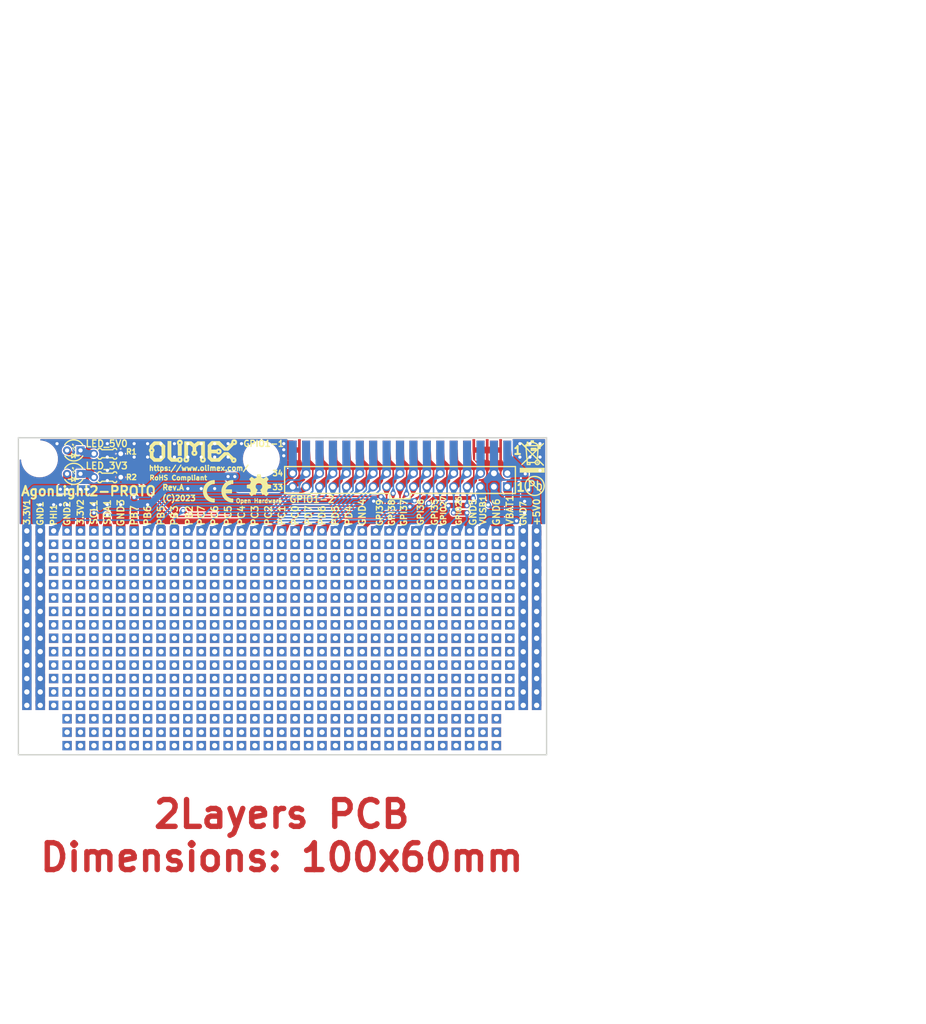
<source format=kicad_pcb>
(kicad_pcb (version 20221018) (generator pcbnew)
  (title_block (title "AgonLight2-PROTO") (date "2023-05-31") (rev "A") (company "OLIMEX LTD"))
  (layers (0 "F.Cu" signal) (31 "B.Cu" signal) (34 "B.Paste" user) (35 "F.Paste" user) (36 "B.SilkS" user "B.Silkscreen") (37 "F.SilkS" user "F.Silkscreen") (38 "B.Mask" user) (39 "F.Mask" user) (44 "Edge.Cuts" user))
  (net 0 "")
  (net 1 "GND")
  (net 2 "+5V")
  (net 3 "Net-(LED_3V3-K)")
  (net 4 "Net-(LED_5V0-K)")
  (net 5 "VBAT")
  (net 6 "EZ80_PC6")
  (net 7 "EZ80_PB2\\SS#")
  (net 8 "+3.3V")
  (net 9 "EZ80_PB3\\MICROSD_CLK")
  (net 10 "EZ80_PB5")
  (net 11 "EZ80_PB6\\MICROSD_MISO")
  (net 12 "EZ80_PB7\\MICROSD_MOSI")
  (net 13 "EZ80_PC0")
  (net 14 "EZ80_PC1")
  (net 15 "EZ80_PC2")
  (net 16 "EZ80_PC3")
  (net 17 "EZ80_PC4")
  (net 18 "EZ80_PC5")
  (net 19 "EZ80_PC7")
  (net 20 "+5V_USB")
  (net 21 "EZ80_PD4")
  (net 22 "EZ80_PD5")
  (net 23 "EZ80_PD6")
  (net 24 "EZ80_PD7")
  (net 25 "EZ80_PHI\\CLKOUT")
  (net 26 "EZ80_SCL")
  (net 27 "EZ80_SDA")
  (net 28 "ESP_GPI37")
  (net 29 "ESP_GPI35")
  (net 30 "ESP_GPI36")
  (net 31 "ESP_GPI38")
  (net 32 "ESP_GPI39")
  (net 33 "ESP_GPIO26")
  (net 34 "ESP_GPIO27")
  (footprint "OLIMEX_Other-FP:TEST_PAD40x70_SQUARE" (layer "F.Cu") (at 104.14 87.63)
    (fp_text reference "GND1")
    (fp_text value "TESTPAD" hide)
  )
  (footprint "OLIMEX_RLC-FP:R_0.125W_PTH" (layer "F.Cu") (at 116.84 73.025)
    (fp_text reference "R1")
    (fp_text value "2k/0.125W")
  )
  (footprint "OLIMEX_Other-FP:TEST_PAD40x70_SQUARE" (layer "F.Cu") (at 129.54 100.33)
    (fp_text reference "TP*" hide)
    (fp_text value "Val**" hide)
  )
  (footprint "OLIMEX_Other-FP:TEST_PAD40x70_SQUARE" (layer "F.Cu") (at 172.72 123.19)
    (fp_text reference "TP*" hide)
    (fp_text value "Val**" hide)
  )
  (footprint "OLIMEX_Other-FP:TEST_PAD40x70_SQUARE" (layer "F.Cu") (at 180.34 105.41)
    (fp_text reference "TP*" hide)
    (fp_text value "Val**" hide)
  )
  (footprint "OLIMEX_Other-FP:TEST_PAD40x70_SQUARE" (layer "F.Cu") (at 124.46 97.79)
    (fp_text reference "TP*" hide)
    (fp_text value "Val**" hide)
  )
  (footprint "OLIMEX_Other-FP:TEST_PAD40x70_SQUARE" (layer "F.Cu") (at 144.78 95.25)
    (fp_text reference "TP*" hide)
    (fp_text value "Val**" hide)
  )
  (footprint "OLIMEX_Other-FP:TEST_PAD40x70_SQUARE" (layer "F.Cu") (at 185.42 102.87)
    (fp_text reference "TP*" hide)
    (fp_text value "Val**" hide)
  )
  (footprint "OLIMEX_Other-FP:TEST_PAD40x70_SQUARE" (layer "F.Cu") (at 185.42 100.33)
    (fp_text reference "TP*" hide)
    (fp_text value "Val**" hide)
  )
  (footprint "OLIMEX_Other-FP:TEST_PAD40x70_SQUARE" (layer "F.Cu") (at 157.48 92.71)
    (fp_text reference "TP*" hide)
    (fp_text value "Val**" hide)
  )
  (footprint "OLIMEX_Other-FP:TEST_PAD40x70_SQUARE" (layer "F.Cu") (at 147.32 118.11)
    (fp_text reference "TP*" hide)
    (fp_text value "Val**" hide)
  )
  (footprint "OLIMEX_Other-FP:TEST_PAD40x70_SQUARE" (layer "F.Cu") (at 152.4 105.41)
    (fp_text reference "TP*" hide)
    (fp_text value "Val**" hide)
  )
  (footprint "OLIMEX_Other-FP:TEST_PAD40x70_SQUARE" (layer "F.Cu") (at 157.48 107.95)
    (fp_text reference "TP*" hide)
    (fp_text value "Val**" hide)
  )
  (footprint "OLIMEX_Other-FP:TEST_PAD40x70_SQUARE" (layer "F.Cu") (at 127 125.73)
    (fp_text reference "TP*" hide)
    (fp_text value "Val**" hide)
  )
  (footprint "OLIMEX_Other-FP:TEST_PAD40x70_SQUARE" (layer "F.Cu") (at 187.96 105.41)
    (fp_text reference "TP*" hide)
    (fp_text value "Val**" hide)
  )
  (footprint "OLIMEX_Other-FP:TEST_PAD40x70_SQUARE" (layer "F.Cu") (at 195.58 118.11)
    (fp_text reference "TP*" hide)
    (fp_text value "Val**" hide)
  )
  (footprint "OLIMEX_Other-FP:TEST_PAD40x70_SQUARE" (layer "F.Cu") (at 167.64 90.17)
    (fp_text reference "TP*" hide)
    (fp_text value "Val**" hide)
  )
  (footprint "OLIMEX_Other-FP:TEST_PAD40x70_SQUARE" (layer "F.Cu") (at 157.48 125.73)
    (fp_text reference "TP*" hide)
    (fp_text value "Val**" hide)
  )
  (footprint "OLIMEX_Other-FP:TEST_PAD40x70_SQUARE" (layer "F.Cu") (at 177.8 105.41)
    (fp_text reference "TP*" hide)
    (fp_text value "Val**" hide)
  )
  (footprint "OLIMEX_Other-FP:TEST_PAD40x70_SQUARE" (layer "F.Cu") (at 165.1 100.33)
    (fp_text reference "TP*" hide)
    (fp_text value "Val**" hide)
  )
  (footprint "OLIMEX_Other-FP:TEST_PAD40x70_SQUARE" (layer "F.Cu") (at 129.54 113.03)
    (fp_text reference "TP*" hide)
    (fp_text value "Val**" hide)
  )
  (footprint "OLIMEX_Other-FP:TEST_PAD40x70_SQUARE" (layer "F.Cu") (at 172.72 115.57)
    (fp_text reference "TP*" hide)
    (fp_text value "Val**" hide)
  )
  (footprint "OLIMEX_Other-FP:TEST_PAD40x70_SQUARE" (layer "F.Cu") (at 177.8 100.33)
    (fp_text reference "TP*" hide)
    (fp_text value "Val**" hide)
  )
  (footprint "OLIMEX_Other-FP:TEST_PAD40x70_SQUARE" (layer "F.Cu") (at 104.14 95.25)
    (fp_text reference "TP*" hide)
    (fp_text value "Val**" hide)
  )
  (footprint "OLIMEX_Other-FP:TEST_PAD40x70_SQUARE" (layer "F.Cu") (at 175.26 90.17)
    (fp_text reference "TP*" hide)
    (fp_text value "Val**" hide)
  )
  (footprint "OLIMEX_Other-FP:TEST_PAD40x70_SQUARE" (layer "F.Cu") (at 121.92 125.73)
    (fp_text reference "TP*" hide)
    (fp_text value "Val**" hide)
  )
  (footprint "OLIMEX_Other-FP:TEST_PAD40x70_SQUARE" (layer "F.Cu") (at 167.64 125.73)
    (fp_text reference "TP*" hide)
    (fp_text value "Val**" hide)
  )
  (footprint "OLIMEX_Other-FP:TEST_PAD40x70_SQUARE" (layer "F.Cu") (at 182.88 105.41)
    (fp_text reference "TP*" hide)
    (fp_text value "Val**" hide)
  )
  (footprint "OLIMEX_Other-FP:TEST_PAD40x70_SQUARE" (layer "F.Cu") (at 121.92 92.71)
    (fp_text reference "TP*" hide)
    (fp_text value "Val**" hide)
  )
  (footprint "OLIMEX_Other-FP:TEST_PAD40x70_SQUARE" (layer "F.Cu") (at 198.12 87.63)
    (fp_text reference "+5V0")
    (fp_text value "TESTPAD" hide)
  )
  (footprint "OLIMEX_Other-FP:TEST_PAD40x70_SQUARE" (layer "F.Cu") (at 152.4 115.57)
    (fp_text reference "TP*" hide)
    (fp_text value "Val**" hide)
  )
  (footprint "OLIMEX_Other-FP:TEST_PAD40x70_SQUARE" (layer "F.Cu") (at 111.76 125.73)
    (fp_text reference "TP*" hide)
    (fp_text value "Val**" hide)
  )
  (footprint "OLIMEX_Other-FP:TEST_PAD40x70_SQUARE" (layer "F.Cu") (at 121.92 95.25)
    (fp_text reference "TP*" hide)
    (fp_text value "Val**" hide)
  )
  (footprint "OLIMEX_Other-FP:TEST_PAD40x70_SQUARE" (layer "F.Cu") (at 154.94 100.33)
    (fp_text reference "TP*" hide)
    (fp_text value "Val**" hide)
  )
  (footprint "OLIMEX_Other-FP:TEST_PAD40x70_SQUARE" (layer "F.Cu") (at 109.22 95.25)
    (fp_text reference "TP*" hide)
    (fp_text value "Val**" hide)
  )
  (footprint "OLIMEX_Other-FP:TEST_PAD40x70_SQUARE" (layer "F.Cu") (at 185.42 118.11)
    (fp_text reference "TP*" hide)
    (fp_text value "Val**" hide)
  )
  (footprint "OLIMEX_Other-FP:TEST_PAD40x70_SQUARE" (layer "F.Cu") (at 116.84 90.17)
    (fp_text reference "TP*" hide)
    (fp_text value "Val**" hide)
  )
  (footprint "OLIMEX_Other-FP:TEST_PAD40x70_SQUARE" (layer "F.Cu") (at 162.56 118.11)
    (fp_text reference "TP*" hide)
    (fp_text value "Val**" hide)
  )
  (footprint "OLIMEX_Other-FP:TEST_PAD40x70_SQUARE" (layer "F.Cu") (at 124.46 105.41)
    (fp_text reference "TP*" hide)
    (fp_text value "Val**" hide)
  )
  (footprint "OLIMEX_Other-FP:TEST_PAD40x70_SQUARE" (layer "F.Cu") (at 129.54 118.11)
    (fp_text reference "TP*" hide)
    (fp_text value "Val**" hide)
  )
  (footprint "OLIMEX_Other-FP:TEST_PAD40x70_SQUARE" (layer "F.Cu") (at 172.72 105.41)
    (fp_text reference "TP*" hide)
    (fp_text value "Val**" hide)
  )
  (footprint "OLIMEX_Other-FP:TEST_PAD40x70_SQUARE" (layer "F.Cu") (at 190.5 113.03)
    (fp_text reference "TP*" hide)
    (fp_text value "Val**" hide)
  )
  (footprint "OLIMEX_Other-FP:TEST_PAD40x70_SQUARE" (layer "F.Cu") (at 175.26 102.87)
    (fp_text reference "TP*" hide)
    (fp_text value "Val**" hide)
  )
  (footprint "OLIMEX_Other-FP:TEST_PAD40x70_SQUARE" (layer "F.Cu") (at 177.8 87.63)
    (fp_text reference "GPI35")
    (fp_text value "TESTPAD" hide)
  )
  (footprint "OLIMEX_Other-FP:TEST_PAD40x70_SQUARE" (layer "F.Cu") (at 160.02 125.73)
    (fp_text reference "TP*" hide)
    (fp_text value "Val**" hide)
  )
  (footprint "OLIMEX_Other-FP:TEST_PAD40x70_SQUARE" (layer "F.Cu") (at 124.46 118.11)
    (fp_text reference "TP*" hide)
    (fp_text value "Val**" hide)
  )
  (footprint "OLIMEX_Other-FP:TEST_PAD40x70_SQUARE" (layer "F.Cu") (at 101.6 95.25)
    (fp_text reference "TP*" hide)
    (fp_text value "Val**" hide)
  )
  (footprint "OLIMEX_Other-FP:TEST_PAD40x70_SQUARE" (layer "F.Cu") (at 111.76 100.33)
    (fp_text reference "TP*" hide)
    (fp_text value "Val**" hide)
  )
  (footprint "OLIMEX_Other-FP:TEST_PAD40x70_SQUARE" (layer "F.Cu") (at 114.3 105.41)
    (fp_text reference "TP*" hide)
    (fp_text value "Val**" hide)
  )
  (footprint "OLIMEX_Other-FP:TEST_PAD40x70_SQUARE" (layer "F.Cu") (at 187.96 97.79)
    (fp_text reference "TP*" hide)
    (fp_text value "Val**" hide)
  )
  (footprint "OLIMEX_Other-FP:TEST_PAD40x70_SQUARE" (layer "F.Cu") (at 137.16 128.27)
    (fp_text reference "TP*" hide)
    (fp_text value "Val**" hide)
  )
  (footprint "OLIMEX_Other-FP:TEST_PAD40x70_SQUARE" (layer "F.Cu") (at 119.38 128.27)
    (fp_text reference "TP*" hide)
    (fp_text value "Val**" hide)
  )
  (footprint "OLIMEX_Other-FP:TEST_PAD40x70_SQUARE" (layer "F.Cu") (at 142.24 95.25)
    (fp_text reference "TP*" hide)
    (fp_text value "Val**" hide)
  )
  (footprint "OLIMEX_Other-FP:TEST_PAD40x70_SQUARE" (layer "F.Cu") (at 106.68 107.95)
    (fp_text reference "TP*" hide)
    (fp_text value "Val**" hide)
  )
  (footprint "OLIMEX_Other-FP:TEST_PAD40x70_SQUARE" (layer "F.Cu") (at 162.56 87.63)
    (fp_text reference "PD4")
    (fp_text value "TESTPAD" hide)
  )
  (footprint "OLIMEX_Other-FP:TEST_PAD40x70_SQUARE" (layer "F.Cu") (at 137.16 113.03)
    (fp_text reference "TP*" hide)
    (fp_text value "Val**" hide)
  )
  (footprint "OLIMEX_Other-FP:TEST_PAD40x70_SQUARE" (layer "F.Cu") (at 190.5 125.73)
    (fp_text reference "TP*" hide)
    (fp_text value "Val**" hide)
  )
  (footprint "OLIMEX_Other-FP:TEST_PAD40x70_SQUARE" (layer "F.Cu") (at 193.04 110.49)
    (fp_text reference "TP*" hide)
    (fp_text value "Val**" hide)
  )
  (footprint "OLIMEX_Other-FP:TEST_PAD40x70_SQUARE" (layer "F.Cu") (at 167.64 123.19)
    (fp_text reference "TP*" hide)
    (fp_text value "Val**" hide)
  )
  (footprint "OLIMEX_Other-FP:TEST_PAD40x70_SQUARE" (layer "F.Cu") (at 139.7 105.41)
    (fp_text reference "TP*" hide)
    (fp_text value "Val**" hide)
  )
  (footprint "OLIMEX_Other-FP:TEST_PAD40x70_SQUARE" (layer "F.Cu") (at 152.4 125.73)
    (fp_text reference "TP*" hide)
    (fp_text value "Val**" hide)
  )
  (footprint "OLIMEX_Other-FP:TEST_PAD40x70_SQUARE" (layer "F.Cu") (at 162.56 123.19)
    (fp_text reference "TP*" hide)
    (fp_text value "Val**" hide)
  )
  (footprint "OLIMEX_Other-FP:TEST_PAD40x70_SQUARE" (layer "F.Cu") (at 193.04 102.87)
    (fp_text reference "TP*" hide)
    (fp_text value "Val**" hide)
  )
  (footprint "OLIMEX_Other-FP:TEST_PAD40x70_SQUARE" (layer "F.Cu") (at 182.88 115.57)
    (fp_text reference "TP*" hide)
    (fp_text value "Val**" hide)
  )
  (footprint "OLIMEX_Other-FP:TEST_PAD40x70_SQUARE" (layer "F.Cu") (at 114.3 115.57)
    (fp_text reference "TP*" hide)
    (fp_text value "Val**" hide)
  )
  (footprint "OLIMEX_Other-FP:TEST_PAD40x70_SQUARE" (layer "F.Cu") (at 177.8 102.87)
    (fp_text reference "TP*" hide)
    (fp_text value "Val**" hide)
  )
  (footprint "OLIMEX_Other-FP:TEST_PAD40x70_SQUARE" (layer "F.Cu") (at 190.5 92.71)
    (fp_text reference "TP*" hide)
    (fp_text value "Val**" hide)
  )
  (footprint "OLIMEX_Other-FP:TEST_PAD40x70_SQUARE" (layer "F.Cu") (at 124.46 102.87)
    (fp_text reference "TP*" hide)
    (fp_text value "Val**" hide)
  )
  (footprint "OLIMEX_Other-FP:TEST_PAD40x70_SQUARE" (layer "F.Cu") (at 137.16 110.49)
    (fp_text reference "TP*" hide)
    (fp_text value "Val**" hide)
  )
  (footprint "OLIMEX_Other-FP:TEST_PAD40x70_SQUARE" (layer "F.Cu") (at 154.94 110.49)
    (fp_text reference "TP*" hide)
    (fp_text value "Val**" hide)
  )
  (footprint "OLIMEX_Other-FP:TEST_PAD40x70_SQUARE" (layer "F.Cu") (at 175.26 87.63)
    (fp_text reference "GPI36")
    (fp_text value "TESTPAD" hide)
  )
  (footprint "OLIMEX_Other-FP:TEST_PAD40x70_SQUARE" (layer "F.Cu") (at 160.02 100.33)
    (fp_text reference "TP*" hide)
    (fp_text value "Val**" hide)
  )
  (footprint "OLIMEX_Other-FP:TEST_PAD40x70_SQUARE" (layer "F.Cu") (at 182.88 107.95)
    (fp_text reference "TP*" hide)
    (fp_text value "Val**" hide)
  )
  (footprint "OLIMEX_Other-FP:TEST_PAD40x70_SQUARE" (layer "F.Cu") (at 116.84 87.63)
    (fp_text reference "SDA1")
    (fp_text value "TESTPAD" hide)
  )
  (footprint "OLIMEX_Other-FP:TEST_PAD40x70_SQUARE" (layer "F.Cu") (at 185.42 90.17)
    (fp_text reference "TP*" hide)
    (fp_text value "Val**" hide)
  )
  (footprint "OLIMEX_Other-FP:Mounting_Hole_Drill-3.3mm_Clerance-7mm" (layer "F.Cu") (at 104 126)
    (fp_text reference "MH1" hide)
    (fp_text value "Mounting_Hole_NPTH" hide)
  )
  (footprint "OLIMEX_Other-FP:TEST_PAD40x70_SQUARE" (layer "F.Cu") (at 198.12 110.49)
    (fp_text reference "TP*" hide)
    (fp_text value "Val**" hide)
  )
  (footprint "OLIMEX_Other-FP:TEST_PAD40x70_SQUARE" (layer "F.Cu") (at 109.22 125.73)
    (fp_text reference "TP*" hide)
    (fp_text value "Val**" hide)
  )
  (footprint "OLIMEX_Other-FP:TEST_PAD40x70_SQUARE" (layer "F.Cu") (at 190.5 100.33)
    (fp_text reference "TP*" hide)
    (fp_text value "Val**" hide)
  )
  (footprint "OLIMEX_Other-FP:TEST_PAD40x70_SQUARE" (layer "F.Cu") (at 185.42 128.27)
    (fp_text reference "TP*" hide)
    (fp_text value "Val**" hide)
  )
  (footprint "OLIMEX_Other-FP:TEST_PAD40x70_SQUARE" (layer "F.Cu") (at 132.08 125.73)
    (fp_text reference "TP*" hide)
    (fp_text value "Val**" hide)
  )
  (footprint "OLIMEX_Other-FP:TEST_PAD40x70_SQUARE" (layer "F.Cu") (at 165.1 87.63 90)
    (fp_text reference "GND4")
    (fp_text value "TESTPAD" hide)
  )
  (footprint "OLIMEX_Other-FP:TEST_PAD40x70_SQUARE" (layer "F.Cu") (at 137.16 107.95)
    (fp_text reference "TP*" hide)
    (fp_text value "Val**" hide)
  )
  (footprint "OLIMEX_Other-FP:TEST_PAD40x70_SQUARE" (layer "F.Cu") (at 185.42 125.73)
    (fp_text reference "TP*" hide)
    (fp_text value "Val**" hide)
  )
  (footprint "OLIMEX_Other-FP:TEST_PAD40x70_SQUARE" (layer "F.Cu") (at 152.4 128.27)
    (fp_text reference "TP*" hide)
    (fp_text value "Val**" hide)
  )
  (footprint "OLIMEX_Other-FP:TEST_PAD40x70_SQUARE" (layer "F.Cu") (at 152.4 100.33)
    (fp_text reference "TP*" hide)
    (fp_text value "Val**" hide)
  )
  (footprint "OLIMEX_Other-FP:TEST_PAD40x70_SQUARE" (layer "F.Cu") (at 165.1 102.87)
    (fp_text reference "TP*" hide)
    (fp_text value "Val**" hide)
  )
  (footprint "OLIMEX_Other-FP:TEST_PAD40x70_SQUARE" (layer "F.Cu") (at 187.96 123.19)
    (fp_text reference "TP*" hide)
    (fp_text value "Val**" hide)
  )
  (footprint "OLIMEX_Other-FP:TEST_PAD40x70_SQUARE" (layer "F.Cu") (at 182.88 120.65)
    (fp_text reference "TP*" hide)
    (fp_text value "Val**" hide)
  )
  (footprint "OLIMEX_Other-FP:TEST_PAD40x70_SQUARE" (layer "F.Cu") (at 142.24 90.17)
    (fp_text reference "TP*" hide)
    (fp_text value "Val**" hide)
  )
  (footprint "OLIMEX_Other-FP:TEST_PAD40x70_SQUARE" (layer "F.Cu") (at 106.68 110.49)
    (fp_text reference "TP*" hide)
    (fp_text value "Val**" hide)
  )
  (footprint "OLIMEX_Other-FP:TEST_PAD40x70_SQUARE" (layer "F.Cu") (at 129.54 125.73)
    (fp_text reference "TP*" hide)
    (fp_text value "Val**" hide)
  )
  (footprint "OLIMEX_Other-FP:TEST_PAD40x70_SQUARE" (layer "F.Cu") (at 198.12 92.71)
    (fp_text reference "TP2" hide)
    (fp_text value "Val**" hide)
  )
  (footprint "OLIMEX_Other-FP:TEST_PAD40x70_SQUARE" (layer "F.Cu") (at 175.26 123.19)
    (fp_text reference "TP*" hide)
    (fp_text value "Val**" hide)
  )
  (footprint "OLIMEX_Other-FP:TEST_PAD40x70_SQUARE" (layer "F.Cu") (at 106.68 113.03)
    (fp_text reference "TP*" hide)
    (fp_text value "Val**" hide)
  )
  (footprint "OLIMEX_Other-FP:TEST_PAD40x70_SQUARE" (layer "F.Cu") (at 101.6 105.41)
    (fp_text reference "TP*" hide)
    (fp_text value "Val**" hide)
  )
  (footprint "OLIMEX_Other-FP:TEST_PAD40x70_SQUARE" (layer "F.Cu") (at 134.62 110.49)
    (fp_text reference "TP*" hide)
    (fp_text value "Val**" hide)
  )
  (footprint "OLIMEX_Other-FP:TEST_PAD40x70_SQUARE" (layer "F.Cu") (at 190.5 120.65)
    (fp_text reference "TP*" hide)
    (fp_text value "Val**" hide)
  )
  (footprint "OLIMEX_Other-FP:TEST_PAD40x70_SQUARE" (layer "F.Cu") (at 165.1 90.17)
    (fp_text reference "TP*" hide)
    (fp_text value "Val**" hide)
  )
  (footprint "OLIMEX_Other-FP:TEST_PAD40x70_SQUARE" (layer "F.Cu") (at 132.08 118.11)
    (fp_text reference "TP*" hide)
    (fp_text value "Val**" hide)
  )
  (footprint "OLIMEX_Other-FP:TEST_PAD40x70_SQUARE" (layer "F.Cu") (at 162.56 102.87)
    (fp_text reference "TP*" hide)
    (fp_text value "Val**" hide)
  )
  (footprint "OLIMEX_Other-FP:TEST_PAD40x70_SQUARE" (layer "F.Cu") (at 129.54 102.87)
    (fp_text reference "TP*" hide)
    (fp_text value "Val**" hide)
  )
  (footprint "OLIMEX_Other-FP:TEST_PAD40x70_SQUARE" (layer "F.Cu") (at 121.92 107.95)
    (fp_text reference "TP*" hide)
    (fp_text value "Val**" hide)
  )
  (footprint "OLIMEX_Other-FP:TEST_PAD40x70_SQUARE" (layer "F.Cu") (at 198.12 113.03)
    (fp_text reference "TP*" hide)
    (fp_text value "Val**" hide)
  )
  (footprint "OLIMEX_Other-FP:TEST_PAD40x70_SQUARE" (layer "F.Cu") (at 114.3 118.11)
    (fp_text reference "TP*" hide)
    (fp_text value "Val**" hide)
  )
  (footprint "OLIMEX_Other-FP:TEST_PAD40x70_SQUARE" (layer "F.Cu") (at 132.08 92.71)
    (fp_text reference "TP*" hide)
    (fp_text value "Val**" hide)
  )
  (footprint "OLIMEX_Other-FP:TEST_PAD40x70_SQUARE" (layer "F.Cu") (at 147.32 125.73)
    (fp_text reference "TP*" hide)
    (fp_text value "Val**" hide)
  )
  (footprint "OLIMEX_Other-FP:TEST_PAD40x70_SQUARE" (layer "F.Cu") (at 119.38 115.57)
    (fp_text reference "TP*" hide)
    (fp_text value "Val**" hide)
  )
  (footprint "OLIMEX_Other-FP:TEST_PAD40x70_SQUARE" (layer "F.Cu") (at 147.32 105.41)
    (fp_text reference "TP*" hide)
    (fp_text value "Val**" hide)
  )
  (footprint "OLIMEX_Other-FP:TEST_PAD40x70_SQUARE" (layer "F.Cu") (at 114.3 110.49)
    (fp_text reference "TP*" hide)
    (fp_text value "Val**" hide)
  )
  (footprint "OLIMEX_Other-FP:TEST_PAD40x70_SQUARE" (layer "F.Cu") (at 180.34 110.49)
    (fp_text reference "TP*" hide)
    (fp_text value "Val**" hide)
  )
  (footprint "OLIMEX_Other-FP:TEST_PAD40x70_SQUARE" (layer "F.Cu") (at 134.62 123.19)
    (fp_text reference "TP*" hide)
    (fp_text value "Val**" hide)
  )
  (footprint "OLIMEX_Other-FP:TEST_PAD40x70_SQUARE" (layer "F.Cu") (at 172.72 118.11)
    (fp_text reference "TP*" hide)
    (fp_text value "Val**" hide)
  )
  (footprint "OLIMEX_Other-FP:TEST_PAD40x70_SQUARE" (layer "F.Cu") (at 116.84 113.03)
    (fp_text reference "TP*" hide)
    (fp_text value "Val**" hide)
  )
  (footprint "OLIMEX_Other-FP:TEST_PAD40x70_SQUARE" (layer "F.Cu") (at 142.24 105.41)
    (fp_text reference "TP*" hide)
    (fp_text value "Val**" hide)
  )
  (footprint "OLIMEX_Other-FP:TEST_PAD40x70_SQUARE" (layer "F.Cu") (at 162.56 97.79)
    (fp_text reference "TP*" hide)
    (fp_text value "Val**" hide)
  )
  (footprint "OLIMEX_Other-FP:TEST_PAD40x70_SQUARE" (layer "F.Cu") (at 167.64 100.33)
    (fp_text reference "TP*" hide)
    (fp_text value "Val**" hide)
  )
  (footprint "OLIMEX_Other-FP:TEST_PAD40x70_SQUARE" (layer "F.Cu") (at 195.58 97.79)
    (fp_text reference "TP*" hide)
    (fp_text value "Val**" hide)
  )
  (footprint "OLIMEX_Other-FP:TEST_PAD40x70_SQUARE" (layer "F.Cu") (at 119.38 97.79)
    (fp_text reference "TP*" hide)
    (fp_text value "Val**" hide)
  )
  (footprint "OLIMEX_Other-FP:TEST_PAD40x70_SQUARE" (layer "F.Cu") (at 182.88 113.03)
    (fp_text reference "TP*" hide)
    (fp_text value "Val**" hide)
  )
  (footprint "OLIMEX_Signs-FP:Sign_PB-Free" (layer "F.Cu") (at 197.9422 79.43596)
    (fp_text reference "Sign_PB-Free")
    (fp_text value "Sign_PB-Free")
  )
  (footprint "OLIMEX_Other-FP:TEST_PAD40x70_SQUARE" (layer "F.Cu") (at 162.56 105.41)
    (fp_text reference "TP*" hide)
    (fp_text value "Val**" hide)
  )
  (footprint "OLIMEX_Other-FP:Mounting_Hole_Drill-3.3mm_Clerance-7mm" (layer "F.Cu") (at 146 74)
    (fp_text reference "MH3" hide)
    (fp_text value "Mounting_Hole_NPTH" hide)
  )
  (footprint "OLIMEX_Other-FP:TEST_PAD40x70_SQUARE" (layer "F.Cu") (at 114.3 95.25)
    (fp_text reference "TP*" hide)
    (fp_text value "Val**" hide)
  )
  (footprint "OLIMEX_Other-FP:TEST_PAD40x70_SQUARE" (layer "F.Cu") (at 132.08 110.49)
    (fp_text reference "TP*" hide)
    (fp_text value "Val**" hide)
  )
  (footprint "OLIMEX_Other-FP:TEST_PAD40x70_SQUARE" (layer "F.Cu") (at 165.1 92.71)
    (fp_text reference "TP*" hide)
    (fp_text value "Val**" hide)
  )
  (footprint "OLIMEX_Other-FP:TEST_PAD40x70_SQUARE" (layer "F.Cu") (at 124.46 110.49)
    (fp_text reference "TP*" hide)
    (fp_text value "Val**" hide)
  )
  (footprint "OLIMEX_Other-FP:TEST_PAD40x70_SQUARE" (layer "F.Cu") (at 175.26 110.49)
    (fp_text reference "TP*" hide)
    (fp_text value "Val**" hide)
  )
  (footprint "OLIMEX_Other-FP:TEST_PAD40x70_SQUARE" (layer "F.Cu") (at 139.7 125.73)
    (fp_text reference "TP*" hide)
    (fp_text value "Val**" hide)
  )
  (footprint "OLIMEX_Other-FP:TEST_PAD40x70_SQUARE" (layer "F.Cu") (at 180.34 95.25)
    (fp_text reference "TP*" hide)
    (fp_text value "Val**" hide)
  )
  (footprint "OLIMEX_Other-FP:TEST_PAD40x70_SQUARE" (layer "F.Cu") (at 180.34 120.65)
    (fp_text reference "TP*" hide)
    (fp_text value "Val**" hide)
  )
  (footprint "OLIMEX_Other-FP:TEST_PAD40x70_SQUARE" (layer "F.Cu") (at 193.04 118.11)
    (fp_text reference "TP*" hide)
    (fp_text value "Val**" hide)
  )
  (footprint "OLIMEX_Other-FP:TEST_PAD40x70_SQUARE" (layer "F.Cu") (at 195.58 113.03)
    (fp_text reference "TP*" hide)
    (fp_text value "Val**" hide)
  )
  (footprint "OLIMEX_Other-FP:TEST_PAD40x70_SQUARE" (layer "F.Cu") (at 104.14 90.17)
    (fp_text reference "TP*" hide)
    (fp_text value "Val**" hide)
  )
  (footprint "OLIMEX_Other-FP:TEST_PAD40x70_SQUARE" (layer "F.Cu") (at 124.46 128.27)
    (fp_text reference "TP*" hide)
    (fp_text value "Val**" hide)
  )
  (footprint "OLIMEX_Other-FP:TEST_PAD40x70_SQUARE" (layer "F.Cu") (at 154.94 92.71)
    (fp_text reference "TP*" hide)
    (fp_text value "Val**" hide)
  )
  (footprint "OLIMEX_Other-FP:TEST_PAD40x70_SQUARE" (layer "F.Cu") (at 142.24 120.65)
    (fp_text reference "TP*" hide)
    (fp_text value "Val**" hide)
  )
  (footprint "OLIMEX_Other-FP:TEST_PAD40x70_SQUARE" (layer "F.Cu") (at 109.22 87.63 90)
    (fp_text reference "GND2")
    (fp_text value "TESTPAD" hide)
  )
  (footprint "OLIMEX_Other-FP:TEST_PAD40x70_SQUARE" (layer "F.Cu") (at 195.58 90.17)
    (fp_text reference "TP*" hide)
    (fp_text value "Val**" hide)
  )
  (footprint "OLIMEX_Other-FP:TEST_PAD40x70_SQUARE" (layer "F.Cu") (at 187.96 100.33)
    (fp_text reference "TP*" hide)
    (fp_text value "Val**" hide)
  )
  (footprint "OLIMEX_Other-FP:TEST_PAD40x70_SQUARE" (layer "F.Cu") (at 193.04 97.79)
    (fp_text reference "TP*" hide)
    (fp_text value "Val**" hide)
  )
  (footprint "OLIMEX_Other-FP:TEST_PAD40x70_SQUARE" (layer "F.Cu") (at 101.6 90.17)
    (fp_text reference "TP*" hide)
    (fp_text value "Val**" hide)
  )
  (footprint "OLIMEX_Other-FP:TEST_PAD40x70_SQUARE" (layer "F.Cu") (at 152.4 123.19)
    (fp_text reference "TP*" hide)
    (fp_text value "Val**" hide)
  )
  (footprint "OLIMEX_Other-FP:TEST_PAD40x70_SQUARE" (layer "F.Cu") (at 142.24 125.73)
    (fp_text reference "TP*" hide)
    (fp_text value "Val**" hide)
  )
  (footprint "OLIMEX_Other-FP:TEST_PAD40x70_SQUARE" (layer "F.Cu") (at 129.54 97.79)
    (fp_text reference "TP*" hide)
    (fp_text value "Val**" hide)
  )
  (footprint "OLIMEX_Other-FP:TEST_PAD40x70_SQUARE" (layer "F.Cu") (at 104.14 102.87)
    (fp_text reference "TP*" hide)
    (fp_text value "Val**" hide)
  )
  (footprint "OLIMEX_Other-FP:TEST_PAD40x70_SQUARE" (layer "F.Cu") (at 167.64 110.49)
    (fp_text reference "TP*" hide)
    (fp_text value "Val**" hide)
  )
  (footprint "OLIMEX_Other-FP:TEST_PAD40x70_SQUARE" (layer "F.Cu") (at 152.4 113.03)
    (fp_text reference "TP*" hide)
    (fp_text value "Val**" hide)
  )
  (footprint "OLIMEX_Other-FP:TEST_PAD40x70_SQUARE" (layer "F.Cu") (at 172.72 95.25)
    (fp_text reference "TP*" hide)
    (fp_text value "Val**" hide)
  )
  (footprint "OLIMEX_Other-FP:TEST_PAD40x70_SQUARE" (layer "F.Cu") (at 127 100.33)
    (fp_text reference "TP*" hide)
    (fp_text value "Val**" hide)
  )
  (footprint "OLIMEX_Other-FP:TEST_PAD40x70_SQUARE" (layer "F.Cu") (at 106.68 95.25)
    (fp_text reference "TP*" hide)
    (fp_text value "Val**" hide)
  )
  (footprint "OLIMEX_Other-FP:TEST_PAD40x70_SQUARE" (layer "F.Cu") (at 127 110.49)
    (fp_text reference "TP*" hide)
    (fp_text value "Val**" hide)
  )
  (footprint "OLIMEX_Other-FP:TEST_PAD40x70_SQUARE" (layer "F.Cu") (at 127 118.11)
    (fp_text reference "TP*" hide)
    (fp_text value "Val**" hide)
  )
  (footprint "OLIMEX_Signs-FP:Sign_RecycleBin_1" (layer "F.Cu") (at 194.945 76.581)
    (fp_text reference "Sign_RecycleBin_1" hide)
    (fp_text value "Sign_RecycleBin_1" hide)
  )
  (footprint "OLIMEX_Other-FP:TEST_PAD40x70_SQUARE" (layer "F.Cu") (at 180.34 125.73)
    (fp_text reference "TP*" hide)
    (fp_text value "Val**" hide)
  )
  (footprint "OLIMEX_Other-FP:TEST_PAD40x70_SQUARE" (layer "F.Cu") (at 177.8 120.65)
    (fp_text reference "TP*" hide)
    (fp_text value "Val**" hide)
  )
  (footprint "OLIMEX_Other-FP:TEST_PAD40x70_SQUARE" (layer "F.Cu") (at 185.42 92.71)
    (fp_text reference "TP*" hide)
    (fp_text value "Val**" hide)
  )
  (footprint "OLIMEX_Other-FP:TEST_PAD40x70_SQUARE" (layer "F.Cu") (at 116.84 118.11)
    (fp_text reference "TP*" hide)
    (fp_text value "Val**" hide)
  )
  (footprint "OLIMEX_Other-FP:TEST_PAD40x70_SQUARE" (layer "F.Cu") (at 172.72 102.87)
    (fp_text reference "TP*" hide)
    (fp_text value "Val**" hide)
  )
  (footprint "OLIMEX_Other-FP:TEST_PAD40x70_SQUARE" (layer "F.Cu") (at 149.86 97.79)
    (fp_text reference "TP*" hide)
    (fp_text value "Val**" hide)
  )
  (footprint "OLIMEX_Other-FP:TEST_PAD40x70_SQUARE" (layer "F.Cu") (at 160.02 115.57)
    (fp_text reference "TP*" hide)
    (fp_text value "Val**" hide)
  )
  (footprint "OLIMEX_Other-FP:TEST_PAD40x70_SQUARE" (layer "F.Cu") (at 154.94 97.79)
    (fp_text reference "TP*" hide)
    (fp_text value "Val**" hide)
  )
  (footprint "OLIMEX_Other-FP:TEST_PAD40x70_SQUARE" (layer "F.Cu") (at 134.62 113.03)
    (fp_text reference "TP*" hide)
    (fp_text value "Val**" hide)
  )
  (footprint "OLIMEX_Other-FP:TEST_PAD40x70_SQUARE" (layer "F.Cu") (at 142.24 123.19)
    (fp_text reference "TP*" hide)
    (fp_text value "Val**" hide)
  )
  (footprint "OLIMEX_Other-FP:TEST_PAD40x70_SQUARE" (layer "F.Cu") (at 193.04 113.03)
    (fp_text reference "TP*" hide)
    (fp_text value "Val**" hide)
  )
  (footprint "OLIMEX_Other-FP:TEST_PAD40x70_SQUARE" (layer "F.Cu") (at 177.8 118.11)
    (fp_text reference "TP*" hide)
    (fp_text value "Val**" hide)
  )
  (footprint "OLIMEX_Other-FP:TEST_PAD40x70_SQUARE" (layer "F.Cu") (at 180.34 102.87)
    (fp_text reference "TP*" hide)
    (fp_text value "Val**" hide)
  )
  (footprint "OLIMEX_Other-FP:TEST_PAD40x70_SQUARE" (layer "F.Cu") (at 106.68 97.79)
    (fp_text reference "TP*" hide)
    (fp_text value "Val**" hide)
  )
  (footprint "OLIMEX_Other-FP:TEST_PAD40x70_SQUARE" (layer "F.Cu") (at 121.92 90.17)
    (fp_text reference "TP*" hide)
    (fp_text value "Val**" hide)
  )
  (footprint "OLIMEX_Other-FP:TEST_PAD40x70_SQUARE" (layer "F.Cu") (at 124.46 107.95)
    (fp_text reference "TP*" hide)
    (fp_text value "Val**" hide)
  )
  (footprint "OLIMEX_Other-FP:TEST_PAD40x70_SQUARE" (layer "F.Cu") (at 190.5 87.63 90)
    (fp_text reference "GND6")
    (fp_text value "TESTPAD" hide)
  )
  (footprint "OLIMEX_Other-FP:TEST_PAD40x70_SQUARE" (layer "F.Cu") (at 187.96 110.49)
    (fp_text reference "TP*" hide)
    (fp_text value "Val**" hide)
  )
  (footprint "OLIMEX_Other-FP:TEST_PAD40x70_SQUARE" (layer "F.Cu") (at 182.88 123.19)
    (fp_text reference "TP*" hide)
    (fp_text value "Val**" hide)
  )
  (footprint "OLIMEX_Other-FP:TEST_PAD40x70_SQUARE" (layer "F.Cu") (at 160.02 105.41)
    (fp_text reference "TP*" hide)
    (fp_text value "Val**" hide)
  )
  (footprint "OLIMEX_Other-FP:TEST_PAD40x70_SQUARE" (layer "F.Cu") (at 165.1 120.65)
    (fp_text reference "TP*" hide)
    (fp_text value "Val**" hide)
  )
  (footprint "OLIMEX_Other-FP:TEST_PAD40x70_SQUARE" (layer "F.Cu") (at 149.86 87.63)
    (fp_text reference "PC1")
    (fp_text value "TESTPAD" hide)
  )
  (footprint "OLIMEX_Other-FP:TEST_PAD40x70_SQUARE" (layer "F.Cu") (at 195.58 87.63)
    (fp_text reference "GND7")
    (fp_text value "TESTPAD" hide)
  )
  (footprint "OLIMEX_Other-FP:TEST_PAD40x70_SQUARE" (layer "F.Cu") (at 157.48 120.65)
    (fp_text reference "TP*" hide)
    (fp_text value "Val**" hide)
  )
  (footprint "OLIMEX_Other-FP:TEST_PAD40x70_SQUARE" (layer "F.Cu") (at 167.64 105.41)
    (fp_text reference "TP*" hide)
    (fp_text value "Val**" hide)
  )
  (footprint "OLIMEX_Other-FP:TEST_PAD40x70_SQUARE" (layer "F.Cu") (at 124.46 125.73)
    (fp_text reference "TP*" hide)
    (fp_text value "Val**" hide)
  )
  (footprint "OLIMEX_Other-FP:TEST_PAD40x70_SQUARE" (layer "F.Cu") (at 111.76 115.57)
    (fp_text reference "TP*" hide)
    (fp_text value "Val**" hide)
  )
  (footprint "OLIMEX_Other-FP:TEST_PAD40x70_SQUARE" (layer "F.Cu") (at 137.16 125.73)
    (fp_text reference "TP*" hide)
    (fp_text value "Val**" hide)
  )
  (footprint "OLIMEX_Other-FP:TEST_PAD40x70_SQUARE" (layer "F.Cu") (at 129.54 105.41)
    (fp_text reference "TP*" hide)
    (fp_text value "Val**" hide)
  )
  (footprint "OLIMEX_Other-FP:TEST_PAD40x70_SQUARE" (layer "F.Cu") (at 132.08 100.33)
    (fp_text reference "TP*" hide)
    (fp_text value "Val**" hide)
  )
  (footprint "OLIMEX_Other-FP:TEST_PAD40x70_SQUARE" (layer "F.Cu") (at 114.3 100.33)
    (fp_text reference "TP*" hide)
    (fp_text value "Val**" hide)
  )
  (footprint "OLIMEX_Other-FP:TEST_PAD40x70_SQUARE" (layer "F.Cu") (at 127 113.03)
    (fp_text reference "TP*" hide)
    (fp_text value "Val**" hide)
  )
  (footprint "OLIMEX_Other-FP:TEST_PAD40x70_SQUARE" (layer "F.Cu") (at 142.24 113.03)
    (fp_text reference "TP*" hide)
    (fp_text value "Val**" hide)
  )
  (footprint "OLIMEX_Other-FP:TEST_PAD40x70_SQUARE" (layer "F.Cu") (at 157.48 97.79)
    (fp_text reference "TP*" hide)
    (fp_text value "Val**" hide)
  )
  (footprint "OLIMEX_Other-FP:TEST_PAD40x70_SQUARE" (layer "F.Cu") (at 132.08 95.25)
    (fp_text reference "TP*" hide)
    (fp_text value "Val**" hide)
  )
  (footprint "OLIMEX_Other-FP:TEST_PAD40x70_SQUARE" (layer "F.Cu") (at 165.1 128.27)
    (fp_text reference "TP*" hide)
    (fp_text value "Val**" hide)
  )
  (footprint "OLIMEX_Other-FP:TEST_PAD40x70_SQUARE" (layer "F.Cu") (at 190.5 95.25)
    (fp_text reference "TP*" hide)
    (fp_text value "Val**" hide)
  )
  (footprint "OLIMEX_Other-FP:TEST_PAD40x70_SQUARE" (layer "F.Cu") (at 172.72 87.63)
    (fp_text reference "GPI37")
    (fp_text value "TESTPAD" hide)
  )
  (footprint "OLIMEX_Other-FP:TEST_PAD40x70_SQUARE" (layer "F.Cu") (at 193.04 120.65)
    (fp_text reference "TP*" hide)
    (fp_text value "Val**" hide)
  )
  (footprint "OLIMEX_Other-FP:TEST_PAD40x70_SQUARE" (layer "F.Cu") (at 134.62 97.79)
    (fp_text reference "TP*" hide)
    (fp_text value "Val**" hide)
  )
  (footprint "OLIMEX_Other-FP:TEST_PAD40x70_SQUARE" (layer "F.Cu") (at 109.22 123.19)
    (fp_text reference "TP*" hide)
    (fp_text value "Val**" hide)
  )
  (footprint "OLIMEX_Other-FP:TEST_PAD40x70_SQUARE" (layer "F.Cu") (at 177.8 125.73)
    (fp_text reference "TP*" hide)
    (fp_text value "Val**" hide)
  )
  (footprint "OLIMEX_Other-FP:TEST_PAD40x70_SQUARE" (layer "F.Cu") (at 180.34 107.95)
    (fp_text reference "TP*" hide)
    (fp_text value "Val**" hide)
  )
  (footprint "OLIMEX_Other-FP:TEST_PAD40x70_SQUARE" (layer "F.Cu") (at 129.54 115.57)
    (fp_text reference "TP*" hide)
    (fp_text value "Val**" hide)
  )
  (footprint "OLIMEX_Other-FP:TEST_PAD40x70_SQUARE" (layer "F.Cu") (at 177.8 92.71)
    (fp_text reference "TP*" hide)
    (fp_text value "Val**" hide)
  )
  (footprint "OLIMEX_Other-FP:TEST_PAD40x70_SQUARE" (layer "F.Cu") (at 139.7 97.79)
    (fp_text reference "TP*" hide)
    (fp_text value "Val**" hide)
  )
  (footprint "OLIMEX_Other-FP:TEST_PAD40x70_SQUARE" (layer "F.Cu") (at 195.58 100.33)
    (fp_text reference "TP*" hide)
    (fp_text value "Val**" hide)
  )
  (footprint "OLIMEX_Other-FP:TEST_PAD40x70_SQUARE" (layer "F.Cu") (at 137.16 115.57)
    (fp_text reference "TP*" hide)
    (fp_text value "Val**" hide)
  )
  (footprint "OLIMEX_Other-FP:TEST_PAD40x70_SQUARE" (layer "F.Cu") (at 147.32 95.25)
    (fp_text reference "TP*" hide)
    (fp_text value "Val**" hide)
  )
  (footprint "OLIMEX_Other-FP:TEST_PAD40x70_SQUARE" (layer "F.Cu") (at 149.86 115.57)
    (fp_text reference "TP*" hide)
    (fp_text value "Val**" hide)
  )
  (footprint "OLIMEX_Other-FP:TEST_PAD40x70_SQUARE" (layer "F.Cu") (at 172.72 90.17)
    (fp_text reference "TP*" hide)
    (fp_text value "Val**" hide)
  )
  (footprint "OLIMEX_Other-FP:TEST_PAD40x70_SQUARE" (layer "F.Cu") (at 175.26 125.73)
    (fp_text reference "TP*" hide)
    (fp_text value "Val**" hide)
  )
  (footprint "OLIMEX_Other-FP:TEST_PAD40x70_SQUARE" (layer "F.Cu") (at 154.94 113.03)
    (fp_text reference "TP*" hide)
    (fp_text value "Val**" hide)
  )
  (footprint "OLIMEX_Other-FP:TEST_PAD40x70_SQUARE" (layer "F.Cu") (at 144.78 92.71)
    (fp_text reference "TP*" hide)
    (fp_text value "Val**" hide)
  )
  (footprint "OLIMEX_Other-FP:TEST_PAD40x70_SQUARE" (layer "F.Cu") (at 127 120.65)
    (fp_text reference "TP*" hide)
    (fp_text value "Val**" hide)
  )
  (footprint "OLIMEX_Other-FP:TEST_PAD40x70_SQUARE" (layer "F.Cu") (at 182.88 128.27)
    (fp_text reference "TP*" hide)
    (fp_text value "Val**" hide)
  )
  (footprint "OLIMEX_Other-FP:TEST_PAD40x70_SQUARE" (layer "F.Cu") (at 111.76 107.95)
    (fp_text reference "TP*" hide)
    (fp_text value "Val**" hide)
  )
  (footprint "OLIMEX_Other-FP:TEST_PAD40x70_SQUARE" (layer "F.Cu") (at 177.8 97.79)
    (fp_text reference "TP*" hide)
    (fp_text value "Val**" hide)
  )
  (footprint "OLIMEX_Other-FP:TEST_PAD40x70_SQUARE" (layer "F.Cu") (at 177.8 128.27)
    (fp_text reference "TP*" hide)
    (fp_text value "Val**" hide)
  )
  (footprint "OLIMEX_Other-FP:TEST_PAD40x70_SQUARE" (layer "F.Cu") (at 172.72 125.73)
    (fp_text reference "TP*" hide)
    (fp_text value "Val**" hide)
  )
  (footprint "OLIMEX_Other-FP:TEST_PAD40x70_SQUARE" (layer "F.Cu") (at 149.86 102.87)
    (fp_text reference "TP*" hide)
    (fp_text value "Val**" hide)
  )
  (footprint "OLIMEX_Other-FP:TEST_PAD40x70_SQUARE" (layer "F.Cu") (at 139.7 90.17)
    (fp_text reference "TP*" hide)
    (fp_text value "Val**" hide)
  )
  (footprint "OLIMEX_Other-FP:TEST_PAD40x70_SQUARE" (layer "F.Cu") (at 160.02 97.79)
    (fp_text reference "TP*" hide)
    (fp_text value "Val**" hide)
  )
  (footprint "OLIMEX_Other-FP:TEST_PAD40x70_SQUARE" (layer "F.Cu") (at 170.18 128.27)
    (fp_text reference "TP*" hide)
    (fp_text value "Val**" hide)
  )
  (footprint "OLIMEX_Other-FP:TEST_PAD40x70_SQUARE" (layer "F.Cu") (at 127 107.95)
    (fp_text reference "TP*" hide)
    (fp_text value "Val**" hide)
  )
  (footprint "OLIMEX_Other-FP:TEST_PAD40x70_SQUARE" (layer "F.Cu") (at 119.38 95.25)
    (fp_text reference "TP*" hide)
    (fp_text value "Val**" hide)
  )
  (footprint "OLIMEX_Other-FP:TEST_PAD40x70_SQUARE" (layer "F.Cu") (at 124.46 100.33)
    (fp_text reference "TP*" hide)
    (fp_text value "Val**" hide)
  )
  (footprint "OLIMEX_Other-FP:TEST_PAD40x70_SQUARE" (layer "F.Cu") (at 187.96 107.95)
    (fp_text reference "TP*" hide)
    (fp_text value "Val**" hide)
  )
  (footprint "OLIMEX_Other-FP:TEST_PAD40x70_SQUARE" (layer "F.Cu") (at 129.54 92.71)
    (fp_text reference "TP*" hide)
    (fp_text value "Val**" hide)
  )
  (footprint "OLIMEX_Other-FP:TEST_PAD40x70_SQUARE" (layer "F.Cu") (at 160.02 92.71)
    (fp_text reference "TP*" hide)
    (fp_text value "Val**" hide)
  )
  (footprint "OLIMEX_Other-FP:TEST_PAD40x70_SQUARE" (layer "F.Cu") (at 124.46 95.25)
    (fp_text reference "TP*" hide)
    (fp_text value "Val**" hide)
  )
  (footprint "OLIMEX_Other-FP:TEST_PAD40x70_SQUARE" (layer "F.Cu") (at 144.78 107.95)
    (fp_text reference "TP*" hide)
    (fp_text value "Val**" hide)
  )
  (footprint "OLIMEX_Other-FP:TEST_PAD40x70_SQUARE" (layer "F.Cu") (at 127 92.71)
    (fp_text reference "TP*" hide)
    (fp_text value "Val**" hide)
  )
  (footprint "OLIMEX_Other-FP:TEST_PAD40x70_SQUARE" (layer "F.Cu") (at 134.62 95.25)
    (fp_text reference "TP*" hide)
    (fp_text value "Val**" hide)
  )
  (footprint "OLIMEX_Other-FP:TEST_PAD40x70_SQUARE" (layer "F.Cu") (at 147.32 120.65)
    (fp_text reference "TP*" hide)
    (fp_text value "Val**" hide)
  )
  (footprint "OLIMEX_Other-FP:TEST_PAD40x70_SQUARE" (layer "F.Cu") (at 116.84 123.19)
    (fp_text reference "TP*" hide)
    (fp_text value "Val**" hide)
  )
  (footprint "OLIMEX_Other-FP:TEST_PAD40x70_SQUARE" (layer "F.Cu") (at 127 128.27)
    (fp_text reference "TP*" hide)
    (fp_text value "Val**" hide)
  )
  (footprint "OLIMEX_Other-FP:TEST_PAD40x70_SQUARE" (layer "F.Cu") (at 149.86 105.41)
    (fp_text reference "TP*" hide)
    (fp_text value "Val**" hide)
  )
  (footprint "OLIMEX_Other-FP:TEST_PAD40x70_SQUARE" (layer "F.Cu") (at 152.4 95.25)
    (fp_text reference "TP*" hide)
    (fp_text value "Val**" hide)
  )
  (footprint "OLIMEX_Other-FP:TEST_PAD40x70_SQUARE" (layer "F.Cu") (at 177.8 113.03)
    (fp_text reference "TP*" hide)
    (fp_text value "Val**" hide)
  )
  (footprint "OLIMEX_Other-FP:TEST_PAD40x70_SQUARE" (layer "F.Cu") (at 111.76 102.87)
    (fp_text reference "TP*" hide)
    (fp_text value "Val**" hide)
  )
  (footprint "OLIMEX_Other-FP:TEST_PAD40x70_SQUARE" (layer "F.Cu") (at 157.48 87.63)
    (fp_text reference "PD6")
    (fp_text value "TESTPAD" hide)
  )
  (footprint "OLIMEX_Other-FP:TEST_PAD40x70_SQUARE" (layer "F.Cu") (at 149.86 92.71)
    (fp_text reference "TP*" hide)
    (fp_text value "Val**" hide)
  )
  (footprint "OLIMEX_Other-FP:TEST_PAD40x70_SQUARE" (layer "F.Cu") (at 180.34 115.57)
    (fp_text reference "TP*" hide)
    (fp_text value "Val**" hide)
  )
  (footprint "OLIMEX_Other-FP:TEST_PAD40x70_SQUARE" (layer "F.Cu") (at 185.42 110.49)
    (fp_text reference "TP*" hide)
    (fp_text value "Val**" hide)
  )
  (footprint "OLIMEX_Other-FP:TEST_PAD40x70_SQUARE" (layer "F.Cu") (at 124.46 90.17)
    (fp_text reference "TP*" hide)
    (fp_text value "Val**" hide)
  )
  (footprint "OLIMEX_Other-FP:TEST_PAD40x70_SQUARE" (layer "F.Cu") (at 121.92 115.57)
    (fp_text reference "TP*" hide)
    (fp_text value "Val**" hide)
  )
  (footprint "OLIMEX_Other-FP:TEST_PAD40x70_SQUARE" (layer "F.Cu") (at 152.4 120.65)
    (fp_text reference "TP*" hide)
    (fp_text value "Val**" hide)
  )
  (footprint "OLIMEX_Other-FP:TEST_PAD40x70_SQUARE" (layer "F.Cu") (at 127 90.17)
    (fp_text reference "TP*" hide)
    (fp_text value "Val**" hide)
  )
  (footprint "OLIMEX_Other-FP:TEST_PAD40x70_SQUARE" (layer "F.Cu") (at 114.3 92.71)
    (fp_text reference "TP*" hide)
    (fp_text value "Val**" hide)
  )
  (footprint "OLIMEX_Other-FP:TEST_PAD40x70_SQUARE" (layer "F.Cu") (at 101.6 92.71)
    (fp_text reference "TP*" hide)
    (fp_text value "Val**" hide)
  )
  (footprint "OLIMEX_Other-FP:TEST_PAD40x70_SQUARE" (layer "F.Cu") (at 144.78 113.03)
    (fp_text reference "TP*" hide)
    (fp_text value "Val**" hide)
  )
  (footprint "OLIMEX_Other-FP:TEST_PAD40x70_SQUARE" (layer "F.Cu") (at 104.14 100.33)
    (fp_text reference "TP*" hide)
    (fp_text value "Val**" hide)
  )
  (footprint "OLIMEX_Other-FP:TEST_PAD40x70_SQUARE" (layer "F.Cu") (at 170.18 107.95)
    (fp_text reference "TP*" hide)
    (fp_text value "Val**" hide)
  )
  (footprint "OLIMEX_Other-FP:TEST_PAD40x70_SQUARE" (layer "F.Cu") (at 198.12 95.25)
    (fp_text reference "TP3" hide)
    (fp_text value "Val**" hide)
  )
  (footprint "OLIMEX_Other-FP:TEST_PAD40x70_SQUARE" (layer "F.Cu") (at 132.08 105.41)
    (fp_text reference "TP*" hide)
    (fp_text value "Val**" hide)
  )
  (footprint "OLIMEX_Other-FP:TEST_PAD40x70_SQUARE" (layer "F.Cu") (at 111.76 113.03)
    (fp_text reference "TP*" hide)
    (fp_text value "Val**" hide)
  )
  (footprint "OLIMEX_Other-FP:TEST_PAD40x70_SQUARE" (layer "F.Cu") (at 104.14 120.65)
    (fp_text reference "TP*" hide)
    (fp_text value "Val**" hide)
  )
  (footprint "OLIMEX_RLC-FP:R_0.125W_PTH" (layer "F.Cu") (at 116.84 77.47)
    (fp_text reference "R2")
    (fp_text value "2k/0.125W")
  )
  (footprint "OLIMEX_Other-FP:TEST_PAD40x70_SQUARE" (layer "F.Cu") (at 106.68 90.17)
    (fp_text reference "TP*" hide)
    (fp_text value "Val**" hide)
  )
  (footprint "OLIMEX_Other-FP:TEST_PAD40x70_SQUARE" (layer "F.Cu") (at 119.38 87.63 90)
    (fp_text reference "GND3")
    (fp_text value "TESTPAD" hide)
  )
  (footprint "OLIMEX_Other-FP:TEST_PAD40x70_SQUARE" (layer "F.Cu") (at 101.6 97.79)
    (fp_text reference "TP*" hide)
    (fp_text value "Val**" hide)
  )
  (footprint "OLIMEX_Other-FP:TEST_PAD40x70_SQUARE" (layer "F.Cu") (at 132.08 87.63)
    (fp_text reference "PB2")
    (fp_text value "TESTPAD" hide)
  )
  (footprint "OLIMEX_Other-FP:TEST_PAD40x70_SQUARE" (layer "F.Cu") (at 114.3 128.27)
    (fp_text reference "TP*" hide)
    (fp_text value "Val**" hide)
  )
  (footprint "OLIMEX_Other-FP:TEST_PAD40x70_SQUARE" (layer "F.Cu") (at 152.4 110.49)
    (fp_text reference "TP*" hide)
    (fp_text value "Val**" hide)
  )
  (footprint "OLIMEX_Other-FP:TEST_PAD40x70_SQUARE" (layer "F.Cu") (at 147.32 128.27)
    (fp_text reference "TP*" hide)
    (fp_text value "Val**" hide)
  )
  (footprint "OLIMEX_Other-FP:TEST_PAD40x70_SQUARE" (layer "F.Cu") (at 167.64 118.11)
    (fp_text reference "TP*" hide)
    (fp_text value "Val**" hide)
  )
  (footprint "OLIMEX_Other-FP:TEST_PAD40x70_SQUARE" (layer "F.Cu") (at 121.92 87.63)
    (fp_text reference "PB7")
    (fp_text value "TESTPAD" hide)
  )
  (footprint "OLIMEX_Other-FP:TEST_PAD40x70_SQUARE" (layer "F.Cu") (at 154.94 87.63)
    (fp_text reference "PD7")
    (fp_text value "TESTPAD" hide)
  )
  (footprint "OLIMEX_Other-FP:TEST_PAD40x70_SQUARE" (layer "F.Cu") (at 198.12 97.79)
    (fp_text reference "TP4" hide)
    (fp_text value "Val**" hide)
  )
  (footprint "OLIMEX_Other-FP:TEST_PAD40x70_SQUARE" (layer "F.Cu") (at 121.92 97.79)
    (fp_text reference "TP*" hide)
    (fp_text value "Val**" hide)
  )
  (footprint "OLIMEX_Other-FP:TEST_PAD40x70_SQUARE" (layer "F.Cu") (at 149.86 113.03)
    (fp_text reference "TP*" hide)
    (fp_text value "Val**" hide)
  )
  (footprint "OLIMEX_Other-FP:TEST_PAD40x70_SQUARE" (layer "F.Cu") (at 139.7 113.03)
    (fp_text reference "TP*" hide)
    (fp_text value "Val**" hide)
  )
  (footprint "OLIMEX_Other-FP:TEST_PAD40x70_SQUARE" (layer "F.Cu") (at 193.04 100.33)
    (fp_text reference "TP*" hide)
    (fp_text value "Val**" hide)
  )
  (footprint "OLIMEX_Other-FP:TEST_PAD40x70_SQUARE" (layer "F.Cu") (at 134.62 92.71)
    (fp_text reference "TP*" hide)
    (fp_text value "Val**" hide)
  )
  (footprint "OLIMEX_Other-FP:TEST_PAD40x70_SQUARE" (layer "F.Cu") (at 109.22 100.33)
    (fp_text reference "TP*" hide)
    (fp_text value "Val**" hide)
  )
  (footprint "OLIMEX_Other-FP:TEST_PAD40x70_SQUARE" (layer "F.Cu") (at 127 123.19)
    (fp_text reference "TP*" hide)
    (fp_text value "Val**" hide)
  )
  (footprint "OLIMEX_Other-FP:TEST_PAD40x70_SQUARE" (layer "F.Cu") (at 160.02 90.17)
    (fp_text reference "TP*" hide)
    (fp_text value "Val**" hide)
  )
  (footprint "OLIMEX_Other-FP:TEST_PAD40x70_SQUARE" (layer "F.Cu") (at 137.16 120.65)
    (fp_text reference "TP*" hide)
    (fp_text value "Val**" hide)
  )
  (footprint "OLIMEX_Other-FP:TEST_PAD40x70_SQUARE" (layer "F.Cu") (at 134.62 105.41)
    (fp_text reference "TP*" hide)
    (fp_text value "Val**" hide)
  )
  (footprint "OLIMEX_Other-FP:TEST_PAD40x70_SQUARE" (layer "F.Cu") (at 116.84 110.49)
    (fp_text reference "TP*" hide)
    (fp_text value "Val**" hide)
  )
  (footprint "OLIMEX_Other-FP:TEST_PAD40x70_SQUARE" (layer "F.Cu") (at 190.5 107.95)
    (fp_text reference "TP*" hide)
    (fp_text value "Val**" hide)
  )
  (footprint "OLIMEX_Other-FP:TEST_PAD40x70_SQUARE" (layer "F.Cu") (at 134.62 128.27)
    (fp_text reference "TP*" hide)
    (fp_text value "Val**" hide)
  )
  (footprint "OLIMEX_Other-FP:TEST_PAD40x70_SQUARE" (layer "F.Cu") (at 198.12 120.65)
    (fp_text reference "TP*" hide)
    (fp_text value "Val**" hide)
  )
  (footprint "OLIMEX_Other-FP:TEST_PAD40x70_SQUARE" (layer "F.Cu") (at 170.18 100.33)
    (fp_text reference "TP*" hide)
    (fp_text value "Val**" hide)
  )
  (footprint "OLIMEX_Other-FP:TEST_PAD40x70_SQUARE" (layer "F.Cu") (at 190.5 102.87)
    (fp_text reference "TP*" hide)
    (fp_text value "Val**" hide)
  )
  (footprint "OLIMEX_Other-FP:TEST_PAD40x70_SQUARE" (layer "F.Cu") (at 116.84 120.65)
    (fp_text reference "TP*" hide)
    (fp_text value "Val**" hide)
  )
  (footprint "OLIMEX_Other-FP:TEST_PAD40x70_SQUARE" (layer "F.Cu") (at 134.62 87.63)
    (fp_text reference "PC7")
    (fp_text value "TESTPAD" hide)
  )
  (footprint "OLIMEX_Other-FP:TEST_PAD40x70_SQUARE" (layer "F.Cu") (at 175.26 115.57)
    (fp_text reference "TP*" hide)
    (fp_text value "Val**" hide)
  )
  (footprint "OLIMEX_Other-FP:TEST_PAD40x70_SQUARE" (layer "F.Cu") (at 193.04 87.63)
    (fp_text reference "VBAT1")
    (fp_text value "TESTPAD" hide)
  )
  (footprint "OLIMEX_Other-FP:TEST_PAD40x70_SQUARE" (layer "F.Cu") (at 165.1 107.95)
    (fp_text reference "TP*" hide)
    (fp_text value "Val**" hide)
  )
  (footprint "OLIMEX_Other-FP:TEST_PAD40x70_SQUARE" (layer "F.Cu") (at 139.7 118.11)
    (fp_text reference "TP*" hide)
    (fp_text value "Val**" hide)
  )
  (footprint "OLIMEX_Other-FP:TEST_PAD40x70_SQUARE" (layer "F.Cu") (at 152.4 97.79)
    (fp_text reference "TP*" hide)
    (fp_text value "Val**" hide)
  )
  (footprint "OLIMEX_Other-FP:TEST_PAD40x70_SQUARE" (layer "F.Cu") (at 149.86 128.27)
    (fp_text reference "TP*" hide)
    (fp_text value "Val**" hide)
  )
  (footprint "OLIMEX_Other-FP:TEST_PAD40x70_SQUARE" (layer "F.Cu") (at 165.1 115.57)
    (fp_text reference "TP*" hide)
    (fp_text value "Val**" hide)
  )
  (footprint "OLIMEX_Other-FP:TEST_PAD40x70_SQUARE" (layer "F.Cu") (at 147.32 110.49)
    (fp_text reference "TP*" hide)
    (fp_text value "Val**" hide)
  )
  (footprint "OLIMEX_Other-FP:TEST_PAD40x70_SQUARE" (layer "F.Cu") (at 109.22 105.41)
    (fp_text reference "TP*" hide)
    (fp_text value "Val**" hide)
  )
  (footprint "OLIMEX_Other-FP:TEST_PAD40x70_SQUARE" (layer "F.Cu") (at 144.78 125.73)
    (fp_text reference "TP*" hide)
    (fp_text value "Val**" hide)
  )
  (footprint "OLIMEX_Other-FP:TEST_PAD40x70_SQUARE" (layer "F.Cu") (at 139.7 95.25)
    (fp_text reference "TP*" hide)
    (fp_text value "Val**" hide)
  )
  (footprint "OLIMEX_Other-FP:TEST_PAD40x70_SQUARE" (layer "F.Cu") (at 119.38 102.87)
    (fp_text reference "TP*" hide)
    (fp_text value "Val**" hide)
  )
  (footprint "OLIMEX_Other-FP:TEST_PAD40x70_SQUARE" (layer "F.Cu") (at 157.48 113.03)
    (fp_text reference "TP*" hide)
    (fp_text value "Val**" hide)
  )
  (footprint "OLIMEX_Other-FP:TEST_PAD40x70_SQUARE" (layer "F.Cu") (at 198.12 90.17)
    (fp_text reference "TP1" hide)
    (fp_text value "Val**" hide)
  )
  (footprint "OLIMEX_Other-FP:TEST_PAD40x70_SQUARE" (layer "F.Cu") (at 154.94 102.87)
    (fp_text reference "TP*" hide)
    (fp_text value "Val**" hide)
  )
  (footprint "OLIMEX_Other-FP:TEST_PAD40x70_SQUARE" (layer "F.Cu") (at 167.64 115.57)
    (fp_text reference "TP*" hide)
    (fp_text value "Val**" hide)
  )
  (footprint "OLIMEX_Other-FP:TEST_PAD40x70_SQUARE" (layer "F.Cu") (at 132.08 123.19)
    (fp_text reference "TP*" hide)
    (fp_text value "Val**" hide)
  )
  (footprint "OLIMEX_Other-FP:TEST_PAD40x70_SQUARE" (layer "F.Cu") (at 172.72 110.49)
    (fp_text reference "TP*" hide)
    (fp_text value "Val**" hide)
  )
  (footprint "OLIMEX_Other-FP:TEST_PAD40x70_SQUARE" (layer "F.Cu") (at 134.62 102.87)
    (fp_text reference "TP*" hide)
    (fp_text value "Val**" hide)
  )
  (footprint "OLIMEX_Other-FP:TEST_PAD40x70_SQUARE" (layer "F.Cu") (at 170.18 110.49)
    (fp_text reference "TP*" hide)
    (fp_text value "Val**" hide)
  )
  (footprint "OLIMEX_Other-FP:TEST_PAD40x70_SQUARE" (layer "F.Cu") (at 170.18 125.73)
    (fp_text reference "TP*" hide)
    (fp_text value "Val**" hide)
  )
  (footprint "OLIMEX_Other-FP:TEST_PAD40x70_SQUARE" (layer "F.Cu") (at 142.24 100.33)
    (fp_text reference "TP*" hide)
    (fp_text value "Val**" hide)
  )
  (footprint "OLIMEX_Other-FP:TEST_PAD40x70_SQUARE" (layer "F.Cu") (at 132.08 115.57)
    (fp_text reference "TP*" hide)
    (fp_text value "Val**" hide)
  )
  (footprint "OLIMEX_Other-FP:TEST_PAD40x70_SQUARE" (layer "F.Cu") (at 106.68 92.71)
    (fp_text reference "TP*" hide)
    (fp_text value "Val**" hide)
  )
  (footprint "OLIMEX_Other-FP:TEST_PAD40x70_SQUARE" (layer "F.Cu") (at 114.3 102.87)
    (fp_text reference "TP*" hide)
    (fp_text value "Val**" hide)
  )
  (footprint "OLIMEX_Other-FP:TEST_PAD40x70_SQUARE" (layer "F.Cu") (at 109.22 90.17)
    (fp_text reference "TP*" hide)
    (fp_text value "Val**" hide)
  )
  (footprint "OLIMEX_Other-FP:TEST_PAD40x70_SQUARE" (layer "F.Cu") (at 185.42 120.65)
    (fp_text reference "TP*" hide)
    (fp_text value "Val**" hide)
  )
  (footprint "OLIMEX_Other-FP:TEST_PAD40x70_SQUARE" (layer "F.Cu") (at 109.22 102.87)
    (fp_text reference "TP*" hide)
    (fp_text value "Val**" hide)
  )
  (footprint "OLIMEX_Other-FP:TEST_PAD40x70_SQUARE" (layer "F.Cu") (at 160.02 118.11)
    (fp_text reference "TP*" hide)
    (fp_text value "Val**" hide)
  )
  (footprint "OLIMEX_Other-FP:TEST_PAD40x70_SQUARE" (layer "F.Cu") (at 170.18 115.57)
    (fp_text reference "TP*" hide)
    (fp_text value "Val**" hide)
  )
  (footprint "OLIMEX_Other-FP:TEST_PAD40x70_SQUARE" (layer "F.Cu") (at 157.48 105.41)
    (fp_text reference "TP*" hide)
    (fp_text value "Val**" hide)
  )
  (footprint "OLIMEX_Other-FP:TEST_PAD40x70_SQUARE" (layer "F.Cu") (at 162.56 110.49)
    (fp_text reference "TP*" hide)
    (fp_text value "Val**" hide)
  )
  (footprint "OLIMEX_Other-FP:TEST_PAD40x70_SQUARE" (layer "F.Cu") (at 144.78 120.65)
    (fp_text reference "TP*" hide)
    (fp_text value "Val**" hide)
  )
  (footprint "OLIMEX_Signs-FP:Logo_OLIMEX_TB" (layer "F.Cu") (at 133.223 72.517)
    (fp_text reference "Logo_OLIMEX_TB" hide)
    (fp_text value "Logo_OLIMEX_TB" hide)
  )
  (footprint "OLIMEX_Other-FP:TEST_PAD40x70_SQUARE" (layer "F.Cu") (at 187.96 87.63)
    (fp_text reference "VUSB1")
    (fp_text value "TESTPAD" hide)
  )
  (footprint "OLIMEX_Other-FP:TEST_PAD40x70_SQUARE" (layer "F.Cu") (at 167.64 95.25)
    (fp_text reference "TP*" hide)
    (fp_text value "Val**" hide)
  )
  (footprint "OLIMEX_Other-FP:TEST_PAD40x70_SQUARE" (layer "F.Cu") (at 142.24 102.87)
    (fp_text reference "TP*" hide)
    (fp_text value "Val**" hide)
  )
  (footprint "OLIMEX_Other-FP:TEST_PAD40x70_SQUARE" (layer "F.Cu") (at 144.78 115.57)
    (fp_text reference "TP*" hide)
    (fp_text value "Val**" hide)
  )
  (footprint "OLIMEX_Other-FP:TEST_PAD40x70_SQUARE" (layer "F.Cu") (at 157.48 100.33)
    (fp_text reference "TP*" hide)
    (fp_text value "Val**" hide)
  )
  (footprint "OLIMEX_Other-FP:TEST_PAD40x70_SQUARE" (layer "F.Cu") (at 101.6 87.63)
    (fp_text reference "3.3V1")
    (fp_text value "TESTPAD" hide)
  )
  (footprint "OLIMEX_Other-FP:TEST_PAD40x70_SQUARE" (layer "F.Cu") (at 137.16 90.17)
    (fp_text reference "TP*" hide)
    (fp_text value "Val**" hide)
  )
  (footprint "OLIMEX_Other-FP:TEST_PAD40x70_SQUARE" (layer "F.Cu") (at 127 95.25)
    (fp_text reference "TP*" hide)
    (fp_text value "Val**" hide)
  )
  (footprint "OLIMEX_Other-FP:TEST_PAD40x70_SQUARE" (layer "F.Cu") (at 185.42 97.79)
    (fp_text reference "TP*" hide)
    (fp_text value "Val**" hide)
  )
  (footprint "OLIMEX_Other-FP:TEST_PAD40x70_SQUARE" (layer "F.Cu") (at 109.22 113.03)
    (fp_text reference "TP*" hide)
    (fp_text value "Val**" hide)
  )
  (footprint "OLIMEX_Other-FP:TEST_PAD40x70_SQUARE" (layer "F.Cu") (at 170.18 95.25)
    (fp_text reference "TP*" hide)
    (fp_text value "Val**" hide)
  )
  (footprint "OLIMEX_Other-FP:TEST_PAD40x70_SQUARE" (layer "F.Cu") (at 172.72 120.65)
    (fp_text reference "TP*" hide)
    (fp_text value "Val**" hide)
  )
  (footprint "OLIMEX_Other-FP:TEST_PAD40x70_SQUARE" (layer "F.Cu") (at 152.4 87.63)
    (fp_text reference "PC0")
    (fp_text value "TESTPAD" hide)
  )
  (footprint "OLIMEX_Other-FP:TEST_PAD40x70_SQUARE" (layer "F.Cu") (at 111.76 87.63)
    (fp_text reference "3.3V2")
    (fp_text value "TESTPAD" hide)
  )
  (footprint "OLIMEX_Other-FP:TEST_PAD40x70_SQUARE" (layer "F.Cu") (at 132.08 113.03)
    (fp_text reference "TP*" hide)
    (fp_text value "Val**" hide)
  )
  (footprint "OLIMEX_Other-FP:TEST_PAD40x70_SQUARE" (layer "F.Cu") (at 144.78 100.33)
    (fp_text reference "TP*" hide)
    (fp_text value "Val**" hide)
  )
  (footprint "OLIMEX_Other-FP:TEST_PAD40x70_SQUARE" (layer "F.Cu") (at 124.46 123.19)
    (fp_text reference "TP*" hide)
    (fp_text value "Val**" hide)
  )
  (footprint "OLIMEX_Other-FP:TEST_PAD40x70_SQUARE" (layer "F.Cu") (at 157.48 123.19)
    (fp_text reference "TP*" hide)
    (fp_text value "Val**" hide)
  )
  (footprint "OLIMEX_Other-FP:TEST_PAD40x70_SQUARE" (layer "F.Cu") (at 104.14 97.79)
    (fp_text reference "TP*" hide)
    (fp_text value "Val**" hide)
  )
  (footprint "OLIMEX_Other-FP:TEST_PAD40x70_SQUARE" (layer "F.Cu") (at 106.68 100.33)
    (fp_text reference "TP*" hide)
    (fp_text value "Val**" hide)
  )
  (footprint "OLIMEX_Other-FP:TEST_PAD40x70_SQUARE" (layer "F.Cu") (at 137.16 105.41)
    (fp_text reference "TP*" hide)
    (fp_text value "Val**" hide)
  )
  (footprint "OLIMEX_Other-FP:TEST_PAD40x70_SQUARE" (layer "F.Cu") (at 152.4 118.11)
    (fp_text reference "TP*" hide)
    (fp_text value "Val**" hide)
  )
  (footprint "OLIMEX_Other-FP:TEST_PAD40x70_SQUARE" (layer "F.Cu") (at 177.8 90.17)
    (fp_text reference "TP*" hide)
    (fp_text value "Val**" hide)
  )
  (footprint "OLIMEX_Other-FP:Mounting_Hole_Drill-3.3mm_Clerance-7mm" (layer "F.Cu") (at 196 126)
    (fp_text reference "MH4" hide)
    (fp_text value "Mounting_Hole_NPTH" hide)
  )
  (footprint "OLIMEX_Other-FP:TEST_PAD40x70_SQUARE" (layer "F.Cu") (at 170.18 97.79)
    (fp_text reference "TP*" hide)
    (fp_text value "Val**" hide)
  )
  (footprint "OLIMEX_Other-FP:TEST_PAD40x70_SQUARE" (layer "F.Cu") (at 147.32 100.33)
    (fp_text reference "TP*" hide)
    (fp_text value "Val**" hide)
  )
  (footprint "OLIMEX_Other-FP:TEST_PAD40x70_SQUARE" (layer "F.Cu") (at 109.22 107.95)
    (fp_text reference "TP*" hide)
    (fp_text value "Val**" hide)
  )
  (footprint "OLIMEX_Other-FP:Mounting_Hole_Drill-3.3mm_Clerance-7mm" (layer "F.Cu") (at 104 74)
    (fp_text reference "MH2" hide)
    (fp_text value "Mounting_Hole_NPTH" hide)
  )
  (footprint "OLIMEX_Other-FP:TEST_PAD40x70_SQUARE" (layer "F.Cu") (at 142.24 107.95)
    (fp_text reference "TP*" hide)
    (fp_text value "Val**" hide)
  )
  (footprint "OLIMEX_Other-FP:TEST_PAD40x70_SQUARE" (layer "F.Cu") (at 129.54 110.49)
    (fp_text reference "TP*" hide)
    (fp_text value "Val**" hide)
  )
  (footprint "OLIMEX_Other-FP:TEST_PAD40x70_SQUARE" (layer "F.Cu") (at 160.02 113.03)
    (fp_text reference "TP*" hide)
    (fp_text value "Val**" hide)
  )
  (footprint "OLIMEX_Other-FP:TEST_PAD40x70_SQUARE" (layer "F.Cu") (at 106.68 118.11)
    (fp_text reference "TP*" hide)
    (fp_text value "Val**" hide)
  )
  (footprint "OLIMEX_Other-FP:TEST_PAD40x70_SQUARE" (layer "F.Cu") (at 109.22 115.57)
    (fp_text reference "TP*" hide)
    (fp_text value "Val**" hide)
  )
  (footprint "OLIMEX_Other-FP:TEST_PAD40x70_SQUARE" (layer "F.Cu") (at 162.56 100.33)
    (fp_text reference "TP*" hide)
    (fp_text value "Val**" hide)
  )
  (footprint "OLIMEX_Other-FP:TEST_PAD40x70_SQUARE" (layer "F.Cu") (at 116.84 125.73)
    (fp_text reference "TP*" hide)
    (fp_text value "Val**" hide)
  )
  (footprint "OLIMEX_Other-FP:TEST_PAD40x70_SQUARE" (layer "F.Cu") (at 132.08 90.17)
    (fp_text reference "TP*" hide)
    (fp_text value "Val**" hide)
  )
  (footprint "OLIMEX_Other-FP:TEST_PAD40x70_SQUARE" (layer "F.Cu") (at 175.26 128.27)
    (fp_text reference "TP*" hide)
    (fp_text value "Val**" hide)
  )
  (footprint "OLIMEX_Other-FP:TEST_PAD40x70_SQUARE" (layer "F.Cu") (at 180.34 90.17)
    (fp_text reference "TP*" hide)
    (fp_text value "Val**" hide)
  )
  (footprint "OLIMEX_Other-FP:TEST_PAD40x70_SQUARE" (layer "F.Cu") (at 149.86 95.25)
    (fp_text reference "TP*" hide)
    (fp_text value "Val**" hide)
  )
  (footprint "OLIMEX_Other-FP:TEST_PAD40x70_SQUARE" (layer "F.Cu") (at 132.08 128.27)
    (fp_text reference "TP*" hide)
    (fp_text value "Val**" hide)
  )
  (footprint "OLIMEX_Other-FP:TEST_PAD40x70_SQUARE" (layer "F.Cu") (at 170.18 118.11)
    (fp_text reference "TP*" hide)
    (fp_text value "Val**" hide)
  )
  (footprint "OLIMEX_Other-FP:TEST_PAD40x70_SQUARE" (layer "F.Cu") (at 124.46 92.71)
    (fp_text reference "TP*" hide)
    (fp_text value "Val**" hide)
  )
  (footprint "OLIMEX_Other-FP:TEST_PAD40x70_SQUARE" (layer "F.Cu") (at 180.34 118.11)
    (fp_text reference "TP*" hide)
    (fp_text value "Val**" hide)
  )
  (footprint "OLIMEX_Other-FP:TEST_PAD40x70_SQUARE" (layer "F.Cu") (at 106.68 115.57)
    (fp_text reference "TP*" hide)
    (fp_text value "Val**" hide)
  )
  (footprint "OLIMEX_Other-FP:TEST_PAD40x70_SQUARE" (layer "F.Cu") (at 167.64 120.65)
    (fp_text reference "TP*" hide)
    (fp_text value "Val**" hide)
  )
  (footprint "OLIMEX_Other-FP:TEST_PAD40x70_SQUARE" (layer "F.Cu") (at 160.02 120.65)
    (fp_text reference "TP*" hide)
    (fp_text value "Val**" hide)
  )
  (footprint "OLIMEX_Other-FP:TEST_PAD40x70_SQUARE" (layer "F.Cu") (at 167.64 97.79)
    (fp_text reference "TP*" hide)
    (fp_text value "Val**" hide)
  )
  (footprint "OLIMEX_Other-FP:TEST_PAD40x70_SQUARE" (layer "F.Cu") (at 137.16 87.63)
    (fp_text reference "PC6")
    (fp_text value "TESTPAD" hide)
  )
  (footprint "OLIMEX_Other-FP:TEST_PAD40x70_SQUARE" (layer "F.Cu") (at 180.34 97.79)
    (fp_text reference "TP*" hide)
    (fp_text value "Val**" hide)
  )
  (footprint "OLIMEX_Other-FP:TEST_PAD40x70_SQUARE" (layer "F.Cu") (at 127 105.41)
    (fp_text reference "TP*" hide)
    (fp_text value "Val**" hide)
  )
  (footprint "OLIMEX_Other-FP:TEST_PAD40x70_SQUARE" (layer "F.Cu") (at 119.38 123.19)
    (fp_text reference "TP*" hide)
    (fp_text value "Val**" hide)
  )
  (footprint "OLIMEX_Other-FP:TEST_PAD40x70_SQUARE" (layer "F.Cu") (at 147.32 90.17)
    (fp_text reference "TP*" hide)
    (fp_text value "Val**" hide)
  )
  (footprint "OLIMEX_Other-FP:TEST_PAD40x70_SQUARE" (layer "F.Cu") (at 170.18 120.65)
    (fp_text reference "TP*" hide)
    (fp_text value "Val**" hide)
  )
  (footprint "OLIMEX_Other-FP:TEST_PAD40x70_SQUARE" (layer "F.Cu") (at 119.38 90.17)
    (fp_text reference "TP*" hide)
    (fp_text value "Val**" hide)
  )
  (footprint "OLIMEX_Other-FP:TEST_PAD40x70_SQUARE" (layer "F.Cu") (at 170.18 90.17)
    (fp_text reference "TP*" hide)
    (fp_text value "Val**" hide)
  )
  (footprint "OLIMEX_Other-FP:TEST_PAD40x70_SQUARE" (layer "F.Cu") (at 121.92 110.49)
    (fp_text reference "TP*" hide)
    (fp_text value "Val**" hide)
  )
  (footprint "OLIMEX_Other-FP:TEST_PAD40x70_SQUARE" (layer "F.Cu") (at 193.04 115.57)
    (fp_text reference "TP*" hide)
    (fp_text value "Val**" hide)
  )
  (footprint "OLIMEX_Other-FP:TEST_PAD40x70_SQUARE" (layer "F.Cu") (at 147.32 123.19)
    (fp_text reference "TP*" hide)
    (fp_text value "Val**" hide)
  )
  (footprint "OLIMEX_Other-FP:TEST_PAD40x70_SQUARE" (layer "F.Cu") (at 142.24 97.79)
    (fp_text reference "TP*" hide)
    (fp_text value "Val**" hide)
  )
  (footprint "OLIMEX_Other-FP:TEST_PAD40x70_SQUARE" (layer "F.Cu") (at 132.08 102.87)
    (fp_text reference "TP*" hide)
    (fp_text value "Val**" hide)
  )
  (footprint "OLIMEX_Other-FP:TEST_PAD40x70_SQUARE" (layer "F.Cu") (at 190.5 105.41)
    (fp_text reference "TP*" hide)
    (fp_text value "Val**" hide)
  )
  (footprint "OLIMEX_Other-FP:TEST_PAD40x70_SQUARE" (layer "F.Cu") (at 121.92 118.11)
    (fp_text reference "TP*" hide)
    (fp_text value "Val**" hide)
  )
  (footprint "OLIMEX_Other-FP:TEST_PAD40x70_SQUARE" (layer "F.Cu") (at 162.56 125.73)
    (fp_text reference "TP*" hide)
    (fp_text value "Val**" hide)
  )
  (footprint "OLIMEX_Other-FP:TEST_PAD40x70_SQUARE" (layer "F.Cu") (at 182.88 125.73)
    (fp_text reference "TP*" hide)
    (fp_text value "Val**" hide)
  )
  (footprint "OLIMEX_Other-FP:TEST_PAD40x70_SQUARE" (layer "F.Cu") (at 139.7 115.57)
    (fp_text reference "TP*" hide)
    (fp_text value "Val**" hide)
  )
  (footprint "OLIMEX_Other-FP:TEST_PAD40x70_SQUARE" (layer "F.Cu") (at 129.54 90.17)
    (fp_text reference "TP*" hide)
    (fp_text value "Val**" hide)
  )
  (footprint "OLIMEX_Other-FP:TEST_PAD40x70_SQUARE" (layer "F.Cu") (at 175.26 120.65)
    (fp_text reference "TP*" hide)
    (fp_text value "Val**" hide)
  )
  (footprint "OLIMEX_Other-FP:TEST_PAD40x70_SQUARE" (layer "F.Cu") (at 147.32 92.71)
    (fp_text reference "TP*" hide)
    (fp_text value "Val**" hide)
  )
  (footprint "OLIMEX_Connectors-FP:FK-DK-2X17-LF(IDC-34S_PCB)-SMD" (layer "F.Cu") (at 172.25 67.5 -90)
    (fp_text reference "GPIO1-1")
    (fp_text value "FK-DK-2X17-LF(IDC-34S/PCB)")
  )
  (footprint "OLIMEX_Other-FP:TEST_PAD40x70_SQUARE" (layer "F.Cu") (at 193.04 95.25)
    (fp_text reference "TP*" hide)
    (fp_text value "Val**" hide)
  )
  (footprint "OLIMEX_Other-FP:TEST_PAD40x70_SQUARE" (layer "F.Cu") (at 116.84 128.27)
    (fp_text reference "TP*" hide)
    (fp_text value "Val**" hide)
  )
  (footprint "OLIMEX_Other-FP:TEST_PAD40x70_SQUARE" (layer "F.Cu") (at 160.02 87.63)
    (fp_text reference "PD5")
    (fp_text value "TESTPAD" hide)
  )
  (footprint "OLIMEX_Other-FP:TEST_PAD40x70_SQUARE" (layer "F.Cu") (at 149.86 100.33)
    (fp_text reference "TP*" hide)
    (fp_text value "Val**" hide)
  )
  (footprint "OLIMEX_Other-FP:TEST_PAD40x70_SQUARE" (layer "F.Cu") (at 119.38 113.03)
    (fp_text reference "TP*" hide)
    (fp_text value "Val**" hide)
  )
  (footprint "OLIMEX_Other-FP:TEST_PAD40x70_SQUARE" (layer "F.Cu") (at 185.42 113.03)
    (fp_text reference "TP*" hide)
    (fp_text value "Val**" hide)
  )
  (footprint "OLIMEX_Other-FP:TEST_PAD40x70_SQUARE" (layer "F.Cu") (at 162.56 113.03)
    (fp_text reference "TP*" hide)
    (fp_text value "Val**" hide)
  )
  (footprint "OLIMEX_Other-FP:TEST_PAD40x70_SQUARE" (layer "F.Cu") (at 149.86 107.95)
    (fp_text reference "TP*" hide)
    (fp_text value "Val**" hide)
  )
  (footprint "OLIMEX_Other-FP:TEST_PAD40x70_SQUARE" (layer "F.Cu") (at 139.7 120.65)
    (fp_text reference "TP*" hide)
    (fp_text value "Val**" hide)
  )
  (footprint "OLIMEX_Other-FP:TEST_PAD40x70_SQUARE" (layer "F.Cu") (at 180.34 128.27)
    (fp_text reference "TP*" hide)
    (fp_text value "Val**" hide)
  )
  (footprint "OLIMEX_Other-FP:TEST_PAD40x70_SQUARE" (layer "F.Cu") (at 195.58 115.57)
    (fp_text reference "TP*" hide)
    (fp_text value "Val**" hide)
  )
  (footprint "OLIMEX_Other-FP:TEST_PAD40x70_SQUARE" (layer "F.Cu") (at 144.78 97.79)
    (fp_text reference "TP*" hide)
    (fp_text value "Val**" hide)
  )
  (footprint "OLIMEX_Other-FP:TEST_PAD40x70_SQUARE" (layer "F.Cu") (at 121.92 102.87)
    (fp_text reference "TP*" hide)
    (fp_text value "Val**" hide)
  )
  (footprint "OLIMEX_Other-FP:TEST_PAD40x70_SQUARE" (layer "F.Cu") (at 195.58 120.65)
    (fp_text reference "TP*" hide)
    (fp_text value "Val**" hide)
  )
  (footprint "OLIMEX_Other-FP:TEST_PAD40x70_SQUARE" (layer "F.Cu") (at 182.88 92.71)
    (fp_text reference "TP*" hide)
    (fp_text value "Val**" hide)
  )
  (footprint "OLIMEX_Other-FP:TEST_PAD40x70_SQUARE" (layer "F.Cu") (at 170.18 102.87)
    (fp_text reference "TP*" hide)
    (fp_text value "Val**" hide)
  )
  (footprint "OLIMEX_Other-FP:TEST_PAD40x70_SQUARE" (layer "F.Cu") (at 165.1 125.73)
    (fp_text reference "TP*" hide)
    (fp_text value "Val**" hide)
  )
  (footprint "OLIMEX_Other-FP:TEST_PAD40x70_SQUARE" (layer "F.Cu") (at 142.24 128.27)
    (fp_text reference "TP*" hide)
    (fp_text value "Val**" hide)
  )
  (footprint "OLIMEX_Other-FP:TEST_PAD40x70_SQUARE" (layer "F.Cu") (at 157.48 102.87)
    (fp_text reference "TP*" hide)
    (fp_text value "Val**" hide)
  )
  (footprint "OLIMEX_Other-FP:TEST_PAD40x70_SQUARE" (layer "F.Cu") (at 162.56 95.25)
    (fp_text reference "TP*" hide)
    (fp_text value "Val**" hide)
  )
  (footprint "OLIMEX_Other-FP:TEST_PAD40x70_SQUARE" (layer "F.Cu") (at 154.94 118.11)
    (fp_text reference "TP*" hide)
    (fp_text value "Val**" hide)
  )
  (footprint "OLIMEX_Other-FP:TEST_PAD40x70_SQUARE" (layer "F.Cu") (at 137.16 95.25)
    (fp_text reference "TP*" hide)
    (fp_text value "Val**" hide)
  )
  (footprint "OLIMEX_Other-FP:TEST_PAD40x70_SQUARE" (layer "F.Cu") (at 104.14 105.41)
    (fp_text reference "TP*" hide)
    (fp_text value "Val**" hide)
  )
  (footprint "OLIMEX_Other-FP:TEST_PAD40x70_SQUARE" (layer "F.Cu") (at 157.48 95.25)
    (fp_text reference "TP*" hide)
    (fp_text value "Val**" hide)
  )
  (footprint "OLIMEX_Other-FP:TEST_PAD40x70_SQUARE" (layer "F.Cu") (at 114.3 120.65)
    (fp_text reference "TP*" hide)
    (fp_text value "Val**" hide)
  )
  (footprint "OLIMEX_Other-FP:TEST_PAD40x70_SQUARE" (layer "F.Cu") (at 160.02 128.27)
    (fp_text reference "TP*" hide)
    (fp_text value "Val**" hide)
  )
  (footprint "OLIMEX_Other-FP:TEST_PAD40x70_SQUARE" (layer "F.Cu") (at 111.76 95.25)
    (fp_text reference "TP*" hide)
    (fp_text value "Val**" hide)
  )
  (footprint "OLIMEX_Other-FP:TEST_PAD40x70_SQUARE" (layer "F.Cu") (at 104.14 118.11)
    (fp_text reference "TP*" hide)
    (fp_text value "Val**" hide)
  )
  (footprint "OLIMEX_Other-FP:TEST_PAD40x70_SQUARE" (layer "F.Cu") (at 144.78 102.87)
    (fp_text reference "TP*" hide)
    (fp_text value "Val**" hide)
  )
  (footprint "OLIMEX_Other-FP:TEST_PAD40x70_SQUARE" (layer "F.Cu") (at 144.78 110.49)
    (fp_text reference "TP*" hide)
    (fp_text value "Val**" hide)
  )
  (footprint "OLIMEX_Other-FP:TEST_PAD40x70_SQUARE" (layer "F.Cu") (at 114.3 107.95)
    (fp_text reference "TP*" hide)
    (fp_text value "Val**" hide)
  )
  (footprint "OLIMEX_Other-FP:TEST_PAD40x70_SQUARE" (layer "F.Cu") (at 160.02 107.95)
    (fp_text reference "TP*" hide)
    (fp_text value "Val**" hide)
  )
  (footprint "OLIMEX_Other-FP:TEST_PAD40x70_SQUARE" (layer "F.Cu") (at 187.96 115.57)
    (fp_text reference "TP*" hide)
    (fp_text value "Val**" hide)
  )
  (footprint "OLIMEX_Other-FP:TEST_PAD40x70_SQUARE" (layer "F.Cu") (at 134.62 115.57)
    (fp_text reference "TP*" hide)
    (fp_text value "Val**" hide)
  )
  (footprint "OLIMEX_Other-FP:TEST_PAD40x70_SQUARE" (layer "F.Cu") (at 129.54 87.63)
    (fp_text reference "PB3")
    (fp_text value "TESTPAD" hide)
  )
  (footprint "OLIMEX_Other-FP:TEST_PAD40x70_SQUARE" (layer "F.Cu") (at 185.42 105.41)
    (fp_text reference "TP*" hide)
    (fp_text value "Val**" hide)
  )
  (footprint "OLIMEX_Other-FP:TEST_PAD40x70_SQUARE" (layer "F.Cu") (at 111.76 110.49)
    (fp_text reference "TP*" hide)
    (fp_text value "Val**" hide)
  )
  (footprint "OLIMEX_Other-FP:TEST_PAD40x70_SQUARE" (layer "F.Cu") (at 149.86 118.11)
    (fp_text reference "TP*" hide)
    (fp_text value "Val**" hide)
  )
  (footprint "OLIMEX_Other-FP:TEST_PAD40x70_SQUARE" (layer "F.Cu") (at 187.96 90.17)
    (fp_text reference "TP*" hide)
    (fp_text value "Val**" hide)
  )
  (footprint "OLIMEX_Other-FP:TEST_PAD40x70_SQUARE" (layer "F.Cu") (at 101.6 118.11)
    (fp_text reference "TP*" hide)
    (fp_text value "Val**" hide)
  )
  (footprint "OLIMEX_Other-FP:TEST_PAD40x70_SQUARE" (layer "F.Cu") (at 147.32 97.79)
    (fp_text reference "TP*" hide)
    (fp_text value "Val**" hide)
  )
  (footprint "OLIMEX_Other-FP:TEST_PAD40x70_SQUARE" (layer "F.Cu") (at 121.92 120.65)
    (fp_text reference "TP*" hide)
    (fp_text value "Val**" hide)
  )
  (footprint "OLIMEX_Other-FP:TEST_PAD40x70_SQUARE" (layer "F.Cu") (at 195.58 102.87)
    (fp_text reference "TP*" hide)
    (fp_text value "Val**" hide)
  )
  (footprint "OLIMEX_Other-FP:TEST_PAD40x70_SQUARE" (layer "F.Cu") (at 198.12 107.95)
    (fp_text reference "TP*" hide)
    (fp_text value "Val**" hide)
  )
  (footprint "OLIMEX_Other-FP:TEST_PAD40x70_SQUARE" (layer "F.Cu") (at 185.42 95.25)
    (fp_text reference "TP*" hide)
    (fp_text value "Val**" hide)
  )
  (footprint "OLIMEX_Other-FP:TEST_PAD40x70_SQUARE" (layer "F.Cu") (at 149.86 123.19)
    (fp_text reference "TP*" hide)
    (fp_text value "Val**" hide)
  )
  (footprint "OLIMEX_Other-FP:TEST_PAD40x70_SQUARE" (layer "F.Cu") (at 101.6 100.33)
    (fp_text reference "TP*" hide)
    (fp_text value "Val**" hide)
  )
  (footprint "OLIMEX_Other-FP:TEST_PAD40x70_SQUARE" (layer "F.Cu") (at 182.88 87.63)
    (fp_text reference "GPIO26")
    (fp_text value "TESTPAD" hide)
  )
  (footprint "OLIMEX_Other-FP:TEST_PAD40x70_SQUARE" (layer "F.Cu") (at 119.38 92.71)
    (fp_text reference "TP*" hide)
    (fp_text value "Val**" hide)
  )
  (footprint "OLIMEX_Other-FP:TEST_PAD40x70_SQUARE" (layer "F.Cu") (at 154.94 107.95)
    (fp_text reference "TP*" hide)
    (fp_text value "Val**" hide)
  )
  (footprint "OLIMEX_Other-FP:TEST_PAD40x70_SQUARE" (layer "F.Cu") (at 198.12 100.33)
    (fp_text reference "TP5" hide)
    (fp_text value "Val**" hide)
  )
  (footprint "OLIMEX_Other-FP:TEST_PAD40x70_SQUARE" (layer "F.Cu") (at 185.42 123.19)
    (fp_text reference "TP*" hide)
    (fp_text value "Val**" hide)
  )
  (footprint "OLIMEX_Other-FP:TEST_PAD40x70_SQUARE" (layer "F.Cu") (at 167.64 107.95)
    (fp_text reference "TP*" hide)
    (fp_text value "Val**" hide)
  )
  (footprint "OLIMEX_Other-FP:TEST_PAD40x70_SQUARE" (layer "F.Cu") (at 198.12 118.11)
    (fp_text reference "TP*" hide)
    (fp_text value "Val**" hide)
  )
  (footprint "OLIMEX_Other-FP:TEST_PAD40x70_SQUARE" (layer "F.Cu") (at 116.84 102.87)
    (fp_text reference "TP*" hide)
    (fp_text value "Val**" hide)
  )
  (footprint "OLIMEX_Other-FP:TEST_PAD40x70_SQUARE" (layer "F.Cu") (at 172.72 107.95)
    (fp_text reference "TP*" hide)
    (fp_text value "Val**" hide)
  )
  (footprint "OLIMEX_Other-FP:TEST_PAD40x70_SQUARE" (layer "F.Cu") (at 119.38 118.11)
    (fp_text reference "TP*" hide)
    (fp_text value "Val**" hide)
  )
  (footprint "OLIMEX_Other-FP:TEST_PAD40x70_SQUARE" (layer "F.Cu") (at 101.6 107.95)
    (fp_text reference "TP*" hide)
    (fp_text value "Val**" hide)
  )
  (footprint "OLIMEX_Other-FP:TEST_PAD40x70_SQUARE" (layer "F.Cu") (at 167.64 113.03)
    (fp_text reference "TP*" hide)
    (fp_text value "Val**" hide)
  )
  (footprint "OLIMEX_Other-FP:TEST_PAD40x70_SQUARE" (layer "F.Cu") (at 182.88 110.49)
    (fp_text reference "TP*" hide)
    (fp_text value "Val**" hide)
  )
  (footprint "OLIMEX_Other-FP:TEST_PAD40x70_SQUARE" (layer "F.Cu") (at 167.64 102.87)
    (fp_text reference "TP*" hide)
    (fp_text value "Val**" hide)
  )
  (footprint "OLIMEX_Other-FP:TEST_PAD40x70_SQUARE" (layer "F.Cu") (at 165.1 95.25)
    (fp_text reference "TP*" hide)
    (fp_text value "Val**" hide)
  )
  (footprint "OLIMEX_Other-FP:TEST_PAD40x70_SQUARE" (layer "F.Cu") (at 152.4 107.95)
    (fp_text reference "TP*" hide)
    (fp_text value "Val**" hide)
  )
  (footprint "OLIMEX_Other-FP:TEST_PAD40x70_SQUARE" (layer "F.Cu") (at 142.24 118.11)
    (fp_text reference "TP*" hide)
    (fp_text value "Val**" hide)
  )
  (footprint "OLIMEX_Other-FP:TEST_PAD40x70_SQUARE" (layer "F.Cu") (at 172.72 97.79)
    (fp_text reference "TP*" hide)
    (fp_text value "Val**" hide)
  )
  (footprint "OLIMEX_Other-FP:TEST_PAD40x70_SQUARE" (layer "F.Cu") (at 111.76 123.19)
    (fp_text reference "TP*" hide)
    (fp_text value "Val**" hide)
  )
  (footprint "OLIMEX_Other-FP:TEST_PAD40x70_SQUARE" (layer "F.Cu") (at 147.32 87.63)
    (fp_text reference "PC2")
    (fp_text value "TESTPAD" hide)
  )
  (footprint "OLIMEX_Other-FP:TEST_PAD40x70_SQUARE" (layer "F.Cu") (at 119.38 100.33)
    (fp_text reference "TP*" hide)
    (fp_text value "Val**" hide)
  )
  (footprint "OLIMEX_Other-FP:TEST_PAD40x70_SQUARE" (layer "F.Cu") (at 116.84 97.79)
    (fp_text reference "TP*" hide)
    (fp_text value "Val**" hide)
  )
  (footprint "OLIMEX_LEDs-FP:LED-3mm-PTH-KA" (layer "F.Cu") (at 110.49 72.39 180)
    (fp_text reference "LED_5V0")
    (fp_text value "LED/Red/3mm/PTH")
  )
  (footprint "OLIMEX_Other-FP:TEST_PAD40x70_SQUARE" (layer "F.Cu") (at 121.92 113.03)
    (fp_text reference "TP*" hide)
    (fp_text value "Val**" hide)
  )
  (footprint "OLIMEX_Other-FP:TEST_PAD40x70_SQUARE" (layer "F.Cu") (at 139.7 128.27)
    (fp_text reference "TP*" hide)
    (fp_text value "Val**" hide)
  )
  (footprint "OLIMEX_Other-FP:TEST_PAD40x70_SQUARE" (layer "F.Cu") (at 182.88 100.33)
    (fp_text reference "TP*" hide)
    (fp_text value "Val**" hide)
  )
  (footprint "OLIMEX_Other-FP:TEST_PAD40x70_SQUARE" (layer "F.Cu") (at 139.7 92.71)
    (fp_text reference "TP*" hide)
    (fp_text value "Val**" hide)
  )
  (footprint "OLIMEX_Other-FP:TEST_PAD40x70_SQUARE" (layer "F.Cu") (at 152.4 92.71)
    (fp_text reference "TP*" hide)
    (fp_text value "Val**" hide)
  )
  (footprint "OLIMEX_Other-FP:TEST_PAD40x70_SQUARE" (layer "F.Cu") (at 193.04 107.95)
    (fp_text reference "TP*" hide)
    (fp_text value "Val**" hide)
  )
  (footprint "OLIMEX_Other-FP:TEST_PAD40x70_SQUARE" (layer "F.Cu") (at 111.76 90.17)
    (fp_text reference "TP*" hide)
    (fp_text value "Val**" hide)
  )
  (footprint "OLIMEX_Other-FP:TEST_PAD40x70_SQUARE" (layer "F.Cu") (at 190.5 90.17)
    (fp_text reference "TP*" hide)
    (fp_text value "Val**" hide)
  )
  (footprint "OLIMEX_Other-FP:TEST_PAD40x70_SQUARE" (layer "F.Cu") (at 109.22 110.49)
    (fp_text reference "TP*" hide)
    (fp_text value "Val**" hide)
  )
  (footprint "OLIMEX_Other-FP:TEST_PAD40x70_SQUARE" (layer "F.Cu") (at 119.38 110.49)
    (fp_text reference "TP*" hide)
    (fp_text value "Val**" hide)
  )
  (footprint "OLIMEX_Other-FP:TEST_PAD40x70_SQUARE" (layer "F.Cu") (at 109.22 118.11)
    (fp_text reference "TP*" hide)
    (fp_text value "Val**" hide)
  )
  (footprint "OLIMEX_Other-FP:TEST_PAD40x70_SQUARE" (layer "F.Cu") (at 101.6 110.49)
    (fp_text reference "TP*" hide)
    (fp_text value "Val**" hide)
  )
  (footprint "OLIMEX_Other-FP:TEST_PAD40x70_SQUARE" (layer "F.Cu") (at 182.88 95.25)
    (fp_text reference "TP*" hide)
    (fp_text value "Val**" hide)
  )
  (footprint "OLIMEX_Other-FP:TEST_PAD40x70_SQUARE" (layer "F.Cu") (at 137.16 100.33)
    (fp_text reference "TP*" hide)
    (fp_text value "Val**" hide)
  )
  (footprint "OLIMEX_Other-FP:TEST_PAD40x70_SQUARE" (layer "F.Cu") (at 157.48 110.49)
    (fp_text reference "TP*" hide)
    (fp_text value "Val**" hide)
  )
  (footprint "OLIMEX_Other-FP:TEST_PAD40x70_SQUARE" (layer "F.Cu") (at 101.6 113.03)
    (fp_text reference "TP*" hide)
    (fp_text value "Val**" hide)
  )
  (footprint "OLIMEX_Other-FP:TEST_PAD40x70_SQUARE" (layer "F.Cu") (at 154.94 120.65)
    (fp_text reference "TP*" hide)
    (fp_text value "Val**" hide)
  )
  (footprint "OLIMEX_Other-FP:TEST_PAD40x70_SQUARE" (layer "F.Cu") (at 172.72 113.03)
    (fp_text reference "TP*" hide)
    (fp_text value "Val**" hide)
  )
  (footprint "OLIMEX_Other-FP:TEST_PAD40x70_SQUARE" (layer "F.Cu") (at 165.1 113.03)
    (fp_text reference "TP*" hide)
    (fp_text value "Val**" hide)
  )
  (footprint "OLIMEX_Other-FP:TEST_PAD40x70_SQUARE" (layer "F.Cu") (at 160.02 102.87)
    (fp_text reference "TP*" hide)
    (fp_text value "Val**" hide)
  )
  (footprint "OLIMEX_Other-FP:TEST_PAD40x70_SQUARE" (layer "F.Cu") (at 177.8 107.95)
    (fp_text reference "TP*" hide)
    (fp_text value "Val**" hide)
  )
  (footprint "OLIMEX_Other-FP:TEST_PAD40x70_SQUARE" (layer "F.Cu") (at 187.96 92.71)
    (fp_text reference "TP*" hide)
    (fp_text value "Val**" hide)
  )
  (footprint "OLIMEX_Signs-FP:Sign_OSHW_7.3x6.0mmn" (layer "F.Cu") (at 145.542 79.690686)
    (fp_text reference "Sign_OSHW_7.3x6.0mm" hide)
    (fp_text value "Sign_OSHW_7.3x6.0mm" hide)
  )
  (footprint "OLIMEX_Other-FP:TEST_PAD40x70_SQUARE" (layer "F.Cu") (at 160.02 123.19)
    (fp_text reference "TP*" hide)
    (fp_text value "Val**" hide)
  )
  (footprint "OLIMEX_Other-FP:TEST_PAD40x70_SQUARE" (layer "F.Cu") (at 165.1 105.41)
    (fp_text reference "TP*" hide)
    (fp_text value "Val**" hide)
  )
  (footprint "OLIMEX_Other-FP:TEST_PAD40x70_SQUARE" (layer "F.Cu") (at 190.5 128.27)
    (fp_text reference "TP*" hide)
    (fp_text value "Val**" hide)
  )
  (footprint "OLIMEX_Other-FP:TEST_PAD40x70_SQUARE" (layer "F.Cu") (at 109.22 120.65)
    (fp_text reference "TP*" hide)
    (fp_text value "Val**" hide)
  )
  (footprint "OLIMEX_Other-FP:TEST_PAD40x70_SQUARE" (layer "F.Cu") (at 139.7 102.87)
    (fp_text reference "TP*" hide)
    (fp_text value "Val**" hide)
  )
  (footprint "OLIMEX_Other-FP:TEST_PAD40x70_SQUARE" (layer "F.Cu") (at 124.46 120.65)
    (fp_text reference "TP*" hide)
    (fp_text value "Val**" hide)
  )
  (footprint "OLIMEX_Other-FP:TEST_PAD40x70_SQUARE" (layer "F.Cu") (at 132.08 107.95)
    (fp_text reference "TP*" hide)
    (fp_text value "Val**" hide)
  )
  (footprint "OLIMEX_Other-FP:TEST_PAD40x70_SQUARE" (layer "F.Cu") (at 104.14 115.57)
    (fp_text reference "TP*" hide)
    (fp_text value "Val**" hide)
  )
  (footprint "OLIMEX_Other-FP:TEST_PAD40x70_SQUARE" (layer "F.Cu") (at 142.24 87.63)
    (fp_text reference "PC4")
    (fp_text value "TESTPAD" hide)
  )
  (footprint "OLIMEX_Other-FP:TEST_PAD40x70_SQUARE" (layer "F.Cu") (at 195.58 107.95)
    (fp_text reference "TP*" hide)
    (fp_text value "Val**" hide)
  )
  (footprint "OLIMEX_Other-FP:TEST_PAD40x70_SQUARE" (layer "F.Cu") (at 129.54 120.65)
    (fp_text reference "TP*" hide)
    (fp_text value "Val**" hide)
  )
  (footprint "OLIMEX_Other-FP:TEST_PAD40x70_SQUARE" (layer "F.Cu") (at 104.14 92.71)
    (fp_text reference "TP*" hide)
    (fp_text value "Val**" hide)
  )
  (footprint "OLIMEX_Other-FP:TEST_PAD40x70_SQUARE" (layer "F.Cu") (at 114.3 97.79)
    (fp_text reference "TP*" hide)
    (fp_text value "Val**" hide)
  )
  (footprint "OLIMEX_Other-FP:TEST_PAD40x70_SQUARE" (layer "F.Cu") (at 104.14 113.03)
    (fp_text reference "TP*" hide)
    (fp_text value "Val**" hide)
  )
  (footprint "OLIMEX_Other-FP:TEST_PAD40x70_SQUARE" (layer "F.Cu") (at 162.56 90.17)
    (fp_text reference "TP*" hide)
    (fp_text value "Val**" hide)
  )
  (footprint "OLIMEX_Other-FP:TEST_PAD40x70_SQUARE" (layer "F.Cu") (at 137.16 118.11)
    (fp_text reference "TP*" hide)
    (fp_text value "Val**" hide)
  )
  (footprint "OLIMEX_Other-FP:TEST_PAD40x70_SQUARE" (layer "F.Cu") (at 167.64 87.63)
    (fp_text reference "GPI39")
    (fp_text value "TESTPAD" hide)
  )
  (footprint "OLIMEX_Other-FP:TEST_PAD40x70_SQUARE" (layer "F.Cu") (at 160.02 110.49)
    (fp_text reference "TP*" hide)
    (fp_text value "Val**" hide)
  )
  (footprint "OLIMEX_Other-FP:TEST_PAD40x70_SQUARE" (layer "F.Cu") (at 129.54 95.25)
    (fp_text reference "TP*" hide)
    (fp_text value "Val**" hide)
  )
  (footprint "OLIMEX_Other-FP:TEST_PAD40x70_SQUARE" (layer "F.Cu") (at 182.88 118.11)
    (fp_text reference "TP*" hide)
    (fp_text value "Val**" hide)
  )
  (footprint "OLIMEX_Other-FP:TEST_PAD40x70_SQUARE" (layer "F.Cu") (at 180.34 100.33)
    (fp_text reference "TP*" hide)
    (fp_text value "Val**" hide)
  )
  (footprint "OLIMEX_Other-FP:TEST_PAD40x70_SQUARE" (layer "F.Cu") (at 144.78 90.17)
    (fp_text reference "TP*" hide)
    (fp_text value "Val**" hide)
  )
  (footprint "OLIMEX_Other-FP:TEST_PAD40x70_SQUARE" (layer "F.Cu") (at 195.58 110.49)
    (fp_text reference "TP*" hide)
    (fp_text value "Val**" hide)
  )
  (footprint "OLIMEX_Other-FP:TEST_PAD40x70_SQUARE" (layer "F.Cu") (at 109.22 92.71)
    (fp_text reference "TP*" hide)
    (fp_text value "Val**" hide)
  )
  (footprint "OLIMEX_Other-FP:TEST_PAD40x70_SQUARE" (layer "F.Cu") (at 137.16 92.71)
    (fp_text reference "TP*" hide)
    (fp_text value "Val**" hide)
  )
  (footprint "OLIMEX_Other-FP:TEST_PAD40x70_SQUARE" (layer "F.Cu") (at 149.86 90.17)
    (fp_text reference "TP*" hide)
    (fp_text value "Val**" hide)
  )
  (footprint "OLIMEX_Other-FP:TEST_PAD40x70_SQUARE" (layer "F.Cu") (at 180.34 113.03)
    (fp_text reference "TP*" hide)
    (fp_text value "Val**" hide)
  )
  (footprint "OLIMEX_Other-FP:TEST_PAD40x70_SQUARE" (layer "F.Cu") (at 132.08 120.65)
    (fp_text reference "TP*" hide)
    (fp_text value "Val**" hide)
  )
  (footprint "OLIMEX_Other-FP:TEST_PAD40x70_SQUARE" (layer "F.Cu") (at 121.92 100.33)
    (fp_text reference "TP*" hide)
    (fp_text value "Val**" hide)
  )
  (footprint "OLIMEX_Other-FP:TEST_PAD40x70_SQUARE" (layer "F.Cu") (at 127 102.87)
    (fp_text reference "TP*" hide)
    (fp_text value "Val**" hide)
  )
  (footprint "OLIMEX_Other-FP:TEST_PAD40x70_SQUARE" (layer "F.Cu") (at 154.94 128.27)
    (fp_text reference "TP*" hide)
    (fp_text value "Val**" hide)
  )
  (footprint "OLIMEX_Other-FP:TEST_PAD40x70_SQUARE" (layer "F.Cu") (at 134.62 118.11)
    (fp_text reference "TP*" hide)
    (fp_text value "Val**" hide)
  )
  (footprint "OLIMEX_Other-FP:TEST_PAD40x70_SQUARE" (layer "F.Cu") (at 157.48 90.17)
    (fp_text reference "TP*" hide)
    (fp_text value "Val**" hide)
  )
  (footprint "OLIMEX_Other-FP:TEST_PAD40x70_SQUARE" (layer "F.Cu") (at 111.76 118.11)
    (fp_text reference "TP*" hide)
    (fp_text value "Val**" hide)
  )
  (footprint "OLIMEX_Other-FP:TEST_PAD40x70_SQUARE" (layer "F.Cu") (at 124.46 87.63)
    (fp_text reference "PB6")
    (fp_text value "TESTPAD" hide)
  )
  (footprint "OLIMEX_Other-FP:TEST_PAD40x70_SQUARE" (layer "F.Cu") (at 182.88 90.17)
    (fp_text reference "TP*" hide)
    (fp_text value "Val**" hide)
  )
  (footprint "OLIMEX_Other-FP:TEST_PAD40x70_SQUARE" (layer "F.Cu") (at 116.84 95.25)
    (fp_text reference "TP*" hide)
    (fp_text value "Val**" hide)
  )
  (footprint "OLIMEX_Other-FP:TEST_PAD40x70_SQUARE" (layer "F.Cu") (at 114.3 87.63)
    (fp_text reference "SCL1")
    (fp_text value "TESTPAD" hide)
  )
  (footprint "OLIMEX_Other-FP:TEST_PAD40x70_SQUARE" (layer "F.Cu") (at 111.76 120.65)
    (fp_text reference "TP*" hide)
    (fp_text value "Val**" hide)
  )
  (footprint "OLIMEX_Other-FP:TEST_PAD40x70_SQUARE" (layer "F.Cu") (at 134.62 125.73)
    (fp_text reference "TP*" hide)
    (fp_text value "Val**" hide)
  )
  (footprint "OLIMEX_Other-FP:TEST_PAD40x70_SQUARE" (layer "F.Cu") (at 172.72 128.27)
    (fp_text reference "TP*" hide)
    (fp_text value "Val**" hide)
  )
  (footprint "OLIMEX_Other-FP:TEST_PAD40x70_SQUARE" (layer "F.Cu") (at 144.78 123.19)
    (fp_text reference "TP*" hide)
    (fp_text value "Val**" hide)
  )
  (footprint "OLIMEX_Other-FP:TEST_PAD40x70_SQUARE" (layer "F.Cu") (at 129.54 128.27)
    (fp_text reference "TP*" hide)
    (fp_text value "Val**" hide)
  )
  (footprint "OLIMEX_Other-FP:TEST_PAD40x70_SQUARE" (layer "F.Cu") (at 114.3 90.17)
    (fp_text reference "TP*" hide)
    (fp_text value "Val**" hide)
  )
  (footprint "OLIMEX_Other-FP:TEST_PAD40x70_SQUARE" (layer "F.Cu") (at 190.5 110.49)
    (fp_text reference "TP*" hide)
    (fp_text value "Val**" hide)
  )
  (footprint "OLIMEX_Other-FP:TEST_PAD40x70_SQUARE" (layer "F.Cu") (at 144.78 118.11)
    (fp_text reference "TP*" hide)
    (fp_text value "Val**" hide)
  )
  (footprint "OLIMEX_Other-FP:TEST_PAD40x70_SQUARE" (layer "F.Cu") (at 106.68 105.41)
    (fp_text reference "TP*" hide)
    (fp_text value "Val**" hide)
  )
  (footprint "OLIMEX_Other-FP:TEST_PAD40x70_SQUARE" (layer "F.Cu") (at 162.56 128.27)
    (fp_text reference "TP*" hide)
    (fp_text value "Val**" hide)
  )
  (footprint "OLIMEX_Other-FP:TEST_PAD40x70_SQUARE" (layer "F.Cu") (at 187.96 128.27)
    (fp_text reference "TP*" hide)
    (fp_text value "Val**" hide)
  )
  (footprint "OLIMEX_Other-FP:TEST_PAD40x70_SQUARE" (layer "F.Cu") (at 111.76 128.27)
    (fp_text reference "TP*" hide)
    (fp_text value "Val**" hide)
  )
  (footprint "OLIMEX_Other-FP:TEST_PAD40x70_SQUARE" (layer "F.Cu") (at 109.22 97.79)
    (fp_text reference "TP*" hide)
    (fp_text value "Val**" hide)
  )
  (footprint "OLIMEX_Other-FP:TEST_PAD40x70_SQUARE" (layer "F.Cu") (at 121.92 128.27)
    (fp_text reference "TP*" hide)
    (fp_text value "Val**" hide)
  )
  (footprint "OLIMEX_LEDs-FP:LED-3mm-PTH-KA" (layer "F.Cu") (at 110.49 76.835 180)
    (fp_text reference "LED_3V3")
    (fp_text value "LED/Green/3mm/PTH")
  )
  (footprint "OLIMEX_Other-FP:TEST_PAD40x70_SQUARE" (layer "F.Cu") (at 180.34 87.63)
    (fp_text reference "GPIO27")
    (fp_text value "TESTPAD" hide)
  )
  (footprint "OLIMEX_Other-FP:TEST_PAD40x70_SQUARE" (layer "F.Cu") (at 104.14 107.95)
    (fp_text reference "TP*" hide)
    (fp_text value "Val**" hide)
  )
  (footprint "OLIMEX_Other-FP:TEST_PAD40x70_SQUARE" (layer "F.Cu") (at 193.04 92.71)
    (fp_text reference "TP*" hide)
    (fp_text value "Val**" hide)
  )
  (footprint "OLIMEX_Other-FP:TEST_PAD40x70_SQUARE" (layer "F.Cu") (at 116.84 107.95)
    (fp_text reference "TP*" hide)
    (fp_text value "Val**" hide)
  )
  (footprint "OLIMEX_Other-FP:TEST_PAD40x70_SQUARE" (layer "F.Cu") (at 114.3 113.03)
    (fp_text reference "TP*" hide)
    (fp_text value "Val**" hide)
  )
  (footprint "OLIMEX_Other-FP:TEST_PAD40x70_SQUARE" (layer "F.Cu") (at 160.02 95.25)
    (fp_text reference "TP*" hide)
    (fp_text value "Val**" hide)
  )
  (footprint "OLIMEX_Other-FP:TEST_PAD40x70_SQUARE" (layer "F.Cu") (at 116.84 100.33)
    (fp_text reference "TP*" hide)
    (fp_text value "Val**" hide)
  )
  (footprint "OLIMEX_Other-FP:TEST_PAD40x70_SQUARE" (layer "F.Cu") (at 182.88 102.87)
    (fp_text reference "TP*" hide)
    (fp_text value "Val**" hide)
  )
  (footprint "OLIMEX_Other-FP:TEST_PAD40x70_SQUARE" (layer "F.Cu") (at 187.96 113.03)
    (fp_text reference "TP*" hide)
    (fp_text value "Val**" hide)
  )
  (footprint "OLIMEX_Other-FP:TEST_PAD40x70_SQUARE" (layer "F.Cu") (at 198.12 115.57)
    (fp_text reference "TP*" hide)
    (fp_text value "Val**" hide)
  )
  (footprint "OLIMEX_Other-FP:TEST_PAD40x70_SQUARE" (layer "F.Cu") (at 124.46 115.57)
    (fp_text reference "TP*" hide)
    (fp_text value "Val**" hide)
  )
  (footprint "OLIMEX_Other-FP:TEST_PAD40x70_SQUARE" (layer "F.Cu") (at 175.26 100.33)
    (fp_text reference "TP*" hide)
    (fp_text value "Val**" hide)
  )
  (footprint "OLIMEX_Other-FP:TEST_PAD40x70_SQUARE" (layer "F.Cu") (at 162.56 107.95)
    (fp_text reference "TP*" hide)
    (fp_text value "Val**" hide)
  )
  (footprint "OLIMEX_Other-FP:TEST_PAD40x70_SQUARE" (layer "F.Cu") (at 175.26 95.25)
    (fp_text reference "TP*" hide)
    (fp_text value "Val**" hide)
  )
  (footprint "OLIMEX_Other-FP:TEST_PAD40x70_SQUARE" (layer "F.Cu") (at 175.26 92.71)
    (fp_text reference "TP*" hide)
    (fp_text value "Val**" hide)
  )
  (footprint "OLIMEX_Other-FP:TEST_PAD40x70_SQUARE" (layer "F.Cu") (at 182.88 97.79)
    (fp_text reference "TP*" hide)
    (fp_text value "Val**" hide)
  )
  (footprint "OLIMEX_Other-FP:TEST_PAD40x70_SQUARE" (layer "F.Cu") (at 154.94 125.73)
    (fp_text reference "TP*" hide)
    (fp_text value "Val**" hide)
  )
  (footprint "OLIMEX_Other-FP:TEST_PAD40x70_SQUARE" (layer "F.Cu") (at 121.92 123.19)
    (fp_text reference "TP*" hide)
    (fp_text value "Val**" hide)
  )
  (footprint "OLIMEX_Other-FP:TEST_PAD40x70_SQUARE" (layer "F.Cu") (at 154.94 90.17)
    (fp_text reference "TP*" hide)
    (fp_text value "Val**" hide)
  )
  (footprint "OLIMEX_Other-FP:TEST_PAD40x70_SQUARE" (layer "F.Cu") (at 172.72 100.33)
    (fp_text reference "TP*" hide)
    (fp_text value "Val**" hide)
  )
  (footprint "OLIMEX_Other-FP:TEST_PAD40x70_SQUARE" (layer "F.Cu") (at 185.42 115.57)
    (fp_text reference "TP*" hide)
    (fp_text value "Val**" hide)
  )
  (footprint "OLIMEX_Other-FP:TEST_PAD40x70_SQUARE" (layer "F.Cu") (at 137.16 123.19)
    (fp_text reference "TP*" hide)
    (fp_text value "Val**" hide)
  )
  (footprint "OLIMEX_Other-FP:TEST_PAD40x70_SQUARE" (layer "F.Cu") (at 187.96 120.65)
    (fp_text reference "TP*" hide)
    (fp_text value "Val**" hide)
  )
  (footprint "OLIMEX_Other-FP:TEST_PAD40x70_SQUARE" (layer "F.Cu") (at 152.4 102.87)
    (fp_text reference "TP*" hide)
    (fp_text value "Val**" hide)
  )
  (footprint "OLIMEX_Other-FP:TEST_PAD40x70_SQUARE" (layer "F.Cu") (at 104.14 110.49)
    (fp_text reference "TP*" hide)
    (fp_text value "Val**" hide)
  )
  (footprint "OLIMEX_Other-FP:TEST_PAD40x70_SQUARE" (layer "F.Cu") (at 127 87.63)
    (fp_text reference "PB5")
    (fp_text value "TESTPAD" hide)
  )
  (footprint "OLIMEX_Other-FP:TEST_PAD40x70_SQUARE" (layer "F.Cu") (at 187.96 95.25)
    (fp_text reference "TP*" hide)
    (fp_text value "Val**" hide)
  )
  (footprint "OLIMEX_Other-FP:TEST_PAD40x70_SQUARE" (layer "F.Cu") (at 142.24 115.57)
    (fp_text reference "TP*" hide)
    (fp_text value "Val**" hide)
  )
  (footprint "OLIMEX_Other-FP:TEST_PAD40x70_SQUARE" (layer "F.Cu") (at 187.96 118.11)
    (fp_text reference "TP*" hide)
    (fp_text value "Val**" hide)
  )
  (footprint "OLIMEX_Other-FP:TEST_PAD40x70_SQUARE" (layer "F.Cu") (at 154.94 95.25)
    (fp_text reference "TP*" hide)
    (fp_text value "Val**" hide)
  )
  (footprint "OLIMEX_Other-FP:TEST_PAD40x70_SQUARE" (layer "F.Cu") (at 177.8 95.25)
    (fp_text reference "TP*" hide)
    (fp_text value "Val**" hide)
  )
  (footprint "OLIMEX_Other-FP:TEST_PAD40x70_SQUARE" (layer "F.Cu") (at 149.86 125.73)
    (fp_text reference "TP*" hide)
    (fp_text value "Val**" hide)
  )
  (footprint "OLIMEX_Other-FP:TEST_PAD40x70_SQUARE" (layer "F.Cu") (at 180.34 123.19)
    (fp_text reference "TP*" hide)
    (fp_text value "Val**" hide)
  )
  (footprint "OLIMEX_Other-FP:TEST_PAD40x70_SQUARE" (layer "F.Cu") (at 175.26 113.03)
    (fp_text reference "TP*" hide)
    (fp_text value "Val**" hide)
  )
  (footprint "OLIMEX_Other-FP:TEST_PAD40x70_SQUARE" (layer "F.Cu") (at 175.26 118.11)
    (fp_text reference "TP*" hide)
    (fp_text value "Val**" hide)
  )
  (footprint "OLIMEX_Other-FP:TEST_PAD40x70_SQUARE" (layer "F.Cu") (at 134.62 90.17)
    (fp_text reference "TP*" hide)
    (fp_text value "Val**" hide)
  )
  (footprint "OLIMEX_Other-FP:TEST_PAD40x70_SQUARE" (layer "F.Cu") (at 109.22 128.27)
    (fp_text reference "TP*" hide)
    (fp_text value "Val**" hide)
  )
  (footprint "OLIMEX_Connectors-FP:FK-DK-2X17-LF(IDC-34S_PCB)" (layer "F.Cu") (at 172.25 78 180)
    (fp_text reference "GPIO1-2")
    (fp_text value "NA(FK-DK-2X17-LF(IDC-34S/PCB))")
  )
  (footprint "OLIMEX_Other-FP:TEST_PAD40x70_SQUARE" (layer "F.Cu") (at 170.18 113.03)
    (fp_text reference "TP*" hide)
    (fp_text value "Val**" hide)
  )
  (footprint "OLIMEX_Other-FP:TEST_PAD40x70_SQUARE" (layer "F.Cu") (at 185.42 87.63)
    (fp_text reference "GND5")
    (fp_text value "TESTPAD" hide)
  )
  (footprint "OLIMEX_Other-FP:TEST_PAD40x70_SQUARE" (layer "F.Cu") (at 167.64 128.27)
    (fp_text reference "TP*" hide)
    (fp_text value "Val**" hide)
  )
  (footprint "OLIMEX_Other-FP:TEST_PAD40x70_SQUARE" (layer "F.Cu") (at 116.84 115.57)
    (fp_text reference "TP*" hide)
    (fp_text value "Val**" hide)
  )
  (footprint "OLIMEX_Other-FP:TEST_PAD40x70_SQUARE" (layer "F.Cu") (at 144.78 128.27)
    (fp_text reference "TP*" hide)
    (fp_text value "Val**" hide)
  )
  (footprint "OLIMEX_Other-FP:TEST_PAD40x70_SQUARE" (layer "F.Cu") (at 101.6 102.87)
    (fp_text reference "TP*" hide)
    (fp_text value "Val**" hide)
  )
  (footprint "OLIMEX_Other-FP:TEST_PAD40x70_SQUARE" (layer "F.Cu") (at 101.6 120.65)
    (fp_text reference "TP*" hide)
    (fp_text value "Val**" hide)
  )
  (footprint "OLIMEX_Other-FP:TEST_PAD40x70_SQUARE" (layer "F.Cu") (at 147.32 113.03)
    (fp_text reference "TP*" hide)
    (fp_text value "Val**" hide)
  )
  (footprint "OLIMEX_Other-FP:TEST_PAD40x70_SQUARE" (layer "F.Cu") (at 149.86 120.65)
    (fp_text reference "TP*" hide)
    (fp_text value "Val**" hide)
  )
  (footprint "OLIMEX_Other-FP:TEST_PAD40x70_SQUARE" (layer "F.Cu") (at 139.7 107.95)
    (fp_text reference "TP*" hide)
    (fp_text value "Val**" hide)
  )
  (footprint "OLIMEX_Other-FP:TEST_PAD40x70_SQUARE" (layer "F.Cu") (at 114.3 125.73)
    (fp_text reference "TP*" hide)
    (fp_text value "Val**" hide)
  )
  (footprint "OLIMEX_Other-FP:TEST_PAD40x70_SQUARE" (layer "F.Cu") (at 121.92 105.41)
    (fp_text reference "TP*" hide)
    (fp_text value "Val**" hide)
  )
  (footprint "OLIMEX_Other-FP:TEST_PAD40x70_SQUARE" (layer "F.Cu") (at 119.38 105.41)
    (fp_text reference "TP*" hide)
    (fp_text value "Val**" hide)
  )
  (footprint "OLIMEX_Other-FP:TEST_PAD40x70_SQUARE" (layer "F.Cu") (at 177.8 115.57)
    (fp_text reference "TP*" hide)
    (fp_text value "Val**" hide)
  )
  (footprint "OLIMEX_Other-FP:TEST_PAD40x70_SQUARE" (layer "F.Cu") (at 119.38 120.65)
    (fp_text reference "TP*" hide)
    (fp_text value "Val**" hide)
  )
  (footprint "OLIMEX_Other-FP:TEST_PAD40x70_SQUARE" (layer "F.Cu") (at 190.5 118.11)
    (fp_text reference "TP*" hide)
    (fp_text value "Val**" hide)
  )
  (footprint "OLIMEX_Other-FP:TEST_PAD40x70_SQUARE" (layer "F.Cu") (at 177.8 123.19)
    (fp_text reference "TP*" hide)
    (fp_text value "Val**" hide)
  )
  (footprint "OLIMEX_Other-FP:TEST_PAD40x70_SQUARE" (layer "F.Cu") (at 154.94 123.19)
    (fp_text reference "TP*" hide)
    (fp_text value "Val**" hide)
  )
  (footprint "OLIMEX_Other-FP:TEST_PAD40x70_SQUARE" (layer "F.Cu") (at 114.3 123.19)
    (fp_text reference "TP*" hide)
    (fp_text value "Val**" hide)
  )
  (footprint "OLIMEX_Other-FP:TEST_PAD40x70_SQUARE" (layer "F.Cu") (at 127 97.79)
    (fp_text reference "TP*" hide)
    (fp_text value "Val**" hide)
  )
  (footprint "OLIMEX_Other-FP:TEST_PAD40x70_SQUARE" (layer "F.Cu") (at 147.32 107.95)
    (fp_text reference "TP*" hide)
    (fp_text value "Val**" hide)
  )
  (footprint "OLIMEX_Signs-FP:CE_Sign" (layer "F.Cu") (at 138.811 80.137)
    (fp_text reference "Sign_CE" hide)
    (fp_text value "CE_Sign" hide)
  )
  (footprint "OLIMEX_Other-FP:TEST_PAD40x70_SQUARE" (layer "F.Cu") (at 106.68 120.65)
    (fp_text reference "TP*" hide)
    (fp_text value "Val**" hide)
  )
  (footprint "OLIMEX_Other-FP:TEST_PAD40x70_SQUARE" (layer "F.Cu") (at 142.24 110.49)
    (fp_text reference "TP*" hide)
    (fp_text value "Val**" hide)
  )
  (footprint "OLIMEX_Other-FP:TEST_PAD40x70_SQUARE" (layer "F.Cu") (at 175.26 105.41)
    (fp_text reference "TP*" hide)
    (fp_text value "Val**" hide)
  )
  (footprint "OLIMEX_Other-FP:TEST_PAD40x70_SQUARE" (layer "F.Cu") (at 119.38 107.95)
    (fp_text reference "TP*" hide)
    (fp_text value "Val**" hide)
  )
  (footprint "OLIMEX_Other-FP:TEST_PAD40x70_SQUARE" (layer "F.Cu") (at 132.08 97.79)
    (fp_text reference "TP*" hide)
    (fp_text value "Val**" hide)
  )
  (footprint "OLIMEX_Other-FP:TEST_PAD40x70_SQUARE" (layer "F.Cu") (at 165.1 123.19)
    (fp_text reference "TP*" hide)
    (fp_text value "Val**" hide)
  )
  (footprint "OLIMEX_Other-FP:TEST_PAD40x70_SQUARE" (layer "F.Cu") (at 180.34 92.71)
    (fp_text reference "TP*" hide)
    (fp_text value "Val**" hide)
  )
  (footprint "OLIMEX_Other-FP:TEST_PAD40x70_SQUARE" (layer "F.Cu") (at 165.1 118.11)
    (fp_text reference "TP*" hide)
    (fp_text value "Val**" hide)
  )
  (footprint "OLIMEX_Other-FP:TEST_PAD40x70_SQUARE" (layer "F.Cu") (at 139.7 87.63)
    (fp_text reference "PC5")
    (fp_text value "TESTPAD" hide)
  )
  (footprint "OLIMEX_Other-FP:TEST_PAD40x70_SQUARE" (layer "F.Cu") (at 134.62 107.95)
    (fp_text reference "TP*" hide)
    (fp_text value "Val**" hide)
  )
  (footprint "OLIMEX_Other-FP:TEST_PAD40x70_SQUARE" (layer "F.Cu") (at 144.78 87.63)
    (fp_text reference "PC3")
    (fp_text value "TESTPAD" hide)
  )
  (footprint "OLIMEX_Other-FP:TEST_PAD40x70_SQUARE" (layer "F.Cu") (at 139.7 100.33)
    (fp_text reference "TP*" hide)
    (fp_text value "Val**" hide)
  )
  (footprint "OLIMEX_Other-FP:TEST_PAD40x70_SQUARE" (layer "F.Cu") (at 162.56 115.57)
    (fp_text reference "TP*" hide)
    (fp_text value "Val**" hide)
  )
  (footprint "OLIMEX_Other-FP:TEST_PAD40x70_SQUARE" (layer "F.Cu") (at 134.62 120.65)
    (fp_text reference "TP*" hide)
    (fp_text value "Val**" hide)
  )
  (footprint "OLIMEX_Other-FP:TEST_PAD40x70_SQUARE" (layer "F.Cu") (at 106.68 102.87)
    (fp_text reference "TP*" hide)
    (fp_text value "Val**" hide)
  )
  (footprint "OLIMEX_Other-FP:TEST_PAD40x70_SQUARE" (layer "F.Cu") (at 137.16 97.79)
    (fp_text reference "TP*" hide)
    (fp_text value "Val**" hide)
  )
  (footprint "OLIMEX_Other-FP:TEST_PAD40x70_SQUARE" (layer "F.Cu") (at 185.42 107.95)
    (fp_text reference "TP*" hide)
    (fp_text value "Val**" hide)
  )
  (footprint "OLIMEX_Other-FP:TEST_PAD40x70_SQUARE" (layer "F.Cu") (at 198.12 105.41)
    (fp_text reference "TP*" hide)
    (fp_text value "Val**" hide)
  )
  (footprint "OLIMEX_Other-FP:TEST_PAD40x70_SQUARE" (layer "F.Cu") (at 147.32 102.87)
    (fp_text reference "TP*" hide)
    (fp_text value "Val**" hide)
  )
  (footprint "OLIMEX_Other-FP:TEST_PAD40x70_SQUARE" (layer "F.Cu") (at 170.18 87.63)
    (fp_text reference "GPI38")
    (fp_text value "TESTPAD" hide)
  )
  (footprint "OLIMEX_Other-FP:TEST_PAD40x70_SQUARE" (layer "F.Cu") (at 165.1 110.49)
    (fp_text reference "TP*" hide)
    (fp_text value "Val**" hide)
  )
  (footprint "OLIMEX_Other-FP:TEST_PAD40x70_SQUARE" (layer "F.Cu") (at 116.84 92.71)
    (fp_text reference "TP*" hide)
    (fp_text value "Val**" hide)
  )
  (footprint "OLIMEX_Other-FP:TEST_PAD40x70_SQUARE" (layer "F.Cu") (at 187.96 102.87)
    (fp_text reference "TP*" hide)
    (fp_text value "Val**" hide)
  )
  (footprint "OLIMEX_Other-FP:TEST_PAD40x70_SQUARE" (layer "F.Cu") (at 172.72 92.71)
    (fp_text reference "TP*" hide)
    (fp_text value "Val**" hide)
  )
  (footprint "OLIMEX_Other-FP:TEST_PAD40x70_SQUARE" (layer "F.Cu") (at 167.64 92.71)
    (fp_text reference "TP*" hide)
    (fp_text value "Val**" hide)
  )
  (footprint "OLIMEX_Other-FP:TEST_PAD40x70_SQUARE" (layer "F.Cu") (at 187.96 125.73)
    (fp_text reference "TP*" hide)
    (fp_text value "Val**" hide)
  )
  (footprint "OLIMEX_Other-FP:TEST_PAD40x70_SQUARE" (layer "F.Cu") (at 190.5 123.19)
    (fp_text reference "TP*" hide)
    (fp_text value "Val**" hide)
  )
  (footprint "OLIMEX_Other-FP:TEST_PAD40x70_SQUARE" (layer "F.Cu") (at 116.84 105.41)
    (fp_text reference "TP*" hide)
    (fp_text value "Val**" hide)
  )
  (footprint "OLIMEX_Other-FP:TEST_PAD40x70_SQUARE" (layer "F.Cu") (at 152.4 90.17)
    (fp_text reference "TP*" hide)
    (fp_text value "Val**" hide)
  )
  (footprint "OLIMEX_Other-FP:TEST_PAD40x70_SQUARE" (layer "F.Cu") (at 177.8 110.49)
    (fp_text reference "TP*" hide)
    (fp_text value "Val**" hide)
  )
  (footprint "OLIMEX_Other-FP:TEST_PAD40x70_SQUARE" (layer "F.Cu") (at 170.18 105.41)
    (fp_text reference "TP*" hide)
    (fp_text value "Val**" hide)
  )
  (footprint "OLIMEX_Other-FP:TEST_PAD40x70_SQUARE" (layer "F.Cu") (at 198.12 102.87)
    (fp_text reference "TP*" hide)
    (fp_text value "Val**" hide)
  )
  (footprint "OLIMEX_Other-FP:TEST_PAD40x70_SQUARE" (layer "F.Cu") (at 129.54 107.95)
    (fp_text reference "TP*" hide)
    (fp_text value "Val**" hide)
  )
  (footprint "OLIMEX_Other-FP:TEST_PAD40x70_SQUARE" (layer "F.Cu") (at 111.76 97.79)
    (fp_text reference "TP*" hide)
    (fp_text value "Val**" hide)
  )
  (footprint "OLIMEX_Other-FP:TEST_PAD40x70_SQUARE" (layer "F.Cu") (at 162.56 92.71)
    (fp_text reference "TP*" hide)
    (fp_text value "Val**" hide)
  )
  (footprint "OLIMEX_Other-FP:TEST_PAD40x70_SQUARE" (layer "F.Cu") (at 139.7 123.19)
    (fp_text reference "TP*" hide)
    (fp_text value "Val**" hide)
  )
  (footprint "OLIMEX_Other-FP:TEST_PAD40x70_SQUARE" (layer "F.Cu") (at 170.18 92.71)
    (fp_text reference "TP*" hide)
    (fp_text value "Val**" hide)
  )
  (footprint "OLIMEX_Other-FP:TEST_PAD40x70_SQUARE" (layer "F.Cu") (at 195.58 105.41)
    (fp_text reference "TP*" hide)
    (fp_text value "Val**" hide)
  )
  (footprint "OLIMEX_Other-FP:TEST_PAD40x70_SQUARE" (layer "F.Cu") (at 175.26 107.95)
    (fp_text reference "TP*" hide)
    (fp_text value "Val**" hide)
  )
  (footprint "OLIMEX_Other-FP:TEST_PAD40x70_SQUARE" (layer "F.Cu") (at 165.1 97.79)
    (fp_text reference "TP*" hide)
    (fp_text value "Val**" hide)
  )
  (footprint "OLIMEX_Other-FP:TEST_PAD40x70_SQUARE" (layer "F.Cu") (at 149.86 110.49)
    (fp_text reference "TP*" hide)
    (fp_text value "Val**" hide)
  )
  (footprint "OLIMEX_Other-FP:TEST_PAD40x70_SQUARE" (layer "F.Cu") (at 175.26 97.79)
    (fp_text reference "TP*" hide)
    (fp_text value "Val**" hide)
  )
  (footprint "OLIMEX_Other-FP:TEST_PAD40x70_SQUARE" (layer "F.Cu") (at 124.46 113.03)
    (fp_text reference "TP*" hide)
    (fp_text value "Val**" hide)
  )
  (footprint "OLIMEX_Other-FP:TEST_PAD40x70_SQUARE" (layer "F.Cu") (at 111.76 105.41)
    (fp_text reference "TP*" hide)
    (fp_text value "Val**" hide)
  )
  (footprint "OLIMEX_Other-FP:TEST_PAD40x70_SQUARE" (layer "F.Cu") (at 157.48 118.11)
    (fp_text reference "TP*" hide)
    (fp_text value "Val**" hide)
  )
  (footprint "OLIMEX_Other-FP:TEST_PAD40x70_SQUARE" (layer "F.Cu") (at 101.6 115.57)
    (fp_text reference "TP*" hide)
    (fp_text value "Val**" hide)
  )
  (footprint "OLIMEX_Other-FP:TEST_PAD40x70_SQUARE" (layer "F.Cu") (at 162.56 120.65)
    (fp_text reference "TP*" hide)
    (fp_text value "Val**" hide)
  )
  (footprint "OLIMEX_Other-FP:TEST_PAD40x70_SQUARE" (layer "F.Cu") (at 139.7 110.49)
    (fp_text reference "TP*" hide)
    (fp_text value "Val**" hide)
  )
  (footprint "OLIMEX_Other-FP:TEST_PAD40x70_SQUARE" (layer "F.Cu") (at 142.24 92.71)
    (fp_text reference "TP*" hide)
    (fp_text value "Val**" hide)
  )
  (footprint "OLIMEX_Other-FP:TEST_PAD40x70_SQUARE" (layer "F.Cu") (at 127 115.57)
    (fp_text reference "TP*" hide)
    (fp_text value "Val**" hide)
  )
  (footprint "OLIMEX_Other-FP:TEST_PAD40x70_SQUARE" (layer "F.Cu") (at 137.16 102.87)
    (fp_text reference "TP*" hide)
    (fp_text value "Val**" hide)
  )
  (footprint "OLIMEX_Other-FP:TEST_PAD40x70_SQUARE" (layer "F.Cu") (at 193.04 105.41)
    (fp_text reference "TP*" hide)
    (fp_text value "Val**" hide)
  )
  (footprint "OLIMEX_Other-FP:TEST_PAD40x70_SQUARE" (layer "F.Cu") (at 111.76 92.71)
    (fp_text reference "TP*" hide)
    (fp_text value "Val**" hide)
  )
  (footprint "OLIMEX_Other-FP:TEST_PAD40x70_SQUARE" (layer "F.Cu") (at 106.68 87.63)
    (fp_text reference "PHI1")
    (fp_text value "TESTPAD" hide)
  )
  (footprint "OLIMEX_Other-FP:TEST_PAD40x70_SQUARE" (layer "F.Cu") (at 190.5 97.79)
    (fp_text reference "TP*" hide)
    (fp_text value "Val**" hide)
  )
  (footprint "OLIMEX_Other-FP:TEST_PAD40x70_SQUARE" (layer "F.Cu") (at 193.04 90.17)
    (fp_text reference "TP*" hide)
    (fp_text value "Val**" hide)
  )
  (footprint "OLIMEX_Other-FP:TEST_PAD40x70_SQUARE" (layer "F.Cu") (at 195.58 95.25)
    (fp_text reference "TP*" hide)
    (fp_text value "Val**" hide)
  )
  (footprint "OLIMEX_Other-FP:TEST_PAD40x70_SQUARE" (layer "F.Cu") (at 157.48 128.27)
    (fp_text reference "TP*" hide)
    (fp_text value "Val**" hide)
  )
  (footprint "OLIMEX_Other-FP:TEST_PAD40x70_SQUARE" (layer "F.Cu") (at 134.62 100.33)
    (fp_text reference "TP*" hide)
    (fp_text value "Val**" hide)
  )
  (footprint "OLIMEX_Other-FP:TEST_PAD40x70_SQUARE" (layer "F.Cu") (at 119.38 125.73)
    (fp_text reference "TP*" hide)
    (fp_text value "Val**" hide)
  )
  (footprint "OLIMEX_Other-FP:TEST_PAD40x70_SQUARE" (layer "F.Cu") (at 147.32 115.57)
    (fp_text reference "TP*" hide)
    (fp_text value "Val**" hide)
  )
  (footprint "OLIMEX_Other-FP:TEST_PAD40x70_SQUARE" (layer "F.Cu") (at 144.78 105.41)
    (fp_text reference "TP*" hide)
    (fp_text value "Val**" hide)
  )
  (footprint "OLIMEX_Other-FP:TEST_PAD40x70_SQUARE" (layer "F.Cu") (at 190.5 115.57)
    (fp_text reference "TP*" hide)
    (fp_text value "Val**" hide)
  )
  (footprint "OLIMEX_Other-FP:TEST_PAD40x70_SQUARE" (layer "F.Cu") (at 154.94 105.41)
    (fp_text reference "TP*" hide)
    (fp_text value "Val**" hide)
  )
  (footprint "OLIMEX_Other-FP:TEST_PAD40x70_SQUARE" (layer "F.Cu") (at 154.94 115.57)
    (fp_text reference "TP*" hide)
    (fp_text value "Val**" hide)
  )
  (footprint "OLIMEX_Other-FP:TEST_PAD40x70_SQUARE" (layer "F.Cu") (at 170.18 123.19)
    (fp_text reference "TP*" hide)
    (fp_text value "Val**" hide)
  )
  (footprint "OLIMEX_Other-FP:TEST_PAD40x70_SQUARE" (layer "F.Cu") (at 129.54 123.19)
    (fp_text reference "TP*" hide)
    (fp_text value "Val**" hide)
  )
  (footprint "OLIMEX_Other-FP:TEST_PAD40x70_SQUARE" (layer "F.Cu") (at 157.48 115.57)
    (fp_text reference "TP*" hide)
    (fp_text value "Val**" hide)
  )
  (footprint "OLIMEX_Other-FP:TEST_PAD40x70_SQUARE" (layer "B.Cu") (at 195.58 92.71 180)
    (fp_text reference "TP*" hide)
    (fp_text value "Val**" hide)
  )
  (gr_line locked (start 200 70) (end 200 130) (stroke (width 0.254)) (layer "Edge.Cuts"))
  (gr_line locked (start 200 70) (end 100 70) (stroke (width 0.254)) (layer "Edge.Cuts"))
  (gr_line locked (start 200 130) (end 100 130) (stroke (width 0.254)) (layer "Edge.Cuts"))
  (gr_line locked (start 100 70) (end 100 130) (stroke (width 0.254)) (layer "Edge.Cuts"))
  (gr_text "2Layers PCB\nDimensions: 100x60mm" (at 149.86 152.4) (layer "F.Cu") (effects (font (size 5.08 5.08) (thickness 1.016) bold) (justify bottom)))
  (gr_text "https://www.olimex.com/" (at 124.587 76.327) (layer "F.SilkS") (effects (font (size 0.9652 0.9652) (thickness 0.2413) bold) (justify left bottom)))
  (gr_text "Rev.A" (at 127.127 80.01) (layer "F.SilkS") (effects (font (size 1.016 1.016) (thickness 0.254) bold) (justify left bottom)))
  (gr_text "RoHS Compliant" (at 124.714 78.105) (layer "F.SilkS") (effects (font (size 0.889 0.889) (thickness 0.22225) bold) (justify left bottom)))
  (gr_text "(C)2023" (at 127.127 82.042) (layer "F.SilkS") (effects (font (size 1.016 1.016) (thickness 0.254) bold) (justify left bottom)))
  (gr_text "AgonLight2-PROTO" (at 100.33 81.153) (layer "F.SilkS") (effects (font (size 1.778 1.778) (thickness 0.381) bold) (justify left bottom)))
  (segment (start 191.293159 78.006841) (end 191.293159 75.533841) (width 0.3048) (layer "F.Cu") (net 1))
  (segment (start 174.117 85.725) (end 174.117 84.836) (width 1.016) (layer "F.Cu") (net 1))
  (segment (start 190.657 78.643) (end 191.293159 78.006841) (width 0.3048) (layer "F.Cu") (net 1))
  (segment (start 190.03 79.27) (end 190.03 80.518) (width 1.27) (layer "F.Cu") (net 1))
  (segment (start 109.22 84.455) (end 109.22 82.677) (width 1.778) (layer "F.Cu") (net 1))
  (segment (start 190.5 85.979) (end 190.5 87.63) (width 1.27) (layer "F.Cu") (net 1))
  (segment (start 190.5 87.63) (end 190.5 86.741) (width 1.27) (layer "F.Cu") (net 1))
  (segment (start 187.49 79.27) (end 188.782 79.27) (width 1.27) (layer "F.Cu") (net 1))
  (segment (start 188.7464 78.0136) (end 187.49 79.27) (width 1.27) (layer "F.Cu") (net 1))
  (segment (start 188.7464 78.0136) (end 188.7736 78.0136) (width 1.27) (layer "F.Cu") (net 1))
  (segment (start 127.5842 85.8012) (end 147.7518 85.8012) (width 1.016) (layer "F.Cu") (net 1))
  (segment (start 150.241 71.12) (end 150.724 71.12) (width 1.27) (layer "F.Cu") (net 1))
  (segment (start 153.193159 78.006841) (end 153.193159 75.533841) (width 0.3048) (layer "F.Cu") (net 1))
  (segment (start 188.722 75.438) (end 188.7464 75.4624) (width 0.3048) (layer "F.Cu") (net 1))
  (segment (start 151.93 74.270682) (end 153.193159 75.533841) (width 1.27) (layer "F.Cu") (net 1))
  (segment (start 166.497 85.979) (end 172.72 85.979) (width 0.762) (layer "F.Cu") (net 1))
  (segment (start 190.5 84.963) (end 190.5 85.979) (width 1.27) (layer "F.Cu") (net 1))
  (segment (start 109.22 87.63) (end 109.22 84.455) (width 1.778) (layer "F.Cu") (net 1))
  (segment (start 190.5 78.8) (end 190.657 78.643) (width 1.27) (layer "F.Cu") (net 1))
  (segment (start 173.863 85.979) (end 174.117 85.725) (width 0.762) (layer "F.Cu") (net 1))
  (segment (start 191.262 85.852) (end 191.262 81.153) (width 1.27) (layer "F.Cu") (net 1))
  (segment (start 190.03 81.407) (end 190.5 81.877) (width 1.27) (layer "F.Cu") (net 1))
  (segment (start 185.42 87.63) (end 185.42 85.725) (width 1.27) (layer "F.Cu") (net 1))
  (segment (start 187.893 79.27) (end 187.49 79.27) (width 1.27) (layer "F.Cu") (net 1))
  (segment (start 190.03 74.270682) (end 191.293159 75.533841) (width 1.27) (layer "F.Cu") (net 1))
  (segment (start 175.006 85.725) (end 174.117 85.725) (width 1.27) (layer "F.Cu") (net 1))
  (segment (start 109.22 83.947) (end 109.22 84.455) (width 1.778) (layer "F.Cu") (net 1))
  (segment (start 151.867 72.263) (end 151.93 72.326) (width 1.27) (layer "F.Cu") (net 1))
  (segment (start 147.7518 85.8012) (end 151.54879 82.00421) (width 1.016) (layer "F.Cu") (net 1))
  (segment (start 151.54879 82.00421) (end 167.259 82.00421) (width 1.016) (layer "F.Cu") (net 1))
  (segment (start 165.1 87.63) (end 165.1 87.376) (width 0.762) (layer "F.Cu") (net 1))
  (segment (start 190.5 84.709) (end 190.5 84.201) (width 1.27) (layer "F.Cu") (net 1))
  (segment (start 174.117 84.836) (end 175.006 85.725) (width 0.762) (layer "F.Cu") (net 1))
  (segment (start 151.065318 73.406) (end 151.93 74.270682) (width 1.27) (layer "F.Cu") (net 1))
  (segment (start 190.5 80.391) (end 190.5 78.8) (width 1.27) (layer "F.Cu") (net 1))
  (segment (start 190.5 81.877) (end 190.5 80.391) (width 1.27) (layer "F.Cu") (net 1))
  (segment (start 190.5 85.09) (end 190.5 84.963) (width 1.27) (layer "F.Cu") (net 1))
  (segment (start 174.117 84.836) (end 174.117 83.058) (width 1.016) (layer "F.Cu") (net 1))
  (segment (start 185.42 86.741) (end 184.404 85.725) (width 1.27) (layer "F.Cu") (net 1))
  (segment (start 172.72 85.979) (end 173.863 85.979) (width 0.762) (layer "F.Cu") (net 1))
  (segment (start 150.724 71.12) (end 151.93 72.326) (width 1.27) (layer "F.Cu") (net 1))
  (segment (start 184.404 85.725) (end 175.006 85.725) (width 1.27) (layer "F.Cu") (net 1))
  (segment (start 189.3015 78.5415) (end 190.03 79.27) (width 1.27) (layer "F.Cu") (net 1))
  (segment (start 191.262 81.153) (end 190.5 80.391) (width 1.27) (layer "F.Cu") (net 1))
  (segment (start 188.782 79.27) (end 190.03 80.518) (width 1.27) (layer "F.Cu") (net 1))
  (segment (start 189.484 85.725) (end 190.5 84.709) (width 1.27) (layer "F.Cu") (net 1))
  (segment (start 190.03 79.27) (end 190.657 78.643) (width 1.27) (layer "F.Cu") (net 1))
  (segment (start 191.262 85.979) (end 191.262 85.852) (width 1.27) (layer "F.Cu") (net 1))
  (segment (start 190.03 80.518) (end 190.03 81.407) (width 1.27) (layer "F.Cu") (net 1))
  (segment (start 151.93 79.27) (end 153.193159 78.006841) (width 1.27) (layer "F.Cu") (net 1))
  (segment (start 189.403 78.643) (end 189.3015 78.5415) (width 1.27) (layer "F.Cu") (net 1))
  (segment (start 119.380008 82.677) (end 119.380008 87.629992) (width 1.778) (layer "F.Cu") (net 1))
  (segment (start 190.5 86.741) (end 191.262 85.979) (width 1.27) (layer "F.Cu") (net 1))
  (segment (start 190.03 72.326) (end 190.03 74.270682) (width 1.27) (layer "F.Cu") (net 1))
  (segment (start 189.484 85.725) (end 190.246 85.725) (width 1.27) (layer "F.Cu") (net 1))
  (segment (start 187.49 72.326) (end 190.03 72.326) (width 1.27) (layer "F.Cu") (net 1))
  (segment (start 119.38 77.47) (end 119.38 82.676992) (width 1.778) (layer "F.Cu") (net 1))
  (segment (start 188.7736 78.0136) (end 189.3015 78.5415) (width 1.27) (layer "F.Cu") (net 1))
  (segment (start 172.974 85.979) (end 174.117 84.836) (width 0.762) (layer "F.Cu") (net 1))
  (segment (start 185.42 87.63) (end 185.42 86.741) (width 1.27) (layer "F.Cu") (net 1))
  (segment (start 195.58 120.65) (end 195.58 87.63) (width 1.778) (layer "F.Cu") (net 1))
  (segment (start 187.49 79.27) (end 190.03 79.27) (width 1.27) (layer "F.Cu") (net 1))
  (segment (start 150.241 73.406) (end 151.065318 73.406) (width 1.27) (layer "F.Cu") (net 1))
  (segment (start 151.93 72.326) (end 151.93 74.270682) (width 1.27) (layer "F.Cu") (net 1))
  (segment (start 191.262 85.852) (end 190.5 85.09) (width 1.27) (layer "F.Cu") (net 1))
  (segment (start 190.5 81.877) (end 187.893 79.27) (width 1.27) (layer "F.Cu") (net 1))
  (segment (start 187.49 72.326) (end 187.49 74.206) (width 1.27) (layer "F.Cu") (net 1))
  (segment (start 195.834 87.376) (end 195.834 82.042) (width 1.27) (layer "F.Cu") (net 1))
  (segment (start 165.1 87.376) (end 166.497 85.979) (width 0.762) (layer "F.Cu") (net 1))
  (segment (start 107.95 82.677) (end 109.22 83.947) (width 1.778) (layer "F.Cu") (net 1))
  (segment (start 119.380008 87.629992) (end 119.38 87.63) (width 1.778) (layer "F.Cu") (net 1))
  (segment (start 150.241 73.406) (end 150.241 72.263) (width 1.27) (layer "F.Cu") (net 1))
  (segment (start 190.5 81.877) (end 190.5 84.201) (width 1.27) (layer "F.Cu") (net 1))
  (segment (start 188.7464 75.4624) (end 188.7464 78.0136) (width 0.3048) (layer "F.Cu") (net 1))
  (segment (start 107.95 82.677) (end 109.22 82.677) (width 1.778) (layer "F.Cu") (net 1))
  (segment (start 195.58 87.63) (end 195.834 87.376) (width 1.27) (layer "F.Cu") (net 1))
  (segment (start 172.72 85.979) (end 172.974 85.979) (width 0.762) (layer "F.Cu") (net 1))
  (segment (start 150.241 72.263) (end 151.867 72.263) (width 1.27) (layer "F.Cu") (net 1))
  (segment (start 150.241 71.12) (end 151.892 71.12) (width 1.27) (layer "F.Cu") (net 1))
  (segment (start 190.5 86.741) (end 189.484 85.725) (width 1.27) (layer "F.Cu") (net 1))
  (segment (start 190.246 85.725) (end 190.5 85.979) (width 1.27) (layer "F.Cu") (net 1))
  (segment (start 185.42 86.868) (end 186.563 85.725) (width 1.27) (layer "F.Cu") (net 1))
  (segment (start 185.42 85.725) (end 186.563 85.725) (width 1.27) (layer "F.Cu") (net 1))
  (segment (start 190.657 78.643) (end 189.403 78.643) (width 1.27) (layer "F.Cu") (net 1))
  (segment (start 124.46 82.677) (end 127.5842 85.8012) (width 1.016) (layer "F.Cu") (net 1))
  (segment (start 104.14 87.63) (end 104.14 120.65) (width 1.778) (layer "F.Cu") (net 1))
  (segment (start 190.5 84.201) (end 190.5 84.963) (width 1.27) (layer "F.Cu") (net 1))
  (segment (start 187.49 74.206) (end 188.722 75.438) (width 1.27) (layer "F.Cu") (net 1))
  (segment (start 150.241 72.263) (end 150.241 71.12) (width 1.27) (layer "F.Cu") (net 1))
  (segment (start 119.38 82.676992) (end 119.380008 82.677) (width 1.778) (layer "F.Cu") (net 1))
  (segment (start 185.42 87.63) (end 185.42 86.868) (width 1.27) (layer "F.Cu") (net 1))
  (segment (start 185.42 85.725) (end 184.404 85.725) (width 1.27) (layer "F.Cu") (net 1))
  (segment (start 186.563 85.725) (end 189.484 85.725) (width 1.27) (layer "F.Cu") (net 1))
  (via (at 174.117 83.058) (size 1) (drill 0.6) (layers "F.Cu" "B.Cu") (net 1))
  (via (at 127 73.66) (size 1) (drill 0.6) (layers "F.Cu" "B.Cu") (net 1))
  (via (at 167.259 82.00421) (size 1) (drill 0.6) (layers "F.Cu" "B.Cu") (net 1))
  (via (at 124.46 71.12) (size 1) (drill 0.6) (layers "F.Cu" "B.Cu") (net 1))
  (via (at 198.755 76.2) (size 1) (drill 0.6) (layers "F.Cu" "B.Cu") (net 1))
  (via (at 116.84 78.105) (size 1) (drill 0.6) (layers "F.Cu" "B.Cu") (net 1))
  (via (at 107.95 82.677) (size 1) (drill 0.6) (layers "F.Cu" "B.Cu") (net 1))
  (via (at 137.16 73.66) (size 1) (drill 0.6) (layers "F.Cu" "B.Cu") (net 1))
  (via (at 116.84 71.12) (size 1) (drill 0.6) (layers "F.Cu" "B.Cu") (net 1))
  (via (at 132.08 71.12) (size 1) (drill 0.6) (layers "F.Cu" "B.Cu") (net 1))
  (via (at 134.62 73.66) (size 1) (drill 0.6) (layers "F.Cu" "B.Cu") (net 1))
  (via (at 129.54 73.66) (size 1) (drill 0.6) (layers "F.Cu" "B.Cu") (net 1))
  (via (at 134.62 71.12) (size 1) (drill 0.6) (layers "F.Cu" "B.Cu") (net 1))
  (via (at 198.755 71.12) (size 1) (drill 0.6) (layers "F.Cu" "B.Cu") (net 1))
  (via (at 196.85 73.66) (size 1) (drill 0.6) (layers "F.Cu" "B.Cu") (net 1))
  (via (at 104.14 82.677) (size 1) (drill 0.6) (layers "F.Cu" "B.Cu") (net 1))
  (via (at 137.16 71.12) (size 1) (drill 0.6) (layers "F.Cu" "B.Cu") (net 1))
  (via (at 107.315 71.12) (size 1) (drill 0.6) (layers "F.Cu" "B.Cu") (net 1))
  (via (at 134.62 79.629) (size 1) (drill 0.6) (layers "F.Cu" "B.Cu") (net 1))
  (via (at 150.241 72.263) (size 1) (drill 0.6) (layers "F.Cu" "B.Cu") (net 1))
  (via (at 132.08 79.629) (size 1) (drill 0.6) (layers "F.Cu" "B.Cu") (net 1))
  (via (at 139.7 73.66) (size 1) (drill 0.6) (layers "F.Cu" "B.Cu") (net 1))
  (via (at 150.241 73.406) (size 1) (drill 0.6) (layers "F.Cu" "B.Cu") (net 1))
  (via (at 114.3 82.677) (size 1) (drill 0.6) (layers "F.Cu" "B.Cu") (net 1))
  (via (at 195.834 84.2264) (size 1) (drill 0.6) (layers "F.Cu" "B.Cu") (net 1))
  (via (at 139.7 71.12) (size 1) (drill 0.6) (layers "F.Cu" "B.Cu") (net 1))
  (via (at 124.46 82.677) (size 1) (drill 0.6) (layers "F.Cu" "B.Cu") (net 1))
  (via (at 119.380008 82.677) (size 1) (drill 0.6) (layers "F.Cu" "B.Cu") (net 1))
  (via (at 109.22 82.677) (size 1) (drill 0.6) (layers "F.Cu" "B.Cu") (net 1))
  (via (at 132.08 73.66) (size 1) (drill 0.6) (layers "F.Cu" "B.Cu") (net 1))
  (via (at 137.16 79.629) (size 1) (drill 0.6) (layers "F.Cu" "B.Cu") (net 1))
  (via (at 195.834 82.042) (size 1) (drill 0.6) (layers "F.Cu" "B.Cu") (net 1))
  (via (at 121.92 73.66) (size 1) (drill 0.6) (layers "F.Cu" "B.Cu") (net 1))
  (via (at 106.68 82.677) (size 1) (drill 0.6) (layers "F.Cu" "B.Cu") (net 1))
  (via (at 196.596 79.883) (size 1) (drill 0.6) (layers "F.Cu" "B.Cu") (net 1))
  (via (at 116.84 76.2) (size 1) (drill 0.6) (layers "F.Cu" "B.Cu") (net 1))
  (via (at 121.92 71.12) (size 1) (drill 0.6) (layers "F.Cu" "B.Cu") (net 1))
  (via (at 116.84 73.66) (size 1) (drill 0.6) (layers "F.Cu" "B.Cu") (net 1))
  (via (at 194.945 73.66) (size 1) (drill 0.6) (layers "F.Cu" "B.Cu") (net 1))
  (via (at 198.755 73.66) (size 1) (drill 0.6) (layers "F.Cu" "B.Cu") (net 1))
  (via (at 142.24 71.12) (size 1) (drill 0.6) (layers "F.Cu" "B.Cu") (net 1))
  (via (at 196.85 71.12) (size 1) (drill 0.6) (layers "F.Cu" "B.Cu") (net 1))
  (via (at 124.46 73.66) (size 1) (drill 0.6) (layers "F.Cu" "B.Cu") (net 1))
  (via (at 150.241 71.12) (size 1) (drill 0.6) (layers "F.Cu" "B.Cu") (net 1))
  (via (at 194.945 71.12) (size 1) (drill 0.6) (layers "F.Cu" "B.Cu") (net 1))
  (via (at 129.54 71.12) (size 1) (drill 0.6) (layers "F.Cu" "B.Cu") (net 1))
  (via (at 116.84 82.677) (size 1) (drill 0.6) (layers "F.Cu" "B.Cu") (net 1))
  (via (at 127 71.12) (size 1) (drill 0.6) (layers "F.Cu" "B.Cu") (net 1))
  (segment (start 195.58 97.79) (end 195.58 100.33) (width 1.778) (layer "B.Cu") (net 1))
  (segment (start 188.0616 84.2264) (end 195.834 84.2264) (width 1.016) (layer "B.Cu") (net 1))
  (segment (start 191.008 82.042) (end 195.834 82.042) (width 1.27) (layer "B.Cu") (net 1))
  (segment (start 195.834 84.2264) (end 195.834 84.709) (width 1.016) (layer "B.Cu") (net 1))
  (segment (start 151.5964 79.6036) (end 127.924299 79.6036) (width 1.27) (layer "B.Cu") (net 1))
  (segment (start 104.14 84.455) (end 104.14 82.677) (width 1.778) (layer "B.Cu") (net 1))
  (segment (start 104.14 118.11) (end 104.14 120.65) (width 1.778) (layer "B.Cu") (net 1))
  (segment (start 104.14 90.17) (end 104.14 92.71) (width 1.778) (layer "B.Cu") (net 1))
  (segment (start 174.117 83.058) (end 168.31279 83.058) (width 1.016) (layer "B.Cu") (net 1))
  (segment (start 104.14 100.33) (end 104.14 102.87) (width 1.778) (layer "B.Cu") (net 1))
  (segment (start 195.58 90.17) (end 195.58 92.71) (width 1.778) (layer "B.Cu") (net 1))
  (segment (start 104.14 113.03) (end 104.14 115.57) (width 1.778) (layer "B.Cu") (net 1))
  (segment (start 195.834 87.376) (end 195.834 84.709) (width 1.27) (layer "B.Cu") (net 1))
  (segment (start 195.58 92.71) (end 195.58 95.25) (width 1.778) (layer "B.Cu") (net 1))
  (segment (start 109.22 82.677) (end 119.380008 82.677) (width 1.27) (layer "B.Cu") (net 1))
  (segment (start 104.14 102.87) (end 104.14 105.41) (width 1.778) (layer "B.Cu") (net 1))
  (segment (start 104.14 87.63) (end 104.14 84.455) (width 1.778) (layer "B.Cu") (net 1))
  (segment (start 190.03 81.064) (end 191.008 82.042) (width 1.27) (layer "B.Cu") (net 1))
  (segment (start 104.14 82.677) (end 109.22 82.677) (width 1.778) (layer "B.Cu") (net 1))
  (segment (start 151.93 79.27) (end 151.5964 79.6036) (width 1.27) (layer "B.Cu") (net 1))
  (segment (start 187.49 84.798) (end 188.0616 84.2264) (width 1.016) (layer "B.Cu") (net 1))
  (segment (start 168.31279 83.058) (end 167.259 82.00421) (width 1.016) (layer "B.Cu") (net 1))
  (segment (start 104.14 84.455) (end 105.918 82.677) (width 1.778) (layer "B.Cu") (net 1))
  (segment (start 104.14 90.17) (end 104.14 87.63) (width 1.778) (layer "B.Cu") (net 1))
  (segment (start 104.14 97.79) (end 104.14 100.33) (width 1.778) (layer "B.Cu") (net 1))
  (segment (start 195.58 115.57) (end 195.58 118.11) (width 1.778) (layer "B.Cu") (net 1))
  (segment (start 195.58 87.63) (end 195.58 90.17) (width 1.778) (layer "B.Cu") (net 1))
  (segment (start 195.58 105.41) (end 195.58 102.87) (width 1.778) (layer "B.Cu") (net 1))
  (segment (start 195.58 110.49) (end 195.58 113.03) (width 1.778) (layer "B.Cu") (net 1))
  (segment (start 195.58 105.41) (end 195.58 107.95) (width 1.778) (layer "B.Cu") (net 1))
  (segment (start 104.14 95.25) (end 104.14 97.79) (width 1.778) (layer "B.Cu") (net 1))
  (segment (start 127.924299 79.6036) (end 124.850899 82.677) (width 1.27) (layer "B.Cu") (net 1))
  (segment (start 187.49 84.798) (end 187.49 79.27) (width 1.27) (layer "B.Cu") (net 1))
  (segment (start 105.918 82.677) (end 106.68 82.677) (width 1.778) (layer "B.Cu") (net 1))
  (segment (start 185.42 87.63) (end 185.42 86.868) (width 1.27) (layer "B.Cu") (net 1))
  (segment (start 124.850899 82.677) (end 119.380008 82.677) (width 1.27) (layer "B.Cu") (net 1))
  (segment (start 195.58 87.63) (end 195.834 87.376) (width 1.27) (layer "B.Cu") (net 1))
  (segment (start 119.38 73.025) (end 119.38 77.47) (width 1.27) (layer "B.Cu") (net 1))
  (segment (start 195.58 113.03) (end 195.58 115.57) (width 1.778) (layer "B.Cu") (net 1))
  (segment (start 104.14 115.57) (end 104.14 118.11) (width 1.778) (layer "B.Cu") (net 1))
  (segment (start 104.14 110.49) (end 104.14 113.03) (width 1.778) (layer "B.Cu") (net 1))
  (segment (start 195.58 100.33) (end 195.58 102.87) (width 1.778) (layer "B.Cu") (net 1))
  (segment (start 104.14 107.95) (end 104.14 110.49) (width 1.778) (layer "B.Cu") (net 1))
  (segment (start 190.03 79.27) (end 190.03 81.064) (width 1.27) (layer "B.Cu") (net 1))
  (segment (start 185.42 86.868) (end 187.49 84.798) (width 1.27) (layer "B.Cu") (net 1))
  (segment (start 104.14 92.71) (end 104.14 95.25) (width 1.778) (layer "B.Cu") (net 1))
  (segment (start 104.14 105.41) (end 104.14 107.95) (width 1.778) (layer "B.Cu") (net 1))
  (segment (start 195.58 95.25) (end 195.58 97.79) (width 1.778) (layer "B.Cu") (net 1))
  (segment (start 195.58 107.95) (end 195.58 110.49) (width 1.778) (layer "B.Cu") (net 1))
  (segment (start 195.58 118.11) (end 195.58 120.65) (width 1.778) (layer "B.Cu") (net 1))
  (segment (start 129.3368 84.8868) (end 147.297463 84.8868) (width 0.3048) (layer "F.Cu") (net 2))
  (segment (start 175.011927 81.920927) (end 176.406454 80.5264) (width 0.3048) (layer "F.Cu") (net 2))
  (segment (start 153.445062 81.085201) (end 153.445064 81.085198) (width 0.3048) (layer "F.Cu") (net 2))
  (segment (start 176.406454 80.5264) (end 186.785784 80.5264) (width 0.3048) (layer "F.Cu") (net 2))
  (segment (start 151.099061 81.085201) (end 153.445062 81.085201) (width 0.3048) (layer "F.Cu") (net 2))
  (segment (start 119.38 74.93) (end 129.3368 84.8868) (width 0.3048) (layer "F.Cu") (net 2))
  (segment (start 111.76 74.93) (end 119.38 74.93) (width 0.3048) (layer "F.Cu") (net 2))
  (segment (start 147.297463 84.8868) (end 151.099061 81.085201) (width 0.3048) (layer "F.Cu") (net 2))
  (segment (start 109.22 72.39) (end 111.76 74.93) (width 0.3048) (layer "F.Cu") (net 2))
  (segment (start 186.785784 80.5264) (end 188.961833 82.702449) (width 0.3048) (layer "F.Cu") (net 2))
  (segment (start 168.588194 81.085198) (end 168.656 81.153004) (width 0.3048) (layer "F.Cu") (net 2))
  (segment (start 153.445064 81.085198) (end 168.588194 81.085198) (width 0.3048) (layer "F.Cu") (net 2))
  (segment (start 198.12 87.63) (end 198.12 120.65) (width 1.778) (layer "F.Cu") (net 2))
  (via (at 188.961833 82.702449) (size 1) (drill 0.6) (layers "F.Cu" "B.Cu") (net 2))
  (via (at 168.656 81.153004) (size 1) (drill 0.6) (layers "F.Cu" "B.Cu") (net 2))
  (via (at 175.011927 81.920927) (size 1) (drill 0.6) (layers "F.Cu" "B.Cu") (net 2))
  (segment (start 169.417996 81.915) (end 168.656 81.153004) (width 0.762) (layer "B.Cu") (net 2))
  (segment (start 198.12 84.328) (end 198.12 87.63) (width 1.27) (layer "B.Cu") (net 2))
  (segment (start 188.7464 79.7804) (end 188.961833 79.995833) (width 0.3048) (layer "B.Cu") (net 2))
  (segment (start 198.12 81.915) (end 198.12 82.296) (width 0.3048) (layer "B.Cu") (net 2))
  (segment (start 189.26 77.5) (end 189.291 77.531) (width 1.27) (layer "B.Cu") (net 2))
  (segment (start 198.12 78.74) (end 198.12 79.883) (width 1.27) (layer "B.Cu") (net 2))
  (segment (start 197.104 80.899) (end 197.4215 81.2165) (width 0.3048) (layer "B.Cu") (net 2))
  (segment (start 191.643 80.899) (end 197.104 80.899) (width 0.3048) (layer "B.Cu") (net 2))
  (segment (start 190.831 78.1313) (end 191.2864 78.5867) (width 0.3048) (layer "B.Cu") (net 2))
  (segment (start 191.2864 77.9864) (end 191.2864 80.5424) (width 0.3048) (layer "B.Cu") (net 2))
  (segment (start 190.831 77.9036) (end 191.2864 78.359) (width 0.3048) (layer "B.Cu") (net 2))
  (segment (start 198.12 81.026) (end 198.12 82.296) (width 1.27) (layer "B.Cu") (net 2))
  (segment (start 190.831 77.531) (end 191.2864 77.9864) (width 0.3048) (layer "B.Cu") (net 2))
  (segment (start 198.12 82.296) (end 198.12 83.185) (width 1.27) (layer "B.Cu") (net 2))
  (segment (start 198.12 87.63) (end 198.12 90.17) (width 1.778) (layer "B.Cu") (net 2))
  (segment (start 198.12 83.185) (end 197.993 83.312) (width 0.3048) (layer "B.Cu") (net 2))
  (segment (start 197.993 83.312) (end 196.723 83.312) (width 0.3048) (layer "B.Cu") (net 2))
  (segment (start 175.006 81.915) (end 169.417996 81.915) (width 0.762) (layer "B.Cu") (net 2))
  (segment (start 198.12 105.41) (end 198.12 107.95) (width 1.778) (layer "B.Cu") (net 2))
  (segment (start 198.12 118.11) (end 198.12 120.65) (width 1.778) (layer "B.Cu") (net 2))
  (segment (start 197.485 82.931) (end 197.485 83.693) (width 0.3048) (layer "B.Cu") (net 2))
  (segment (start 197.485 82.931) (end 198.12 82.296) (width 0.3048) (layer "B.Cu") (net 2))
  (segment (start 198.12 102.87) (end 198.12 105.41) (width 1.778) (layer "B.Cu") (net 2))
  (segment (start 197.104 83.312) (end 197.485 82.931) (width 0.3048) (layer "B.Cu") (net 2))
  (segment (start 196.723 83.312) (end 197.104 83.312) (width 0.3048) (layer "B.Cu") (net 2))
  (segment (start 191.4153 77.531) (end 191.8707 77.9864) (width 0.3048) (layer "B.Cu") (net 2))
  (segment (start 175.011927 81.920927) (end 175.006 81.915) (width 0.762) (layer "B.Cu") (net 2))
  (segment (start 191.2864 77.9864) (end 197.3664 77.9864) (width 0.3048) (layer "B.Cu") (net 2))
  (segment (start 197.4215 81.2165) (end 198.12 81.915) (width 0.3048) (layer "B.Cu") (net 2))
  (segment (start 198.12 107.95) (end 198.12 110.49) (width 1.778) (layer "B.Cu") (net 2))
  (segment (start 198.12 110.49) (end 198.12 113.03) (width 1.778) (layer "B.Cu") (net 2))
  (segment (start 189.291 77.531) (end 190.831 77.531) (width 1.27) (layer "B.Cu") (net 2))
  (segment (start 197.104 83.312) (end 197.485 83.693) (width 0.3048) (layer "B.Cu") (net 2))
  (segment (start 197.4215 80.5815) (end 198.12 79.883) (width 0.3048) (layer "B.Cu") (net 2))
  (segment (start 188.961833 79.995833) (end 188.961833 82.702449) (width 0.3048) (layer "B.Cu") (net 2))
  (segment (start 196.723 83.312) (end 189.571384 83.312) (width 0.3048) (layer "B.Cu") (net 2))
  (segment (start 190.03 72.326) (end 190.03 76.73) (width 1.524) (layer "B.Cu") (net 2))
  (segment (start 188.7464 78.0136) (end 188.7464 79.7804) (width 0.3048) (layer "B.Cu") (net 2))
  (segment (start 197.4215 80.5815) (end 197.4215 81.2165) (width 0.3048) (layer "B.Cu") (net 2))
  (segment (start 198.12 115.57) (end 198.12 118.11) (width 1.778) (layer "B.Cu") (net 2))
  (segment (start 198.12 97.79) (end 198.12 100.33) (width 1.778) (layer "B.Cu") (net 2))
  (segment (start 197.3664 77.9864) (end 198.12 78.74) (width 0.3048) (layer "B.Cu") (net 2))
  (segment (start 191.2864 80.5424) (end 191.643 80.899) (width 0.3048) (layer "B.Cu") (net 2))
  (segment (start 197.104 80.899) (end 197.993 80.899) (width 0.3048) (layer "B.Cu") (net 2))
  (segment (start 198.12 100.33) (end 198.12 102.87) (width 1.778) (layer "B.Cu") (net 2))
  (segment (start 198.12 92.71) (end 198.12 95.25) (width 1.778) (layer "B.Cu") (net 2))
  (segment (start 189.26 77.5) (end 188.7464 78.0136) (width 1.27) (layer "B.Cu") (net 2))
  (segment (start 198.12 95.25) (end 198.12 97.79) (width 1.778) (layer "B.Cu") (net 2))
  (segment (start 198.12 90.17) (end 198.12 92.71) (width 1.778) (layer "B.Cu") (net 2))
  (segment (start 190.03 76.73) (end 190.03 76.746) (width 1.27) (layer "B.Cu") (net 2))
  (segment (start 190.03 76.746) (end 190.9005 77.6165) (width 1.27) (layer "B.Cu") (net 2))
  (segment (start 197.485 83.693) (end 198.12 84.328) (width 0.3048) (layer "B.Cu") (net 2))
  (segment (start 189.571384 83.312) (end 188.961833 82.702449) (width 0.3048) (layer "B.Cu") (net 2))
  (segment (start 197.104 80.899) (end 197.4215 80.5815) (width 0.3048) (layer "B.Cu") (net 2))
  (segment (start 198.12 83.185) (end 198.12 84.328) (width 1.27) (layer "B.Cu") (net 2))
  (segment (start 190.03 76.73) (end 189.26 77.5) (width 1.27) (layer "B.Cu") (net 2))
  (segment (start 198.12 113.03) (end 198.12 115.57) (width 1.778) (layer "B.Cu") (net 2))
  (segment (start 190.831 77.531) (end 190.831 78.1313) (width 0.3048) (layer "B.Cu") (net 2))
  (segment (start 191.1613 77.531) (end 191.6167 77.9864) (width 0.3048) (layer "B.Cu") (net 2))
  (segment (start 197.993 80.899) (end 198.12 81.026) (width 0.3048) (layer "B.Cu") (net 2))
  (segment (start 198.12 79.883) (end 198.12 81.026) (width 1.27) (layer "B.Cu") (net 2))
  (segment (start 190.831 77.531) (end 191.4153 77.531) (width 0.3048) (layer "B.Cu") (net 2))
  (segment (start 113.665 76.835) (end 114.3 77.47) (width 1.27) (layer "B.Cu") (net 3))
  (segment (start 111.76 76.835) (end 113.665 76.835) (width 1.27) (layer "B.Cu") (net 3))
  (segment (start 112.395 73.025) (end 114.3 73.025) (width 1.27) (layer "B.Cu") (net 4))
  (segment (start 111.76 72.39) (end 112.395 73.025) (width 1.27) (layer "B.Cu") (net 4))
  (segment (start 194.309 77.531) (end 192.57 79.27) (width 1.27) (layer "F.Cu") (net 5))
  (segment (start 192.786 87.376) (end 192.786 79.486) (width 1.27) (layer "F.Cu") (net 5))
  (segment (start 194.309 75.945) (end 194.309 77.531) (width 1.27) (layer "F.Cu") (net 5))
  (segment (start 193.04 87.63) (end 192.786 87.376) (width 1.27) (layer "F.Cu") (net 5))
  (segment (start 192.57 74.206) (end 194.309 75.945) (width 1.27) (layer "F.Cu") (net 5))
  (segment (start 192.786 79.486) (end 192.57 79.27) (width 1.27) (layer "F.Cu") (net 5))
  (segment (start 192.57 72.326) (end 192.57 74.206) (width 1.27) (layer "F.Cu") (net 5))
  (segment (start 164.63 79.27) (end 165.893159 78.006841) (width 1.27) (layer "F.Cu") (net 6))
  (segment (start 164.63 74.270682) (end 165.893159 75.533841) (width 1.27) (layer "F.Cu") (net 6))
  (segment (start 164.63 72.326) (end 164.63 74.270682) (width 1.27) (layer "F.Cu") (net 6))
  (segment (start 165.893159 78.006841) (end 165.893159 75.533841) (width 0.3048) (layer "F.Cu") (net 6))
  (segment (start 153.622546 84.58202) (end 153.622541 84.582025) (width 0.3048) (layer "B.Cu") (net 6))
  (segment (start 153.622569 84.58201) (end 153.622564 84.582015) (width 0.3048) (layer "B.Cu") (net 6))
  (segment (start 153.622552 84.58202) (end 153.622546 84.58202) (width 0.3048) (layer "B.Cu") (net 6))
  (segment (start 153.622575 84.58201) (end 153.622569 84.58201) (width 0.3048) (layer "B.Cu") (net 6))
  (segment (start 153.159617 84.582025) (end 153.159612 84.58202) (width 0.3048) (layer "B.Cu") (net 6))
  (segment (start 153.622535 84.582025) (end 153.62253 84.58203) (width 0.3048) (layer "B.Cu") (net 6))
  (segment (start 137.1981 87.63) (end 137.16 87.63) (width 0.3048) (layer "B.Cu") (net 6))
  (segment (start 153.62253 84.58203) (end 153.391067 84.582025) (width 0.3048) (layer "B.Cu") (net 6))
  (segment (start 159.554213 84.582) (end 153.622592 84.582) (width 0.3048) (layer "B.Cu") (net 6))
  (segment (start 152.233791 84.582015) (end 152.233786 84.58201) (width 0.3048) (layer "B.Cu") (net 6))
  (segment (start 140.24609 84.58201) (end 137.1981 87.63) (width 0.3048) (layer "B.Cu") (net 6))
  (segment (start 153.622558 84.582015) (end 153.622552 84.58202) (width 0.3048) (layer "B.Cu") (net 6))
  (segment (start 153.622581 84.582005) (end 153.622575 84.58201) (width 0.3048) (layer "B.Cu") (net 6))
  (segment (start 153.622541 84.582025) (end 153.622535 84.582025) (width 0.3048) (layer "B.Cu") (net 6))
  (segment (start 164.63 79.27) (end 164.63 79.506214) (width 0.3048) (layer "B.Cu") (net 6))
  (segment (start 152.696704 84.58202) (end 152.696699 84.582015) (width 0.3048) (layer "B.Cu") (net 6))
  (segment (start 153.391067 84.582025) (end 153.159617 84.582025) (width 0.3048) (layer "B.Cu") (net 6))
  (segment (start 153.622587 84.582005) (end 153.622581 84.582005) (width 0.3048) (layer "B.Cu") (net 6))
  (segment (start 153.622592 84.582) (end 153.622587 84.582005) (width 0.3048) (layer "B.Cu") (net 6))
  (segment (start 152.696699 84.582015) (end 152.233791 84.582015) (width 0.3048) (layer "B.Cu") (net 6))
  (segment (start 164.63 79.506214) (end 159.554213 84.582) (width 0.3048) (layer "B.Cu") (net 6))
  (segment (start 152.233786 84.58201) (end 140.24609 84.58201) (width 0.3048) (layer "B.Cu") (net 6))
  (segment (start 153.622564 84.582015) (end 153.622558 84.582015) (width 0.3048) (layer "B.Cu") (net 6))
  (segment (start 153.159612 84.58202) (end 152.696704 84.58202) (width 0.3048) (layer "B.Cu") (net 6))
  (segment (start 162.09 74.270682) (end 163.353159 75.533841) (width 1.27) (layer "F.Cu") (net 7))
  (segment (start 163.353159 78.006841) (end 163.353159 75.533841) (width 0.3048) (layer "F.Cu") (net 7))
  (segment (start 162.09 79.27) (end 163.353159 78.006841) (width 1.27) (layer "F.Cu") (net 7))
  (segment (start 162.09 72.326) (end 162.09 74.270682) (width 1.27) (layer "F.Cu") (net 7))
  (segment (start 159.091289 83.4644) (end 136.2456 83.4644) (width 0.3048) (layer "B.Cu") (net 7))
  (segment (start 162.09 79.27) (end 162.09 80.465689) (width 0.3048) (layer "B.Cu") (net 7))
  (segment (start 162.09 80.465689) (end 159.091289 83.4644) (width 0.3048) (layer "B.Cu") (net 7))
  (segment (start 136.2456 83.4644) (end 132.08 87.63) (width 0.3048) (layer "B.Cu") (net 7))
  (segment (start 143.01394 77.343) (end 140.97 77.343) (width 1.524) (layer "F.Cu") (net 8))
  (segment (start 145.161 79.502) (end 145.161 79.49006) (width 1.524) (layer "F.Cu") (net 8))
  (segment (start 149.059077 79.502) (end 151.831077 76.73) (width 1.524) (layer "F.Cu") (net 8))
  (segment (start 144.15694 78.486) (end 143.01394 77.343) (width 1.524) (layer "F.Cu") (net 8))
  (segment (start 109.22 76.835) (end 109.22 78.105) (width 1.524) (layer "F.Cu") (net 8))
  (segment (start 145.161 79.49006) (end 144.15694 78.486) (width 1.524) (layer "F.Cu") (net 8))
  (segment (start 113.03 79.756) (end 111.76 81.026) (width 1.524) (layer "F.Cu") (net 8))
  (segment (start 101.6 100.33) (end 101.6 102.87) (width 1.778) (layer "F.Cu") (net 8))
  (segment (start 151.93 76.73) (end 149.584 76.73) (width 1.524) (layer "F.Cu") (net 8))
  (segment (start 101.6 113.03) (end 101.6 115.57) (width 1.778) (layer "F.Cu") (net 8))
  (segment (start 145.161 79.502) (end 147.955919 79.502) (width 1.524) (layer "F.Cu") (net 8))
  (segment (start 101.6 105.41) (end 101.6 107.95) (width 1.778) (layer "F.Cu") (net 8))
  (segment (start 109.22 78.486) (end 109.22 78.105) (width 1.524) (layer "F.Cu") (net 8))
  (segment (start 145.161 79.502) (end 143.002 77.343) (width 1.524) (layer "F.Cu") (net 8))
  (segment (start 101.6 95.25) (end 101.6 97.79) (width 1.778) (layer "F.Cu") (net 8))
  (segment (start 113.03 79.756) (end 111.76 79.756) (width 1.524) (layer "F.Cu") (net 8))
  (segment (start 107.95 79.756) (end 109.22 78.486) (width 1.524) (layer "F.Cu") (net 8))
  (segment (start 139.7 77.343) (end 141.859 79.502) (width 1.524) (layer "F.Cu") (net 8))
  (segment (start 101.6 92.71) (end 101.6 95.25) (width 1.778) (layer "F.Cu") (net 8))
  (segment (start 101.6 115.57) (end 101.6 118.11) (width 1.778) (layer "F.Cu") (net 8))
  (segment (start 147.828 78.486) (end 144.15694 78.486) (width 1.524) (layer "F.Cu") (net 8))
  (segment (start 101.6 118.11) (end 101.6 120.65) (width 1.778) (layer "F.Cu") (net 8))
  (segment (start 151.831077 76.73) (end 151.93 76.73) (width 1.524) (layer "F.Cu") (net 8))
  (segment (start 142.113 78.486) (end 144.15694 78.486) (width 1.524) (layer "F.Cu") (net 8))
  (segment (start 147.955919 79.502) (end 149.059077 79.502) (width 1.524) (layer "F.Cu") (net 8))
  (segment (start 109.22 78.105) (end 109.22 79.756) (width 1.524) (layer "F.Cu") (net 8))
  (segment (start 107.95 79.756) (end 109.22 79.756) (width 1.524) (layer "F.Cu") (net 8))
  (segment (start 111.76 81.026) (end 111.76 79.756) (width 1.524) (layer "F.Cu") (net 8))
  (segment (start 140.97 77.343) (end 142.113 78.486) (width 1.524) (layer "F.Cu") (net 8))
  (segment (start 101.6 97.79) (end 101.6 100.33) (width 1.778) (layer "F.Cu") (net 8))
  (segment (start 111.76 87.63) (end 111.76 81.026) (width 1.524) (layer "F.Cu") (net 8))
  (segment (start 140.97 77.343) (end 139.7 77.343) (width 1.524) (layer "F.Cu") (net 8))
  (segment (start 101.6 87.63) (end 101.6 90.17) (width 1.778) (layer "F.Cu") (net 8))
  (segment (start 143.002 77.343) (end 139.7 77.343) (width 1.524) (layer "F.Cu") (net 8))
  (segment (start 147.955919 79.502) (end 150.727919 76.73) (width 1.524) (layer "F.Cu") (net 8))
  (segment (start 101.6 107.95) (end 101.6 110.49) (width 1.778) (layer "F.Cu") (net 8))
  (segment (start 150.727919 76.73) (end 151.93 76.73) (width 1.524) (layer "F.Cu") (net 8))
  (segment (start 101.6 110.49) (end 101.6 113.03) (width 1.778) (layer "F.Cu") (net 8))
  (segment (start 141.859 79.502) (end 145.161 79.502) (width 1.524) (layer "F.Cu") (net 8))
  (segment (start 101.6 102.87) (end 101.6 105.41) (width 1.778) (layer "F.Cu") (net 8))
  (segment (start 149.584 76.73) (end 147.828 78.486) (width 1.524) (layer "F.Cu") (net 8))
  (segment (start 101.6 90.17) (end 101.6 92.71) (width 1.778) (layer "F.Cu") (net 8))
  (via (at 107.95 79.756) (size 1) (drill 0.6) (layers "F.Cu" "B.Cu") (net 8))
  (via (at 111.76 79.756) (size 1) (drill 0.6) (layers "F.Cu" "B.Cu") (net 8))
  (via (at 109.22 79.756) (size 1) (drill 0.6) (layers "F.Cu" "B.Cu") (net 8))
  (via (at 140.97 77.343) (size 1) (drill 0.6) (layers "F.Cu" "B.Cu") (net 8))
  (via (at 113.03 79.756) (size 1) (drill 0.6) (layers "F.Cu" "B.Cu") (net 8))
  (via (at 139.7 77.343) (size 1) (drill 0.6) (layers "F.Cu" "B.Cu") (net 8))
  (segment (start 127.059769 77.343) (end 140.97 77.343) (width 1.524) (layer "B.Cu") (net 8))
  (segment (start 101.6 81.28) (end 101.6 87.63) (width 1.524) (layer "B.Cu") (net 8))
  (segment (start 151.93 72.326) (end 151.93 76.73) (width 1.524) (layer "B.Cu") (net 8))
  (segment (start 124.646769 79.756) (end 127.059769 77.343) (width 1.524) (layer "B.Cu") (net 8))
  (segment (start 109.22 79.756) (end 111.76 79.756) (width 1.524) (layer "B.Cu") (net 8))
  (segment (start 111.76 79.756) (end 124.646769 79.756) (width 1.524) (layer "B.Cu") (net 8))
  (segment (start 101.6 120.65) (end 101.6 87.63) (width 1.778) (layer "B.Cu") (net 8))
  (segment (start 109.22 79.756) (end 103.124 79.756) (width 1.524) (layer "B.Cu") (net 8))
  (segment (start 103.124 79.756) (end 101.6 81.28) (width 1.524) (layer "B.Cu") (net 8))
  (segment (start 154.47 72.326) (end 154.47 74.270682) (width 1.27) (layer "F.Cu") (net 9))
  (segment (start 147.066 84.328) (end 131.7324 84.328) (width 0.3048) (layer "F.Cu") (net 9))
  (segment (start 131.7324 84.328) (end 131.191 83.7866) (width 0.3048) (layer "F.Cu") (net 9))
  (segment (start 155.733159 78.006841) (end 155.733159 75.533841) (width 0.3048) (layer "F.Cu") (net 9))
  (segment (start 153.213599 80.526401) (end 150.867599 80.526401) (width 0.3048) (layer "F.Cu") (net 9))
  (segment (start 154.47 79.27) (end 153.213599 80.526401) (width 0.3048) (layer "F.Cu") (net 9))
  (segment (start 154.47 79.27) (end 155.733159 78.006841) (width 1.27) (layer "F.Cu") (net 9))
  (segment (start 150.867599 80.526401) (end 147.066 84.328) (width 0.3048) (layer "F.Cu") (net 9))
  (segment (start 154.47 74.270682) (end 155.733159 75.533841) (width 1.27) (layer "F.Cu") (net 9))
  (via (at 131.191 83.7866) (size 1) (drill 0.6) (layers "F.Cu" "B.Cu") (net 9))
  (segment (start 129.54 87.63) (end 129.54 85.4376) (width 0.3048) (layer "B.Cu") (net 9))
  (segment (start 129.54 85.4376) (end 131.191 83.7866) (width 0.3048) (layer "B.Cu") (net 9))
  (segment (start 127 85.753262) (end 127 87.63) (width 0.3048) (layer "B.Cu") (net 10))
  (segment (start 160.8064 80.959027) (end 158.885227 82.8802) (width 0.3048) (layer "B.Cu") (net 10))
  (segment (start 162.09 72.326) (end 162.09 76.73) (width 1.524) (layer "B.Cu") (net 10))
  (segment (start 129.873062 82.8802) (end 127 85.753262) (width 0.3048) (layer "B.Cu") (net 10))
  (segment (start 160.8064 78.0136) (end 160.8064 80.959027) (width 0.3048) (layer "B.Cu") (net 10))
  (segment (start 158.885227 82.8802) (end 129.873062 82.8802) (width 0.3048) (layer "B.Cu") (net 10))
  (segment (start 162.09 76.73) (end 160.8064 78.0136) (width 0.3048) (layer "B.Cu") (net 10))
  (segment (start 159.55 72.326) (end 159.55 74.270682) (width 1.27) (layer "F.Cu") (net 11))
  (segment (start 160.813159 78.006841) (end 160.813159 75.533841) (width 0.3048) (layer "F.Cu") (net 11))
  (segment (start 159.55 74.270682) (end 160.813159 75.533841) (width 1.27) (layer "F.Cu") (net 11))
  (segment (start 159.55 79.27) (end 160.813159 78.006841) (width 1.27) (layer "F.Cu") (net 11))
  (segment (start 129.641599 82.3214) (end 124.46 87.503) (width 0.3048) (layer "B.Cu") (net 11))
  (segment (start 159.55 79.27) (end 159.55 81.425165) (width 0.3048) (layer "B.Cu") (net 11))
  (segment (start 158.653765 82.3214) (end 129.641599 82.3214) (width 0.3048) (layer "B.Cu") (net 11))
  (segment (start 159.55 81.425165) (end 158.653765 82.3214) (width 0.3048) (layer "B.Cu") (net 11))
  (segment (start 124.46 87.503) (end 124.46 87.63) (width 0.3048) (layer "B.Cu") (net 11))
  (segment (start 121.92 81.28) (end 121.92 87.63) (width 1.27) (layer "F.Cu") (net 12))
  (via (at 121.92 81.28) (size 1) (drill 0.6) (layers "F.Cu" "B.Cu") (net 12))
  (segment (start 154.47 72.326) (end 154.47 76.73) (width 1.524) (layer "B.Cu") (net 12))
  (segment (start 154.47 76.73) (end 153.2136 77.9864) (width 0.3048) (layer "B.Cu") (net 12))
  (segment (start 124.775137 81.28) (end 121.92 81.28) (width 0.3048) (layer "B.Cu") (net 12))
  (segment (start 127.543737 78.5114) (end 124.775137 81.28) (width 0.3048) (layer "B.Cu") (net 12))
  (segment (start 153.2136 77.9864) (end 150.992298 77.9864) (width 0.3048) (layer "B.Cu") (net 12))
  (segment (start 150.992298 77.9864) (end 150.467298 78.5114) (width 0.3048) (layer "B.Cu") (net 12))
  (segment (start 150.467298 78.5114) (end 127.543737 78.5114) (width 0.3048) (layer "B.Cu") (net 12))
  (segment (start 172.25 74.270682) (end 173.513159 75.533841) (width 1.27) (layer "F.Cu") (net 13))
  (segment (start 172.25 72.326) (end 172.25 74.270682) (width 1.27) (layer "F.Cu") (net 13))
  (segment (start 172.25 81.679525) (end 169.880925 84.0486) (width 0.3048) (layer "F.Cu") (net 13))
  (segment (start 172.25 79.27) (end 172.25 81.679525) (width 0.3048) (layer "F.Cu") (net 13))
  (segment (start 172.25 79.27) (end 173.513159 78.006841) (width 1.27) (layer "F.Cu") (net 13))
  (segment (start 169.880925 84.0486) (end 155.9814 84.0486) (width 0.3048) (layer "F.Cu") (net 13))
  (segment (start 173.513159 78.006841) (end 173.513159 75.533841) (width 0.3048) (layer "F.Cu") (net 13))
  (segment (start 155.9814 84.0486) (end 152.4 87.63) (width 0.3048) (layer "F.Cu") (net 13))
  (segment (start 170.942 82.197262) (end 170.942 80.518) (width 0.3048) (layer "F.Cu") (net 14))
  (segment (start 154.0002 83.4898) (end 169.649462 83.4898) (width 0.3048) (layer "F.Cu") (net 14))
  (segment (start 169.649462 83.4898) (end 170.942 82.197262) (width 0.3048) (layer "F.Cu") (net 14))
  (segment (start 149.86 87.63) (end 154.0002 83.4898) (width 0.3048) (layer "F.Cu") (net 14))
  (via (at 170.942 80.518) (size 1) (drill 0.6) (layers "F.Cu" "B.Cu") (net 14))
  (segment (start 170.9936 80.4664) (end 170.9936 77.9864) (width 0.3048) (layer "B.Cu") (net 14))
  (segment (start 170.9936 77.9864) (end 172.25 76.73) (width 0.3048) (layer "B.Cu") (net 14))
  (segment (start 172.25 72.326) (end 172.25 76.73) (width 1.524) (layer "B.Cu") (net 14))
  (segment (start 170.942 80.518) (end 170.9936 80.4664) (width 0.3048) (layer "B.Cu") (net 14))
  (segment (start 169.418 82.931) (end 169.71 82.639) (width 0.3048) (layer "F.Cu") (net 15))
  (segment (start 169.71 82.639) (end 169.71 79.27) (width 0.3048) (layer "F.Cu") (net 15))
  (segment (start 169.71 79.27) (end 170.973159 78.006841) (width 1.27) (layer "F.Cu") (net 15))
  (segment (start 152.019 82.931) (end 169.418 82.931) (width 0.3048) (layer "F.Cu") (net 15))
  (segment (start 170.973159 78.006841) (end 170.973159 75.533841) (width 0.3048) (layer "F.Cu") (net 15))
  (segment (start 169.71 72.326) (end 169.71 74.270682) (width 1.27) (layer "F.Cu") (net 15))
  (segment (start 169.71 74.270682) (end 170.973159 75.533841) (width 1.27) (layer "F.Cu") (net 15))
  (segment (start 147.32 87.63) (end 152.019 82.931) (width 0.3048) (layer "F.Cu") (net 15))
  (segment (start 151.5394 86.25841) (end 146.15159 86.25841) (width 0.3048) (layer "B.Cu") (net 16))
  (segment (start 154.316968 86.258405) (end 154.316963 86.25841) (width 0.3048) (layer "B.Cu") (net 16))
  (segment (start 154.316928 86.258425) (end 154.316922 86.258425) (width 0.3048) (layer "B.Cu") (net 16))
  (segment (start 169.71 72.326) (end 169.71 76.73) (width 1.524) (layer "B.Cu") (net 16))
  (segment (start 154.316922 86.258425) (end 154.316917 86.25843) (width 0.3048) (layer "B.Cu") (net 16))
  (segment (start 154.316911 86.25843) (end 154.316905 86.258435) (width 0.3048) (layer "B.Cu") (net 16))
  (segment (start 154.316888 86.25844) (end 154.316883 86.258445) (width 0.3048) (layer "B.Cu") (net 16))
  (segment (start 167.7288 80.593518) (end 166.802482 80.593518) (width 0.3048) (layer "B.Cu") (net 16))
  (segment (start 154.316945 86.258415) (end 154.31694 86.25842) (width 0.3048) (layer "B.Cu") (net 16))
  (segment (start 163.83 82.677) (end 160.248599 86.2584) (width 0.3048) (layer "B.Cu") (net 16))
  (segment (start 154.316917 86.25843) (end 154.316911 86.25843) (width 0.3048) (layer "B.Cu") (net 16))
  (segment (start 154.316883 86.258445) (end 154.08542 86.25844) (width 0.3048) (layer "B.Cu") (net 16))
  (segment (start 160.248599 86.2584) (end 154.31698 86.2584) (width 0.3048) (layer "B.Cu") (net 16))
  (segment (start 168.4264 79.895918) (end 167.7288 80.593518) (width 0.3048) (layer "B.Cu") (net 16))
  (segment (start 166.802482 80.593518) (end 164.719 82.677) (width 0.3048) (layer "B.Cu") (net 16))
  (segment (start 152.928139 86.258425) (end 152.465231 86.258425) (width 0.3048) (layer "B.Cu") (net 16))
  (segment (start 154.316951 86.258415) (end 154.316945 86.258415) (width 0.3048) (layer "B.Cu") (net 16))
  (segment (start 152.465226 86.25842) (end 152.002318 86.25842) (width 0.3048) (layer "B.Cu") (net 16))
  (segment (start 168.4264 78.0136) (end 168.4264 79.895918) (width 0.3048) (layer "B.Cu") (net 16))
  (segment (start 154.316963 86.25841) (end 154.316957 86.25841) (width 0.3048) (layer "B.Cu") (net 16))
  (segment (start 154.316894 86.25844) (end 154.316888 86.25844) (width 0.3048) (layer "B.Cu") (net 16))
  (segment (start 154.316934 86.25842) (end 154.316928 86.258425) (width 0.3048) (layer "B.Cu") (net 16))
  (segment (start 169.71 76.73) (end 168.4264 78.0136) (width 0.3048) (layer "B.Cu") (net 16))
  (segment (start 154.316899 86.258435) (end 154.316894 86.25844) (width 0.3048) (layer "B.Cu") (net 16))
  (segment (start 152.465231 86.258425) (end 152.465226 86.25842) (width 0.3048) (layer "B.Cu") (net 16))
  (segment (start 152.002318 86.25842) (end 152.002313 86.258415) (width 0.3048) (layer "B.Cu") (net 16))
  (segment (start 153.391052 86.25843) (end 152.928144 86.25843) (width 0.3048) (layer "B.Cu") (net 16))
  (segment (start 151.539405 86.258415) (end 151.5394 86.25841) (width 0.3048) (layer "B.Cu") (net 16))
  (segment (start 154.31694 86.25842) (end 154.316934 86.25842) (width 0.3048) (layer "B.Cu") (net 16))
  (segment (start 154.316905 86.258435) (end 154.316899 86.258435) (width 0.3048) (layer "B.Cu") (net 16))
  (segment (start 154.31698 86.2584) (end 154.316974 86.258405) (width 0.3048) (layer "B.Cu") (net 16))
  (segment (start 153.85397 86.25844) (end 153.853965 86.258435) (width 0.3048) (layer "B.Cu") (net 16))
  (segment (start 154.316974 86.258405) (end 154.316968 86.258405) (width 0.3048) (layer "B.Cu") (net 16))
  (segment (start 146.15159 86.25841) (end 144.78 87.63) (width 0.3048) (layer "B.Cu") (net 16))
  (segment (start 154.08542 86.25844) (end 153.85397 86.25844) (width 0.3048) (layer "B.Cu") (net 16))
  (segment (start 154.316957 86.25841) (end 154.316951 86.258415) (width 0.3048) (layer "B.Cu") (net 16))
  (segment (start 153.853965 86.258435) (end 153.391057 86.258435) (width 0.3048) (layer "B.Cu") (net 16))
  (segment (start 153.391057 86.258435) (end 153.391052 86.25843) (width 0.3048) (layer "B.Cu") (net 16))
  (segment (start 152.002313 86.258415) (end 151.539405 86.258415) (width 0.3048) (layer "B.Cu") (net 16))
  (segment (start 152.928144 86.25843) (end 152.928139 86.258425) (width 0.3048) (layer "B.Cu") (net 16))
  (segment (start 164.719 82.677) (end 163.83 82.677) (width 0.3048) (layer "B.Cu") (net 16))
  (segment (start 167.17 72.326) (end 167.17 74.270682) (width 1.27) (layer "F.Cu") (net 17))
  (segment (start 167.17 79.27) (end 168.433159 78.006841) (width 1.27) (layer "F.Cu") (net 17))
  (segment (start 167.17 74.270682) (end 168.433159 75.533841) (width 1.27) (layer "F.Cu") (net 17))
  (segment (start 168.433159 78.006841) (end 168.433159 75.533841) (width 0.3048) (layer "F.Cu") (net 17))
  (segment (start 154.085477 85.69962) (end 154.085471 85.69962) (width 0.3048) (layer "B.Cu") (net 17))
  (segment (start 154.085443 85.699635) (end 154.085437 85.699635) (width 0.3048) (layer "B.Cu") (net 17))
  (segment (start 153.159606 85.69963) (end 153.159601 85.699625) (width 0.3048) (layer "B.Cu") (net 17))
  (segment (start 167.17 79.337) (end 164.3888 82.1182) (width 0.3048) (layer "B.Cu") (net 17))
  (segment (start 160.017137 85.6996) (end 154.085517 85.6996) (width 0.3048) (layer "B.Cu") (net 17))
  (segment (start 153.853969 85.699635) (end 153.622519 85.699635) (width 0.3048) (layer "B.Cu") (net 17))
  (segment (start 154.085466 85.699625) (end 154.08546 85.699625) (width 0.3048) (layer "B.Cu") (net 17))
  (segment (start 154.085454 85.69963) (end 154.085448 85.69963) (width 0.3048) (layer "B.Cu") (net 17))
  (segment (start 163.598538 82.1182) (end 160.017137 85.6996) (width 0.3048) (layer "B.Cu") (net 17))
  (segment (start 151.770867 85.699615) (end 151.770862 85.69961) (width 0.3048) (layer "B.Cu") (net 17))
  (segment (start 167.17 79.27) (end 167.17 79.337) (width 0.3048) (layer "B.Cu") (net 17))
  (segment (start 154.085483 85.699615) (end 154.085477 85.69962) (width 0.3048) (layer "B.Cu") (net 17))
  (segment (start 153.159601 85.699625) (end 152.696693 85.699625) (width 0.3048) (layer "B.Cu") (net 17))
  (segment (start 153.622514 85.69963) (end 153.159606 85.69963) (width 0.3048) (layer "B.Cu") (net 17))
  (segment (start 164.3888 82.1182) (end 163.598538 82.1182) (width 0.3048) (layer "B.Cu") (net 17))
  (segment (start 154.085471 85.69962) (end 154.085466 85.699625) (width 0.3048) (layer "B.Cu") (net 17))
  (segment (start 151.770862 85.69961) (end 144.17039 85.69961) (width 0.3048) (layer "B.Cu") (net 17))
  (segment (start 154.085489 85.699615) (end 154.085483 85.699615) (width 0.3048) (layer "B.Cu") (net 17))
  (segment (start 154.085432 85.69964) (end 153.853969 85.699635) (width 0.3048) (layer "B.Cu") (net 17))
  (segment (start 144.17039 85.69961) (end 142.24 87.63) (width 0.3048) (layer "B.Cu") (net 17))
  (segment (start 154.0855 85.69961) (end 154.085494 85.69961) (width 0.3048) (layer "B.Cu") (net 17))
  (segment (start 153.622519 85.699635) (end 153.622514 85.69963) (width 0.3048) (layer "B.Cu") (net 17))
  (segment (start 154.085437 85.699635) (end 154.085432 85.69964) (width 0.3048) (layer "B.Cu") (net 17))
  (segment (start 152.23378 85.69962) (end 152.233775 85.699615) (width 0.3048) (layer "B.Cu") (net 17))
  (segment (start 154.085506 85.699605) (end 154.0855 85.69961) (width 0.3048) (layer "B.Cu") (net 17))
  (segment (start 154.08546 85.699625) (end 154.085454 85.69963) (width 0.3048) (layer "B.Cu") (net 17))
  (segment (start 152.696688 85.69962) (end 152.23378 85.69962) (width 0.3048) (layer "B.Cu") (net 17))
  (segment (start 154.085512 85.699605) (end 154.085506 85.699605) (width 0.3048) (layer "B.Cu") (net 17))
  (segment (start 152.696693 85.699625) (end 152.696688 85.69962) (width 0.3048) (layer "B.Cu") (net 17))
  (segment (start 152.233775 85.699615) (end 151.770867 85.699615) (width 0.3048) (layer "B.Cu") (net 17))
  (segment (start 154.085517 85.6996) (end 154.085512 85.699605) (width 0.3048) (layer "B.Cu") (net 17))
  (segment (start 154.085494 85.69961) (end 154.085489 85.699615) (width 0.3048) (layer "B.Cu") (net 17))
  (segment (start 154.085448 85.69963) (end 154.085443 85.699635) (width 0.3048) (layer "B.Cu") (net 17))
  (segment (start 163.367076 81.5594) (end 159.785671 85.140805) (width 0.3048) (layer "B.Cu") (net 18))
  (segment (start 167.17 76.73) (end 165.8864 78.0136) (width 0.3048) (layer "B.Cu") (net 18))
  (segment (start 167.17 72.326) (end 167.17 76.73) (width 1.524) (layer "B.Cu") (net 18))
  (segment (start 164.157338 81.5594) (end 163.367076 81.5594) (width 0.3048) (layer "B.Cu") (net 18))
  (segment (start 159.785671 85.140805) (end 142.189195 85.140805) (width 0.3048) (layer "B.Cu") (net 18))
  (segment (start 165.8864 78.0136) (end 165.8864 79.830338) (width 0.3048) (layer "B.Cu") (net 18))
  (segment (start 142.189195 85.140805) (end 139.7 87.63) (width 0.3048) (layer "B.Cu") (net 18))
  (segment (start 165.8864 79.830338) (end 164.157338 81.5594) (width 0.3048) (layer "B.Cu") (net 18))
  (segment (start 138.2268 84.0232) (end 134.62 87.63) (width 0.3048) (layer "B.Cu") (net 19))
  (segment (start 163.3464 79.999552) (end 159.322751 84.0232) (width 0.3048) (layer "B.Cu") (net 19))
  (segment (start 164.63 76.73) (end 163.3464 78.0136) (width 0.3048) (layer "B.Cu") (net 19))
  (segment (start 159.322751 84.0232) (end 138.2268 84.0232) (width 0.3048) (layer "B.Cu") (net 19))
  (segment (start 163.3464 78.0136) (end 163.3464 79.999552) (width 0.3048) (layer "B.Cu") (net 19))
  (segment (start 164.63 72.326) (end 164.63 76.73) (width 1.524) (layer "B.Cu") (net 19))
  (segment (start 195.961 78.232) (end 194.31 79.883) (width 1.27) (layer "F.Cu") (net 20))
  (segment (start 195.961 76.835) (end 195.961 78.232) (width 1.27) (layer "F.Cu") (net 20))
  (segment (start 194.31 79.883) (end 194.31 85.725) (width 1.27) (layer "F.Cu") (net 20))
  (via (at 195.961 76.835) (size 1) (drill 0.6) (layers "F.Cu" "B.Cu") (net 20))
  (via (at 194.31 85.725) (size 1) (drill 0.6) (layers "F.Cu" "B.Cu") (net 20))
  (segment (start 195.961 76.835) (end 192.57 73.444) (width 1.27) (layer "B.Cu") (net 20))
  (segment (start 192.57 73.444) (end 192.57 72.326) (width 1.27) (layer "B.Cu") (net 20))
  (segment (start 195.961 76.835) (end 194.475 76.835) (width 1.27) (layer "B.Cu") (net 20))
  (segment (start 192.675 76.835) (end 195.961 76.835) (width 1.27) (layer "B.Cu") (net 20))
  (segment (start 189.23 85.725) (end 187.96 86.995) (width 1.27) (layer "B.Cu") (net 20))
  (segment (start 192.57 72.326) (end 192.57 74.93) (width 1.524) (layer "B.Cu") (net 20))
  (segment (start 192.57 76.73) (end 192.675 76.835) (width 1.27) (layer "B.Cu") (net 20))
  (segment (start 192.57 74.93) (end 192.57 76.73) (width 1.524) (layer "B.Cu") (net 20))
  (segment (start 194.31 85.725) (end 189.23 85.725) (width 1.27) (layer "B.Cu") (net 20))
  (segment (start 194.475 76.835) (end 192.57 74.93) (width 1.27) (layer "B.Cu") (net 20))
  (segment (start 187.96 86.995) (end 187.96 87.63) (width 1.27) (layer "B.Cu") (net 20))
  (segment (start 177.33 72.326) (end 177.33 74.270682) (width 1.27) (layer "F.Cu") (net 21))
  (segment (start 178.593159 78.006841) (end 178.593159 75.533841) (width 0.3048) (layer "F.Cu") (net 21))
  (segment (start 177.33 74.270682) (end 178.593159 75.533841) (width 1.27) (layer "F.Cu") (net 21))
  (segment (start 177.33 79.27) (end 178.593159 78.006841) (width 1.27) (layer "F.Cu") (net 21))
  (segment (start 162.56 87.63) (end 164.084 86.106) (width 0.3048) (layer "B.Cu") (net 21))
  (segment (start 168.331524 86.106) (end 169.880924 84.5566) (width 0.3048) (layer "B.Cu") (net 21))
  (segment (start 176.786649 81.975851) (end 177.33 81.4325) (width 0.3048) (layer "B.Cu") (net 21))
  (segment (start 169.880924 84.5566) (end 174.720877 84.5566) (width 0.3048) (layer "B.Cu") (net 21))
  (segment (start 177.33 81.4325) (end 177.33 79.27) (width 0.3048) (layer "B.Cu") (net 21))
  (segment (start 174.720877 84.5566) (end 176.786649 82.490827) (width 0.3048) (layer "B.Cu") (net 21))
  (segment (start 164.084 86.106) (end 168.331524 86.106) (width 0.3048) (layer "B.Cu") (net 21))
  (segment (start 176.786649 82.490827) (end 176.786649 81.975851) (width 0.3048) (layer "B.Cu") (net 21))
  (segment (start 168.100062 85.5472) (end 169.649462 83.9978) (width 0.3048) (layer "B.Cu") (net 22))
  (segment (start 160.02 87.63) (end 162.1028 85.5472) (width 0.3048) (layer "B.Cu") (net 22))
  (segment (start 176.0464 82.440814) (end 176.0464 78.0136) (width 0.3048) (layer "B.Cu") (net 22))
  (segment (start 174.489414 83.9978) (end 176.0464 82.440814) (width 0.3048) (layer "B.Cu") (net 22))
  (segment (start 169.649462 83.9978) (end 174.489414 83.9978) (width 0.3048) (layer "B.Cu") (net 22))
  (segment (start 162.1028 85.5472) (end 168.100062 85.5472) (width 0.3048) (layer "B.Cu") (net 22))
  (segment (start 176.0464 78.0136) (end 177.33 76.73) (width 0.3048) (layer "B.Cu") (net 22))
  (segment (start 177.33 72.326) (end 177.33 76.73) (width 1.524) (layer "B.Cu") (net 22))
  (segment (start 174.79 79.27) (end 174.79 80.7975) (width 0.3048) (layer "F.Cu") (net 23))
  (segment (start 176.053159 78.006841) (end 176.053159 75.533841) (width 0.3048) (layer "F.Cu") (net 23))
  (segment (start 159.9438 85.1662) (end 157.48 87.63) (width 0.3048) (layer "F.Cu") (net 23))
  (segment (start 174.79 72.326) (end 174.79 74.270682) (width 1.27) (layer "F.Cu") (net 23))
  (segment (start 174.79 74.270682) (end 176.053159 75.533841) (width 1.27) (layer "F.Cu") (net 23))
  (segment (start 174.79 80.7975) (end 170.4213 85.1662) (width 0.3048) (layer "F.Cu") (net 23))
  (segment (start 170.4213 85.1662) (end 159.9438 85.1662) (width 0.3048) (layer "F.Cu") (net 23))
  (segment (start 174.79 79.27) (end 176.053159 78.006841) (width 1.27) (layer "F.Cu") (net 23))
  (segment (start 172.847 81.950238) (end 172.847 81.28) (width 0.3048) (layer "F.Cu") (net 24))
  (segment (start 172.847 81.28) (end 173.482 80.645) (width 0.3048) (layer "F.Cu") (net 24))
  (segment (start 154.94 87.63) (end 157.9626 84.6074) (width 0.3048) (layer "F.Cu") (net 24))
  (segment (start 170.189838 84.6074) (end 172.847 81.950238) (width 0.3048) (layer "F.Cu") (net 24))
  (segment (start 157.9626 84.6074) (end 170.189838 84.6074) (width 0.3048) (layer "F.Cu") (net 24))
  (via (at 173.482 80.645) (size 1) (drill 0.6) (layers "F.Cu" "B.Cu") (net 24))
  (segment (start 173.482 80.645) (end 173.5064 80.6206) (width 0.3048) (layer "B.Cu") (net 24))
  (segment (start 174.79 72.326) (end 174.79 76.73) (width 1.524) (layer "B.Cu") (net 24))
  (segment (start 173.5064 80.6206) (end 173.5064 78.0136) (width 0.3048) (layer "B.Cu") (net 24))
  (segment (start 173.5064 78.0136) (end 174.79 76.73) (width 0.3048) (layer "B.Cu") (net 24))
  (segment (start 152.722161 81.7626) (end 152.490699 81.762595) (width 0.3048) (layer "B.Cu") (net 25))
  (segment (start 130.584105 81.7626) (end 130.352643 81.762595) (width 0.3048) (layer "B.Cu") (net 25))
  (segment (start 157.3784 81.7626) (end 152.722161 81.7626) (width 0.3048) (layer "B.Cu") (net 25))
  (segment (start 130.352643 81.762595) (end 130.352638 81.7626) (width 0.3048) (layer "B.Cu") (net 25))
  (segment (start 128.818585 81.7626) (end 124.983185 85.598) (width 0.3048) (layer "B.Cu") (net 25))
  (segment (start 152.490694 81.7626) (end 130.584105 81.7626) (width 0.3048) (layer "B.Cu") (net 25))
  (segment (start 108.712 85.598) (end 106.68 87.63) (width 0.3048) (layer "B.Cu") (net 25))
  (segment (start 158.2664 80.8746) (end 157.3784 81.7626) (width 0.3048) (layer "B.Cu") (net 25))
  (segment (start 130.352638 81.7626) (end 128.818585 81.7626) (width 0.3048) (layer "B.Cu") (net 25))
  (segment (start 159.55 72.326) (end 159.55 76.73) (width 1.524) (layer "B.Cu") (net 25))
  (segment (start 159.55 76.73) (end 158.2664 78.0136) (width 0.3048) (layer "B.Cu") (net 25))
  (segment (start 152.490699 81.762595) (end 152.490694 81.7626) (width 0.3048) (layer "B.Cu") (net 25))
  (segment (start 124.983185 85.598) (end 108.712 85.598) (width 0.3048) (layer "B.Cu") (net 25))
  (segment (start 158.2664 78.0136) (end 158.2664 80.8746) (width 0.3048) (layer "B.Cu") (net 25))
  (segment (start 114.3 87.63) (end 114.3 84.201) (width 1.27) (layer "F.Cu") (net 26))
  (via (at 114.3 84.201) (size 1) (drill 0.6) (layers "F.Cu" "B.Cu") (net 26))
  (segment (start 155.7264 78.0136) (end 155.7264 80.1126) (width 0.3048) (layer "B.Cu") (net 26))
  (segment (start 152.027781 80.644995) (end 152.027775 80.644995) (width 0.3048) (layer "B.Cu") (net 26))
  (segment (start 129.178697 80.644995) (end 128.947235 80.64499) (width 0.3048) (layer "B.Cu") (net 26))
  (segment (start 157.01 76.73) (end 155.7264 78.0136) (width 0.3048) (layer "B.Cu") (net 26))
  (segment (start 125.282261 83.7184) (end 116.3066 83.7184) (width 0.3048) (layer "B.Cu") (net 26))
  (segment (start 130.352654 80.64499) (end 130.121204 80.64499) (width 0.3048) (layer "B.Cu") (net 26))
  (segment (start 152.490715 80.644995) (end 152.49071 80.64499) (width 0.3048) (layer "B.Cu") (net 26))
  (segment (start 152.027775 80.644995) (end 152.027769 80.645) (width 0.3048) (layer "B.Cu") (net 26))
  (segment (start 130.121204 80.64499) (end 129.889741 80.644985) (width 0.3048) (layer "B.Cu") (net 26))
  (segment (start 157.01 72.326) (end 157.01 76.73) (width 1.524) (layer "B.Cu") (net 26))
  (segment (start 128.947219 80.645) (end 128.355661 80.645) (width 0.3048) (layer "B.Cu") (net 26))
  (segment (start 152.953623 80.644995) (end 152.490715 80.644995) (width 0.3048) (layer "B.Cu") (net 26))
  (segment (start 155.194 80.645) (end 152.953628 80.645) (width 0.3048) (layer "B.Cu") (net 26))
  (segment (start 152.027797 80.644985) (end 152.027792 80.64499) (width 0.3048) (layer "B.Cu") (net 26))
  (segment (start 152.953628 80.645) (end 152.953623 80.644995) (width 0.3048) (layer "B.Cu") (net 26))
  (segment (start 128.947235 80.64499) (end 128.94723 80.644995) (width 0.3048) (layer "B.Cu") (net 26))
  (segment (start 152.49071 80.64499) (end 152.259259 80.64499) (width 0.3048) (layer "B.Cu") (net 26))
  (segment (start 130.815572 80.645) (end 130.815567 80.644995) (width 0.3048) (layer "B.Cu") (net 26))
  (segment (start 152.027769 80.645) (end 130.815572 80.645) (width 0.3048) (layer "B.Cu") (net 26))
  (segment (start 128.355661 80.645) (end 125.282261 83.7184) (width 0.3048) (layer "B.Cu") (net 26))
  (segment (start 155.7264 80.1126) (end 155.194 80.645) (width 0.3048) (layer "B.Cu") (net 26))
  (segment (start 152.027786 80.64499) (end 152.027781 80.644995) (width 0.3048) (layer "B.Cu") (net 26))
  (segment (start 116.3066 83.7184) (end 115.824 84.201) (width 0.3048) (layer "B.Cu") (net 26))
  (segment (start 128.947224 80.644995) (end 128.947219 80.645) (width 0.3048) (layer "B.Cu") (net 26))
  (segment (start 152.027792 80.64499) (end 152.027786 80.64499) (width 0.3048) (layer "B.Cu") (net 26))
  (segment (start 129.889741 80.644985) (end 129.889736 80.64499) (width 0.3048) (layer "B.Cu") (net 26))
  (segment (start 130.352659 80.644995) (end 130.352654 80.64499) (width 0.3048) (layer "B.Cu") (net 26))
  (segment (start 129.178702 80.64499) (end 129.178697 80.644995) (width 0.3048) (layer "B.Cu") (net 26))
  (segment (start 152.259259 80.64499) (end 152.027797 80.644985) (width 0.3048) (layer "B.Cu") (net 26))
  (segment (start 129.889736 80.64499) (end 129.178702 80.64499) (width 0.3048) (layer "B.Cu") (net 26))
  (segment (start 115.824 84.201) (end 114.3 84.201) (width 0.3048) (layer "B.Cu") (net 26))
  (segment (start 130.815567 80.644995) (end 130.352659 80.644995) (width 0.3048) (layer "B.Cu") (net 26))
  (segment (start 128.94723 80.644995) (end 128.947224 80.644995) (width 0.3048) (layer "B.Cu") (net 26))
  (segment (start 157.01 74.270682) (end 158.273159 75.533841) (width 1.27) (layer "F.Cu") (net 27))
  (segment (start 157.01 72.326) (end 157.01 74.270682) (width 1.27) (layer "F.Cu") (net 27))
  (segment (start 116.84 87.63) (end 116.84 84.624806) (width 1.27) (layer "F.Cu") (net 27))
  (segment (start 158.273159 78.006841) (end 158.273159 75.533841) (width 0.3048) (layer "F.Cu") (net 27))
  (segment (start 157.01 79.27) (end 158.273159 78.006841) (width 1.27) (layer "F.Cu") (net 27))
  (via (at 116.84 84.624806) (size 1) (drill 0.6) (layers "F.Cu" "B.Cu") (net 27))
  (segment (start 130.58411 81.2038) (end 130.584105 81.203795) (width 0.3048) (layer "B.Cu") (net 27))
  (segment (start 152.259237 81.203795) (end 152.259232 81.2038) (width 0.3048) (layer "B.Cu") (net 27))
  (segment (start 152.259248 81.20379) (end 152.259243 81.203795) (width 0.3048) (layer "B.Cu") (net 27))
  (segment (start 152.722161 81.203795) (end 152.49071 81.203795) (width 0.3048) (layer "B.Cu") (net 27))
  (segment (start 130.352654 81.203795) (end 130.121192 81.20379) (width 0.3048) (layer "B.Cu") (net 27))
  (segment (start 125.166117 84.624806) (end 116.84 84.624806) (width 0.3048) (layer "B.Cu") (net 27))
  (segment (start 130.584105 81.203795) (end 130.352654 81.203795) (width 0.3048) (layer "B.Cu") (net 27))
  (segment (start 152.259232 81.2038) (end 130.58411 81.2038) (width 0.3048) (layer "B.Cu") (net 27))
  (segment (start 130.121176 81.2038) (end 129.410148 81.2038) (width 0.3048) (layer "B.Cu") (net 27))
  (segment (start 152.259243 81.203795) (end 152.259237 81.203795) (width 0.3048) (layer "B.Cu") (net 27))
  (segment (start 128.587123 81.2038) (end 125.166117 84.624806) (width 0.3048) (layer "B.Cu") (net 27))
  (segment (start 130.121181 81.203795) (end 130.121176 81.2038) (width 0.3048) (layer "B.Cu") (net 27))
  (segment (start 130.121192 81.20379) (end 130.121187 81.203795) (width 0.3048) (layer "B.Cu") (net 27))
  (segment (start 129.178686 81.203795) (end 129.178681 81.2038) (width 0.3048) (layer "B.Cu") (net 27))
  (segment (start 152.49071 81.203795) (end 152.259248 81.20379) (width 0.3048) (layer "B.Cu") (net 27))
  (segment (start 129.410148 81.2038) (end 129.178686 81.203795) (width 0.3048) (layer "B.Cu") (net 27))
  (segment (start 156.6672 81.2038) (end 152.722166 81.2038) (width 0.3048) (layer "B.Cu") (net 27))
  (segment (start 157.01 80.861) (end 156.6672 81.2038) (width 0.3048) (layer "B.Cu") (net 27))
  (segment (start 129.178681 81.2038) (end 128.587123 81.2038) (width 0.3048) (layer "B.Cu") (net 27))
  (segment (start 130.121187 81.203795) (end 130.121181 81.203795) (width 0.3048) (layer "B.Cu") (net 27))
  (segment (start 152.722166 81.2038) (end 152.722161 81.203795) (width 0.3048) (layer "B.Cu") (net 27))
  (segment (start 157.01 79.27) (end 157.01 80.861) (width 0.3048) (layer "B.Cu") (net 27))
  (segment (start 179.87 74.270682) (end 181.133159 75.533841) (width 1.27) (layer "F.Cu") (net 28))
  (segment (start 179.87 79.27) (end 181.133159 78.006841) (width 1.27) (layer "F.Cu") (net 28))
  (segment (start 181.133159 78.006841) (end 181.133159 75.533841) (width 0.3048) (layer "F.Cu") (net 28))
  (segment (start 179.87 72.326) (end 179.87 74.270682) (width 1.27) (layer "F.Cu") (net 28))
  (segment (start 172.72 87.63) (end 174.117 86.233) (width 0.3048) (layer "B.Cu") (net 28))
  (segment (start 175.94695 86.233) (end 179.832 82.34795) (width 0.3048) (layer "B.Cu") (net 28))
  (segment (start 174.117 86.233) (end 175.94695 86.233) (width 0.3048) (layer "B.Cu") (net 28))
  (segment (start 179.832 79.308) (end 179.87 79.27) (width 0.3048) (layer "B.Cu") (net 28))
  (segment (start 179.832 82.34795) (end 179.832 79.308) (width 0.3048) (layer "B.Cu") (net 28))
  (segment (start 184.95 74.270682) (end 186.213159 75.533841) (width 1.27) (layer "F.Cu") (net 29))
  (segment (start 186.213159 78.006841) (end 186.213159 75.533841) (width 0.3048) (layer "F.Cu") (net 29))
  (segment (start 181.424695 82.827361) (end 181.40203 82.850026) (width 0.3048) (layer "F.Cu") (net 29))
  (segment (start 184.95 79.27) (end 186.213159 78.006841) (width 1.27) (layer "F.Cu") (net 29))
  (segment (start 184.914548 82.827361) (end 181.424695 82.827361) (width 1.016) (layer "F.Cu") (net 29))
  (segment (start 184.95 72.326) (end 184.95 74.270682) (width 1.27) (layer "F.Cu") (net 29))
  (via (at 181.40203 82.850026) (size 1) (drill 0.6) (layers "F.Cu" "B.Cu") (net 29))
  (via (at 184.914548 82.827361) (size 1) (drill 0.6) (layers "F.Cu" "B.Cu") (net 29))
  (segment (start 177.8 87.63) (end 181.40203 84.02797) (width 0.3048) (layer "B.Cu") (net 29))
  (segment (start 181.40203 84.02797) (end 181.40203 82.850026) (width 0.3048) (layer "B.Cu") (net 29))
  (segment (start 184.95 79.27) (end 184.95 82.791909) (width 0.3048) (layer "B.Cu") (net 29))
  (segment (start 184.95 82.791909) (end 184.914548 82.827361) (width 0.3048) (layer "B.Cu") (net 29))
  (segment (start 181.1536 81.816612) (end 181.1536 77.9864) (width 0.3048) (layer "B.Cu") (net 30))
  (segment (start 175.340212 87.63) (end 181.1536 81.816612) (width 0.3048) (layer "B.Cu") (net 30))
  (segment (start 175.26 87.63) (end 175.340212 87.63) (width 0.3048) (layer "B.Cu") (net 30))
  (segment (start 182.41 72.326) (end 182.41 76.73) (width 1.524) (layer "B.Cu") (net 30))
  (segment (start 181.1536 77.9864) (end 182.41 76.73) (width 0.3048) (layer "B.Cu") (net 30))
  (segment (start 172.1358 85.6742) (end 175.715488 85.6742) (width 0.3048) (layer "B.Cu") (net 31))
  (segment (start 178.599449 81.063449) (end 178.599449 78.000551) (width 0.3048) (layer "B.Cu") (net 31))
  (segment (start 170.18 87.63) (end 172.1358 85.6742) (width 0.3048) (layer "B.Cu") (net 31))
  (segment (start 175.715488 85.6742) (end 179.07 82.319688) (width 0.3048) (layer "B.Cu") (net 31))
  (segment (start 179.07 81.534) (end 178.599449 81.063449) (width 0.3048) (layer "B.Cu") (net 31))
  (segment (start 179.87 72.326) (end 179.87 76.73) (width 1.524) (layer "B.Cu") (net 31))
  (segment (start 179.07 82.319688) (end 179.07 81.534) (width 0.3048) (layer "B.Cu") (net 31))
  (segment (start 178.599449 78.000551) (end 179.87 76.73) (width 0.3048) (layer "B.Cu") (net 31))
  (segment (start 186.07519 81.407) (end 186.101 81.43281) (width 0.3048) (layer "F.Cu") (net 32))
  (segment (start 178.700844 81.407) (end 186.07519 81.407) (width 0.762) (layer "F.Cu") (net 32))
  (segment (start 177.693049 82.414795) (end 178.700844 81.407) (width 0.762) (layer "F.Cu") (net 32))
  (via (at 177.693049 82.414795) (size 1) (drill 0.6) (layers "F.Cu" "B.Cu") (net 32))
  (via (at 186.101 81.43281) (size 1) (drill 0.6) (layers "F.Cu" "B.Cu") (net 32))
  (segment (start 186.208595 78.011405) (end 186.208595 81.325215) (width 0.3048) (layer "B.Cu") (net 32))
  (segment (start 186.208595 81.325215) (end 186.101 81.43281) (width 0.3048) (layer "B.Cu") (net 32))
  (segment (start 170.1546 85.1154) (end 174.9806 85.1154) (width 0.3048) (layer "B.Cu") (net 32))
  (segment (start 187.49 72.326) (end 187.49 76.73) (width 1.524) (layer "B.Cu") (net 32))
  (segment (start 177.681205 82.414795) (end 177.693049 82.414795) (width 0.3048) (layer "B.Cu") (net 32))
  (segment (start 167.64 87.63) (end 170.1546 85.1154) (width 0.3048) (layer "B.Cu") (net 32))
  (segment (start 174.9806 85.1154) (end 177.681205 82.414795) (width 0.3048) (layer "B.Cu") (net 32))
  (segment (start 187.49 76.73) (end 186.208595 78.011405) (width 0.3048) (layer "B.Cu") (net 32))
  (segment (start 182.41 72.326) (end 182.41 74.270682) (width 1.27) (layer "F.Cu") (net 33))
  (segment (start 182.41 74.270682) (end 183.673159 75.533841) (width 1.27) (layer "F.Cu") (net 33))
  (segment (start 184.912 84.201) (end 182.371996 84.201) (width 1.016) (layer "F.Cu") (net 33))
  (segment (start 182.41 79.27) (end 183.673159 78.006841) (width 1.27) (layer "F.Cu") (net 33))
  (segment (start 183.673159 78.006841) (end 183.673159 75.533841) (width 0.3048) (layer "F.Cu") (net 33))
  (via (at 184.912 84.201) (size 1) (drill 0.6) (layers "F.Cu" "B.Cu") (net 33))
  (via (at 182.371996 84.201) (size 1) (drill 0.6) (layers "F.Cu" "B.Cu") (net 33))
  (segment (start 182.88 87.63) (end 184.912 85.598) (width 0.3048) (layer "B.Cu") (net 33))
  (segment (start 182.41 84.162996) (end 182.371996 84.201) (width 0.3048) (layer "B.Cu") (net 33))
  (segment (start 184.912 85.598) (end 184.912 84.201) (width 0.3048) (layer "B.Cu") (net 33))
  (segment (start 182.41 79.27) (end 182.41 84.162996) (width 0.3048) (layer "B.Cu") (net 33))
  (segment (start 183.6664 84.3036) (end 180.34 87.63) (width 0.3048) (layer "B.Cu") (net 34))
  (segment (start 183.6664 78.0136) (end 183.6664 84.3036) (width 0.3048) (layer "B.Cu") (net 34))
  (segment (start 184.95 72.326) (end 184.95 76.73) (width 1.524) (layer "B.Cu") (net 34))
  (segment (start 184.95 76.73) (end 183.6664 78.0136) (width 0.3048) (layer "B.Cu") (net 34))
  (zone (net 1) (net_name "GND") (layers "F&B.Cu") (connect_pads (clearance 0.254)) (min_thickness 0.254) (fill yes (thermal_gap 0.254) (thermal_bridge_width 1.016))
    (polygon (pts (xy 96.52 66.04) (xy 203.2 66.04) (xy 203.2 134.62) (xy 96.52 134.62)))
  )
  (zone (net 0) (net_name "") (layers "F&B.Cu") (connect_pads (clearance 0)) (min_thickness 0.254)
    (keepout (tracks allowed) (vias allowed) (pads allowed) (copperpour not_allowed) (footprints allowed))
    (fill (thermal_gap 0.254) (thermal_bridge_width 1.016))
    (polygon (pts (xy 99.695 86.36) (xy 200.025 86.36) (xy 200.025 121.92) (xy 191.77 121.92) (xy 191.77 129.54) (xy 107.95 129.54) (xy 107.95 121.92) (xy 99.695 121.92)))
  )
)
</source>
